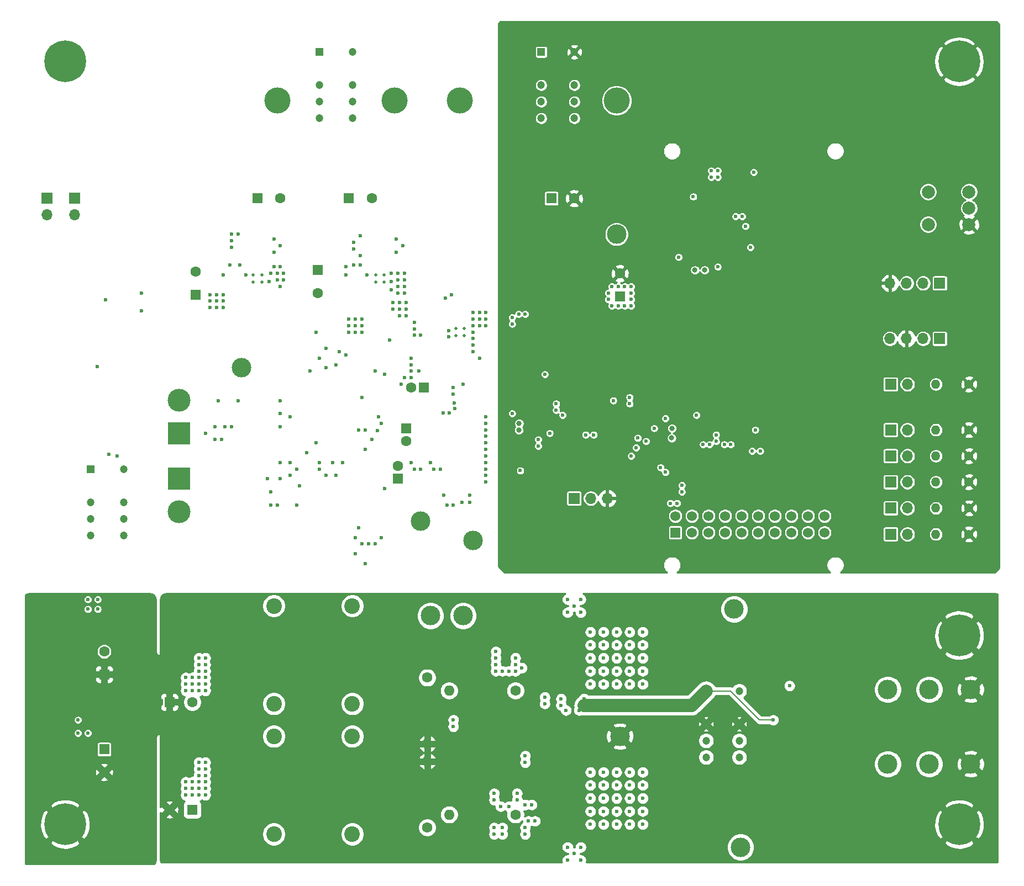
<source format=gbr>
G04 #@! TF.GenerationSoftware,KiCad,Pcbnew,(5.1.5)-3*
G04 #@! TF.CreationDate,2020-06-27T20:49:00+10:00*
G04 #@! TF.ProjectId,mainboard,6d61696e-626f-4617-9264-2e6b69636164,1.0.0*
G04 #@! TF.SameCoordinates,Original*
G04 #@! TF.FileFunction,Copper,L2,Inr*
G04 #@! TF.FilePolarity,Positive*
%FSLAX46Y46*%
G04 Gerber Fmt 4.6, Leading zero omitted, Abs format (unit mm)*
G04 Created by KiCad (PCBNEW (5.1.5)-3) date 2020-06-27 20:49:00*
%MOMM*%
%LPD*%
G04 APERTURE LIST*
%ADD10O,1.400000X1.400000*%
%ADD11C,1.400000*%
%ADD12R,1.200000X1.200000*%
%ADD13C,1.200000*%
%ADD14O,1.700000X1.700000*%
%ADD15R,1.700000X1.700000*%
%ADD16C,1.524000*%
%ADD17R,1.524000X1.524000*%
%ADD18C,2.000000*%
%ADD19C,3.000000*%
%ADD20C,0.800000*%
%ADD21C,6.400000*%
%ADD22C,4.000500*%
%ADD23C,0.500000*%
%ADD24O,1.600000X1.600000*%
%ADD25C,1.600000*%
%ADD26R,1.600000X1.600000*%
%ADD27C,3.500120*%
%ADD28R,3.500120X3.500120*%
%ADD29C,2.400000*%
%ADD30C,0.600000*%
%ADD31C,0.200000*%
%ADD32C,2.000000*%
%ADD33C,0.250000*%
%ADD34C,0.254000*%
G04 APERTURE END LIST*
D10*
X199920000Y-86000000D03*
D11*
X205000000Y-86000000D03*
D10*
X199920000Y-97000000D03*
D11*
X205000000Y-97000000D03*
D10*
X199920000Y-101000000D03*
D11*
X205000000Y-101000000D03*
D10*
X199920000Y-105000000D03*
D11*
X205000000Y-105000000D03*
D10*
X199920000Y-109000000D03*
D11*
X205000000Y-109000000D03*
D10*
X199920000Y-93000000D03*
D11*
X205000000Y-93000000D03*
D12*
X70460000Y-99050000D03*
D13*
X75540000Y-99050000D03*
X70460000Y-104130000D03*
X75540000Y-109210000D03*
X70460000Y-106670000D03*
X70460000Y-109210000D03*
X75540000Y-104130000D03*
X75540000Y-106670000D03*
D12*
X164710000Y-133050000D03*
D13*
X169790000Y-133050000D03*
X164710000Y-138130000D03*
X169790000Y-143210000D03*
X164710000Y-140670000D03*
X164710000Y-143210000D03*
X169790000Y-138130000D03*
X169790000Y-140670000D03*
D14*
X195540000Y-86000000D03*
D15*
X193000000Y-86000000D03*
D14*
X195540000Y-97000000D03*
D15*
X193000000Y-97000000D03*
D14*
X195540000Y-101000000D03*
D15*
X193000000Y-101000000D03*
D14*
X195540000Y-105000000D03*
D15*
X193000000Y-105000000D03*
D14*
X195540000Y-109000000D03*
D15*
X193000000Y-109000000D03*
D14*
X195540000Y-93000000D03*
D15*
X193000000Y-93000000D03*
D16*
X180320000Y-108750000D03*
X182860000Y-108750000D03*
X180320000Y-106210000D03*
X182860000Y-106210000D03*
X172700000Y-106210000D03*
X177780000Y-108750000D03*
X172700000Y-108750000D03*
X175240000Y-108750000D03*
X170160000Y-108750000D03*
X177780000Y-106210000D03*
X175240000Y-106210000D03*
X170160000Y-106210000D03*
X167620000Y-106210000D03*
X167620000Y-108750000D03*
X165080000Y-108750000D03*
X165080000Y-106210000D03*
X162540000Y-108750000D03*
X162540000Y-106210000D03*
X160000000Y-106210000D03*
D17*
X160000000Y-108750000D03*
D12*
X139460000Y-35050000D03*
D13*
X144540000Y-35050000D03*
X139460000Y-40130000D03*
X144540000Y-45210000D03*
X139460000Y-42670000D03*
X139460000Y-45210000D03*
X144540000Y-40130000D03*
X144540000Y-42670000D03*
D12*
X105460000Y-35050000D03*
D13*
X110540000Y-35050000D03*
X105460000Y-40130000D03*
X110540000Y-45210000D03*
X105460000Y-42670000D03*
X105460000Y-45210000D03*
X110540000Y-40130000D03*
X110540000Y-42670000D03*
D18*
X198750000Y-56500000D03*
X205000000Y-56500000D03*
X205000000Y-59000000D03*
X198750000Y-61500000D03*
X205000000Y-61500000D03*
D19*
X192550000Y-144255000D03*
X198900000Y-144255000D03*
X205250000Y-144230000D03*
X192550000Y-132825000D03*
X198900000Y-132825000D03*
X205250000Y-132800000D03*
D14*
X68000000Y-60040000D03*
D15*
X68000000Y-57500000D03*
D14*
X63750000Y-60040000D03*
D15*
X63750000Y-57500000D03*
D20*
X205197056Y-122802944D03*
X203500000Y-122100000D03*
X201802944Y-122802944D03*
X201100000Y-124500000D03*
X201802944Y-126197056D03*
X203500000Y-126900000D03*
X205197056Y-126197056D03*
X205900000Y-124500000D03*
D21*
X203500000Y-124500000D03*
D20*
X205197056Y-151802944D03*
X203500000Y-151100000D03*
X201802944Y-151802944D03*
X201100000Y-153500000D03*
X201802944Y-155197056D03*
X203500000Y-155900000D03*
X205197056Y-155197056D03*
X205900000Y-153500000D03*
D21*
X203500000Y-153500000D03*
D20*
X68197056Y-151802944D03*
X66500000Y-151100000D03*
X64802944Y-151802944D03*
X64100000Y-153500000D03*
X64802944Y-155197056D03*
X66500000Y-155900000D03*
X68197056Y-155197056D03*
X68900000Y-153500000D03*
D21*
X66500000Y-153500000D03*
D20*
X205197056Y-34802944D03*
X203500000Y-34100000D03*
X201802944Y-34802944D03*
X201100000Y-36500000D03*
X201802944Y-38197056D03*
X203500000Y-38900000D03*
X205197056Y-38197056D03*
X205900000Y-36500000D03*
D21*
X203500000Y-36500000D03*
D20*
X68197056Y-34802944D03*
X66500000Y-34100000D03*
X64802944Y-34802944D03*
X64100000Y-36500000D03*
X64802944Y-38197056D03*
X66500000Y-38900000D03*
X68197056Y-38197056D03*
X68900000Y-36500000D03*
D21*
X66500000Y-36500000D03*
D22*
X151000000Y-42500000D03*
X127000000Y-42500000D03*
X99000000Y-42500000D03*
X117000000Y-42500000D03*
D19*
X129000000Y-110000000D03*
D23*
X127650000Y-77450000D03*
X127650000Y-78550000D03*
X126350000Y-77450000D03*
X126350000Y-78550000D03*
D14*
X149580000Y-103500000D03*
X147040000Y-103500000D03*
D15*
X144500000Y-103500000D03*
D24*
X125340000Y-133000000D03*
D25*
X135500000Y-133000000D03*
D24*
X122000000Y-141160000D03*
D25*
X122000000Y-131000000D03*
D19*
X127500000Y-121500000D03*
X122500000Y-121500000D03*
X151000000Y-63000000D03*
X121000000Y-107000000D03*
X93500000Y-83500000D03*
X170000000Y-157000000D03*
X151500000Y-140000000D03*
X169000000Y-120500000D03*
D24*
X125340000Y-152000000D03*
D25*
X135500000Y-152000000D03*
D24*
X122000000Y-143840000D03*
D25*
X122000000Y-154000000D03*
X72500000Y-127000000D03*
D26*
X72500000Y-130500000D03*
D25*
X72500000Y-145500000D03*
D26*
X72500000Y-142000000D03*
D23*
X82450000Y-124600000D03*
X83550000Y-124600000D03*
X82450000Y-125900000D03*
X83550000Y-125900000D03*
X82700000Y-141100000D03*
X83800000Y-141100000D03*
X82700000Y-142400000D03*
X83800000Y-142400000D03*
X115400000Y-69200000D03*
X115400000Y-70300000D03*
X114100000Y-69200000D03*
X114100000Y-70300000D03*
X96650000Y-69200000D03*
X96650000Y-70300000D03*
X95350000Y-69200000D03*
X95350000Y-70300000D03*
D25*
X86000000Y-134750000D03*
D26*
X82500000Y-134750000D03*
D25*
X82500000Y-151250000D03*
D26*
X86000000Y-151250000D03*
D25*
X118750000Y-94750000D03*
D26*
X118750000Y-92750000D03*
D25*
X117500000Y-98500000D03*
D26*
X117500000Y-100500000D03*
D25*
X144500000Y-57500000D03*
D26*
X141000000Y-57500000D03*
D25*
X99500000Y-57500000D03*
D26*
X96000000Y-57500000D03*
X110000000Y-57500000D03*
D25*
X113500000Y-57500000D03*
D26*
X86500000Y-72250000D03*
D25*
X86500000Y-68750000D03*
D26*
X105250000Y-68500000D03*
D25*
X105250000Y-72000000D03*
X151500000Y-69000000D03*
D26*
X151500000Y-72500000D03*
D27*
X84000000Y-105580000D03*
D28*
X84000000Y-100500000D03*
X84000000Y-93500000D03*
D27*
X84000000Y-88420000D03*
D15*
X200500000Y-79000000D03*
D14*
X197960000Y-79000000D03*
X195420000Y-79000000D03*
X192880000Y-79000000D03*
X192880000Y-70500000D03*
X195420000Y-70500000D03*
X197960000Y-70500000D03*
D15*
X200500000Y-70500000D03*
D26*
X121500000Y-86500000D03*
D25*
X119500000Y-86500000D03*
D29*
X110500000Y-135000000D03*
X110500000Y-120000000D03*
X98500000Y-120000000D03*
X98500000Y-135000000D03*
X110500000Y-140000000D03*
X110500000Y-155000000D03*
X98500000Y-155000000D03*
X98500000Y-140000000D03*
D30*
X108000000Y-83000000D03*
X108500000Y-81000000D03*
X109500000Y-81500000D03*
X109000000Y-98000000D03*
X107500000Y-98000000D03*
X108000000Y-100000000D03*
X92000000Y-92500000D03*
X90500000Y-94500000D03*
X91000000Y-92500000D03*
X104000000Y-84000000D03*
X90750000Y-74250000D03*
X90750000Y-73250000D03*
X89750000Y-73250000D03*
X88750000Y-73250000D03*
X88750000Y-74250000D03*
X89750000Y-72250000D03*
X88750000Y-72250000D03*
X90750000Y-72250000D03*
X101000000Y-91000000D03*
X117750000Y-74500000D03*
X118750000Y-74500000D03*
X118750000Y-75500000D03*
X117750000Y-75500000D03*
X116750000Y-74500000D03*
X116750000Y-73500000D03*
X117750000Y-73500000D03*
X118750000Y-73500000D03*
X89750000Y-74250000D03*
X78250000Y-72000000D03*
X159250000Y-104250000D03*
X141750000Y-90000000D03*
X142750000Y-90750000D03*
X141750000Y-89000000D03*
X150500000Y-88500000D03*
X153000000Y-89000000D03*
X153000000Y-88000000D03*
X135000000Y-76750000D03*
X135000000Y-75750000D03*
X136000000Y-75250000D03*
X137000000Y-75250000D03*
X136250000Y-99250000D03*
X139000000Y-94500000D03*
X139000000Y-95500000D03*
X140750000Y-93500000D03*
X147500000Y-93750000D03*
X146250000Y-93750000D03*
X165250000Y-95250000D03*
X164250000Y-95250000D03*
X163250000Y-90750000D03*
X160250000Y-104250000D03*
X161000000Y-102500000D03*
X140000000Y-84500000D03*
X158500000Y-91250000D03*
X155500000Y-94750000D03*
X135000000Y-90500000D03*
X153250000Y-71000000D03*
X153250000Y-72000000D03*
X153250000Y-73000000D03*
X153250000Y-74000000D03*
X152250000Y-74000000D03*
X151250000Y-74000000D03*
X150250000Y-74000000D03*
X149750000Y-73000000D03*
X149750000Y-72000000D03*
X150250000Y-71000000D03*
X151250000Y-71000000D03*
X152250000Y-71000000D03*
X172000000Y-53500000D03*
X165500000Y-54250000D03*
X166500000Y-54250000D03*
X165500000Y-53250000D03*
X166500000Y-53250000D03*
X168500000Y-95250000D03*
X167500000Y-95250000D03*
X160500000Y-66500000D03*
X166500000Y-68000000D03*
X161000000Y-101500000D03*
X166250000Y-93750000D03*
X166250000Y-94750000D03*
X115000000Y-109500000D03*
X113000000Y-110500000D03*
X114000000Y-110500000D03*
X99500000Y-98000000D03*
X99500000Y-100500000D03*
X114500000Y-91000000D03*
X115000000Y-92000000D03*
X114393750Y-93106250D03*
X102399999Y-101600001D03*
X111000000Y-77000000D03*
X110000000Y-77000000D03*
X110000000Y-76000000D03*
X111000000Y-76000000D03*
X112000000Y-76000000D03*
X112000000Y-77000000D03*
X112000000Y-78000000D03*
X111000000Y-78000000D03*
X110000000Y-78000000D03*
X115500000Y-84500000D03*
X78223963Y-74776037D03*
X124000000Y-99000000D03*
X123000000Y-99000000D03*
X122500000Y-98000000D03*
X124400000Y-90400000D03*
X126150000Y-88850000D03*
X126250000Y-89750000D03*
X127350000Y-104150000D03*
X128500000Y-104150000D03*
X128500000Y-103000000D03*
X130000000Y-82000000D03*
X125400000Y-90400000D03*
X144500000Y-158000000D03*
X143500000Y-157000000D03*
X143500000Y-159000000D03*
X145500000Y-159000000D03*
X145500000Y-157000000D03*
X145500000Y-121000000D03*
X145500000Y-119000000D03*
X143500000Y-119000000D03*
X143500000Y-121000000D03*
X144500000Y-120000000D03*
D20*
X159444999Y-94250000D03*
X136019440Y-93034395D03*
X164500000Y-68500000D03*
X159500000Y-92750000D03*
X136073928Y-92035878D03*
X163000000Y-68500000D03*
D30*
X156750000Y-92750000D03*
X162750000Y-57250000D03*
X170750000Y-61750000D03*
X157750000Y-98750000D03*
X171500000Y-65000000D03*
X158500000Y-99500000D03*
X169250000Y-60250000D03*
X154250000Y-94250000D03*
X172250000Y-93000000D03*
X154000000Y-95750000D03*
X173000000Y-96250000D03*
X153250000Y-97000000D03*
X171750000Y-96250000D03*
X120000000Y-77500000D03*
X121000000Y-78500000D03*
X131000000Y-91000000D03*
X131000000Y-93000000D03*
X131000000Y-95000000D03*
X131000000Y-97000000D03*
X131000000Y-99000000D03*
X131000000Y-101000000D03*
X89500000Y-92500000D03*
X89500000Y-94500000D03*
X90000000Y-88500000D03*
X93000000Y-88500000D03*
X99500000Y-92500000D03*
X99500000Y-90500000D03*
X99500000Y-88500000D03*
X99000000Y-104500000D03*
X102000000Y-104500000D03*
X101000000Y-100000000D03*
X101000000Y-98000000D03*
X98000000Y-104500000D03*
X98000000Y-102500000D03*
X97500000Y-100500000D03*
X102000000Y-99000000D03*
X88000000Y-93500000D03*
X105500000Y-98000000D03*
X106500000Y-100000000D03*
X105500000Y-99000000D03*
X105000000Y-95000000D03*
X103500000Y-96500000D03*
X111500000Y-93000000D03*
X112500000Y-93000000D03*
X113500000Y-94500000D03*
X112500000Y-96000000D03*
X111000000Y-109500000D03*
X112000000Y-110500000D03*
X111000000Y-112000000D03*
X112500000Y-113500000D03*
X114000000Y-84000000D03*
X105000000Y-78000000D03*
X105500000Y-82000000D03*
X106500000Y-83500000D03*
X106500000Y-80500000D03*
X111500000Y-108000000D03*
X112000000Y-88000000D03*
X120000000Y-78500000D03*
X120000000Y-76500000D03*
X126000000Y-87500000D03*
X126000000Y-86500000D03*
X127500000Y-86000000D03*
X126000000Y-104500000D03*
X125000000Y-104500000D03*
X124500000Y-103000000D03*
X121000000Y-99000000D03*
X120000000Y-99000000D03*
X119500000Y-98000000D03*
X131000000Y-92000000D03*
X131000000Y-98000000D03*
X131000000Y-100000000D03*
X131000000Y-96000000D03*
X131000000Y-94000000D03*
X117250000Y-63750000D03*
X118250000Y-64750000D03*
X117250000Y-65750000D03*
X98500000Y-63750000D03*
X98500000Y-65750000D03*
X99500000Y-64750000D03*
X94250000Y-69250000D03*
X93250000Y-67750000D03*
X91750000Y-67750000D03*
X90750000Y-69250000D03*
X109500000Y-69250000D03*
X110750000Y-67750000D03*
X111750000Y-67750000D03*
X112750000Y-69250000D03*
X110750000Y-65250000D03*
X110750000Y-64250000D03*
X111750000Y-63250000D03*
X116500000Y-70250000D03*
X97750000Y-70250000D03*
X115500000Y-102000000D03*
X116250000Y-79250000D03*
X130000000Y-77000000D03*
X129000000Y-79000000D03*
X129000000Y-80000000D03*
X129000000Y-81000000D03*
X119500000Y-82000000D03*
X118000000Y-86000000D03*
X119500000Y-83000000D03*
X119500000Y-84000000D03*
X120750000Y-84000000D03*
X119500000Y-85000000D03*
X118500000Y-85000000D03*
X125750000Y-72250000D03*
X124750000Y-72750000D03*
X125250000Y-77750000D03*
X125250000Y-78750000D03*
X129000000Y-78000000D03*
X129000000Y-77000000D03*
X130000000Y-76000000D03*
X129000000Y-76000000D03*
X129000000Y-75000000D03*
X130000000Y-75000000D03*
X131000000Y-75000000D03*
X131000000Y-76000000D03*
X131000000Y-77000000D03*
X111750000Y-66250000D03*
X98000000Y-69000000D03*
X99000000Y-70000000D03*
X99000000Y-69000000D03*
X98500000Y-68000000D03*
X99500000Y-68000000D03*
X99500000Y-71000000D03*
X116500000Y-69000000D03*
X117500000Y-69000000D03*
X117500000Y-70000000D03*
X117500000Y-71000000D03*
X116500000Y-71500000D03*
X117500000Y-72000000D03*
X109500000Y-68000000D03*
X118500000Y-72000000D03*
X118500000Y-71000000D03*
X118500000Y-70000000D03*
X118500000Y-69000000D03*
X100000000Y-70000000D03*
X100000000Y-69000000D03*
X93000000Y-63000000D03*
X92000000Y-63000000D03*
X92000000Y-64000000D03*
X92000000Y-65000000D03*
X72735000Y-73015000D03*
X71450000Y-83300000D03*
X74500000Y-97000000D03*
X73250000Y-96750000D03*
X145750000Y-80000000D03*
X153750000Y-103250000D03*
X145000000Y-90500000D03*
X146000000Y-90500000D03*
X147000000Y-90500000D03*
X148000000Y-89250000D03*
X140750000Y-81250000D03*
X139750000Y-81250000D03*
X138750000Y-81250000D03*
X137750000Y-81250000D03*
X143500000Y-86250000D03*
X143500000Y-85250000D03*
X150750000Y-96250000D03*
X155500000Y-98000000D03*
X154750000Y-97500000D03*
X156250000Y-97500000D03*
X153750000Y-104250000D03*
X155000000Y-104250000D03*
X156750000Y-106000000D03*
X158000000Y-106000000D03*
X141750000Y-87000000D03*
X151750000Y-96250000D03*
X137500000Y-92000000D03*
X139000000Y-93000000D03*
X139000000Y-92000000D03*
X150500000Y-87000000D03*
X150500000Y-86000000D03*
X151500000Y-85500000D03*
X152500000Y-85500000D03*
X143750000Y-93750000D03*
X151000000Y-102500000D03*
X165250000Y-91000000D03*
X164250000Y-91000000D03*
X154000000Y-92000000D03*
X156750000Y-93750000D03*
X160250000Y-98500000D03*
X161250000Y-98500000D03*
X163250000Y-98500000D03*
X163750000Y-97500000D03*
X151250000Y-94500000D03*
X135000000Y-40000000D03*
X137000000Y-40000000D03*
X134999991Y-42499991D03*
X137000000Y-42500000D03*
X136000000Y-41000000D03*
X136000000Y-44000000D03*
X135000000Y-45000000D03*
X137000000Y-45000000D03*
X143500000Y-62000000D03*
X145000000Y-63000000D03*
X145000000Y-64000000D03*
X144500000Y-62000000D03*
X163250000Y-55500000D03*
X163250000Y-54500000D03*
X164250000Y-54250000D03*
X167500000Y-52250000D03*
X168500000Y-52250000D03*
X172750000Y-55500000D03*
X166800000Y-59400000D03*
X167800000Y-59400000D03*
X166800000Y-60400000D03*
X167800000Y-60400000D03*
X174250000Y-96250000D03*
X167500000Y-91000000D03*
X168500000Y-91000000D03*
X169500000Y-92250000D03*
X169500000Y-91250000D03*
X144500000Y-95500000D03*
X144500000Y-94500000D03*
X145750000Y-80750000D03*
X145750000Y-81500000D03*
X143750000Y-82250000D03*
X144750000Y-82250000D03*
X166250000Y-91000000D03*
X166250000Y-92000000D03*
X140000000Y-135000000D03*
X137000000Y-143000000D03*
X137000000Y-144000000D03*
X140000000Y-134000000D03*
X142500000Y-135250000D03*
X142500000Y-134250000D03*
X146000000Y-134250000D03*
X143250000Y-136000000D03*
X145250000Y-136000000D03*
X137000000Y-154000000D03*
X137000000Y-155000000D03*
X137500000Y-153000000D03*
X138500000Y-153000000D03*
X133500000Y-154000000D03*
X133500000Y-155000000D03*
X132250000Y-154000000D03*
X132250000Y-155000000D03*
X87000000Y-144000000D03*
X88000000Y-144000000D03*
X88000000Y-145000000D03*
X87000000Y-145000000D03*
X87000000Y-146000000D03*
X88000000Y-146000000D03*
X88000000Y-147000000D03*
X87000000Y-147000000D03*
X86000000Y-147000000D03*
X85000000Y-147000000D03*
X85000000Y-148000000D03*
X86000000Y-148000000D03*
X87000000Y-148000000D03*
X88000000Y-148000000D03*
X88000000Y-149000000D03*
X87000000Y-149000000D03*
X86000000Y-149000000D03*
X85000000Y-149000000D03*
X146000000Y-135250000D03*
X175000000Y-137500000D03*
X137000000Y-150500000D03*
X126000000Y-137500000D03*
X126000000Y-138500000D03*
X155000000Y-151500000D03*
X151000000Y-151500000D03*
X151000000Y-149500000D03*
X149000000Y-149500000D03*
X147000000Y-151500000D03*
X153000000Y-153500000D03*
X149000000Y-151500000D03*
X153000000Y-149500000D03*
X153000000Y-151500000D03*
X155000000Y-149500000D03*
X155000000Y-153500000D03*
X147000000Y-145500000D03*
X155000000Y-147500000D03*
X149000000Y-145500000D03*
X147000000Y-149500000D03*
X153000000Y-147500000D03*
X147000000Y-147500000D03*
X151000000Y-145500000D03*
X155000000Y-145500000D03*
X151000000Y-147500000D03*
X153000000Y-145500000D03*
X149000000Y-147500000D03*
X151000000Y-153500000D03*
X147000000Y-153500000D03*
X149000000Y-153500000D03*
X147000000Y-132000000D03*
X149000000Y-132000000D03*
X151000000Y-132000000D03*
X153000000Y-132000000D03*
X155000000Y-132000000D03*
X155000000Y-130000000D03*
X153000000Y-130000000D03*
X151000000Y-130000000D03*
X149000000Y-130000000D03*
X147000000Y-130000000D03*
X155000000Y-128000000D03*
X153000000Y-128000000D03*
X151000000Y-128000000D03*
X149000000Y-128000000D03*
X147000000Y-128000000D03*
X147000000Y-126000000D03*
X149000000Y-126000000D03*
X151000000Y-126000000D03*
X153000000Y-126000000D03*
X155000000Y-126000000D03*
X155000000Y-124000000D03*
X153000000Y-124000000D03*
X151000000Y-124000000D03*
X149000000Y-124000000D03*
X147000000Y-124000000D03*
X132500000Y-127000000D03*
X132500000Y-128000000D03*
X132500000Y-129000000D03*
X133500000Y-130000000D03*
X134500000Y-130000000D03*
X135500000Y-130000000D03*
X135500000Y-128000000D03*
X132500000Y-130000000D03*
X135500000Y-129000000D03*
X136500000Y-129500000D03*
X138000000Y-150500000D03*
X135750000Y-149750000D03*
X135750000Y-148750000D03*
X132250000Y-148750000D03*
X132250000Y-149750000D03*
X133250000Y-150750000D03*
X134500000Y-150750000D03*
X85000000Y-131000000D03*
X86000000Y-131000000D03*
X87000000Y-131000000D03*
X88000000Y-131000000D03*
X88000000Y-132000000D03*
X87000000Y-132000000D03*
X86000000Y-132000000D03*
X85000000Y-132000000D03*
X85000000Y-133000000D03*
X86000000Y-133000000D03*
X87000000Y-133000000D03*
X88000000Y-133000000D03*
X87000000Y-130000000D03*
X88000000Y-130000000D03*
X88000000Y-129000000D03*
X87000000Y-129000000D03*
X87000000Y-128000000D03*
X88000000Y-128000000D03*
X177500000Y-132250000D03*
X132500000Y-125750000D03*
X126000000Y-136000000D03*
X83000000Y-147000000D03*
X81500000Y-144500000D03*
X77500000Y-139250000D03*
X80000000Y-144500000D03*
X79500000Y-139250000D03*
X83000000Y-143500000D03*
X84000000Y-139000000D03*
X81500000Y-146000000D03*
X84000000Y-140000000D03*
X77000000Y-144500000D03*
X77250000Y-122750000D03*
X79250000Y-122750000D03*
X81250000Y-129250000D03*
X78750000Y-129250000D03*
X81250000Y-128250000D03*
X82750000Y-127250000D03*
X76750000Y-128250000D03*
X83750000Y-123500000D03*
X82750000Y-130750000D03*
X79750000Y-128250000D03*
X77750000Y-129250000D03*
X82500000Y-123500000D03*
X127500000Y-135000000D03*
X128500000Y-135000000D03*
X129000000Y-136000000D03*
X137000000Y-141500000D03*
X137000000Y-140500000D03*
X136000000Y-140000000D03*
X135000000Y-140000000D03*
X132500000Y-124750000D03*
X132500000Y-123750000D03*
X133500000Y-123750000D03*
X134500000Y-123750000D03*
X138250000Y-126500000D03*
X137250000Y-125500000D03*
X136250000Y-125500000D03*
X135500000Y-124750000D03*
X140000000Y-137500000D03*
X140000000Y-136500000D03*
X142500000Y-137500000D03*
X141250000Y-137500000D03*
X146000000Y-137250000D03*
X146000000Y-138250000D03*
X133500000Y-156750000D03*
X133500000Y-157750000D03*
X134750000Y-159000000D03*
X135750000Y-159000000D03*
X137000000Y-158000000D03*
X137000000Y-157000000D03*
X138250000Y-157250000D03*
X139500000Y-157250000D03*
X139500000Y-156000000D03*
X133500000Y-159000000D03*
X132250000Y-147500000D03*
X132250000Y-146500000D03*
X132250000Y-145500000D03*
X135750000Y-147500000D03*
X135750000Y-146500000D03*
X135750000Y-145500000D03*
X136750000Y-146500000D03*
X137750000Y-146500000D03*
X81500000Y-122500000D03*
X82500000Y-122500000D03*
X83500000Y-122500000D03*
X84500000Y-122500000D03*
X85500000Y-122500000D03*
X85000000Y-123500000D03*
X82000000Y-121500000D03*
X83000000Y-121500000D03*
X84000000Y-121500000D03*
X85000000Y-121500000D03*
X83000000Y-140000000D03*
X83000000Y-139000000D03*
X82000000Y-139000000D03*
X82000000Y-140000000D03*
X82000000Y-138000000D03*
X83000000Y-138000000D03*
X85000000Y-139000000D03*
X84000000Y-138000000D03*
X85000000Y-138000000D03*
X85000000Y-140000000D03*
X90500000Y-124500000D03*
X91000000Y-141250000D03*
X118500000Y-129250000D03*
X117000000Y-130750000D03*
X119750000Y-130750000D03*
X124750000Y-144250000D03*
X127500000Y-144250000D03*
X126250000Y-145500000D03*
X79000000Y-146000000D03*
X78000000Y-146000000D03*
X172000000Y-129500000D03*
X175000000Y-146500000D03*
X183200000Y-137550000D03*
X72000000Y-135000000D03*
X74000000Y-135000000D03*
X73000000Y-135000000D03*
X73000000Y-134000000D03*
X74000000Y-134000000D03*
X72000000Y-134000000D03*
X72000000Y-133000000D03*
X73000000Y-133000000D03*
X173250000Y-128000000D03*
X68500000Y-137500000D03*
X68500000Y-139500000D03*
X70000000Y-139500000D03*
X70000000Y-120500000D03*
X71500000Y-120500000D03*
X71500000Y-119000000D03*
X70000000Y-119000000D03*
X170250000Y-60250000D03*
D31*
X172907998Y-137500000D02*
X175000000Y-137500000D01*
X164710000Y-133050000D02*
X168457998Y-133050000D01*
X168457998Y-133050000D02*
X172907998Y-137500000D01*
D32*
X162510000Y-135250000D02*
X164710000Y-133050000D01*
X146000000Y-135250000D02*
X162510000Y-135250000D01*
D33*
G36*
X209600000Y-30776776D02*
G01*
X209600001Y-114223223D01*
X208948224Y-114875000D01*
X185291253Y-114875000D01*
X185376511Y-114818032D01*
X185568032Y-114626511D01*
X185718509Y-114401307D01*
X185822159Y-114151073D01*
X185875000Y-113885426D01*
X185875000Y-113614574D01*
X185822159Y-113348927D01*
X185718509Y-113098693D01*
X185568032Y-112873489D01*
X185376511Y-112681968D01*
X185151307Y-112531491D01*
X184901073Y-112427841D01*
X184635426Y-112375000D01*
X184364574Y-112375000D01*
X184098927Y-112427841D01*
X183848693Y-112531491D01*
X183623489Y-112681968D01*
X183431968Y-112873489D01*
X183281491Y-113098693D01*
X183177841Y-113348927D01*
X183125000Y-113614574D01*
X183125000Y-113885426D01*
X183177841Y-114151073D01*
X183281491Y-114401307D01*
X183431968Y-114626511D01*
X183623489Y-114818032D01*
X183708747Y-114875000D01*
X160291253Y-114875000D01*
X160376511Y-114818032D01*
X160568032Y-114626511D01*
X160718509Y-114401307D01*
X160822159Y-114151073D01*
X160875000Y-113885426D01*
X160875000Y-113614574D01*
X160822159Y-113348927D01*
X160718509Y-113098693D01*
X160568032Y-112873489D01*
X160376511Y-112681968D01*
X160151307Y-112531491D01*
X159901073Y-112427841D01*
X159635426Y-112375000D01*
X159364574Y-112375000D01*
X159098927Y-112427841D01*
X158848693Y-112531491D01*
X158623489Y-112681968D01*
X158431968Y-112873489D01*
X158281491Y-113098693D01*
X158177841Y-113348927D01*
X158125000Y-113614574D01*
X158125000Y-113885426D01*
X158177841Y-114151073D01*
X158281491Y-114401307D01*
X158431968Y-114626511D01*
X158623489Y-114818032D01*
X158708747Y-114875000D01*
X133801776Y-114875000D01*
X132875000Y-113948224D01*
X132875000Y-107988000D01*
X158861186Y-107988000D01*
X158861186Y-109512000D01*
X158868426Y-109585513D01*
X158889869Y-109656200D01*
X158924691Y-109721347D01*
X158971552Y-109778448D01*
X159028653Y-109825309D01*
X159093800Y-109860131D01*
X159164487Y-109881574D01*
X159238000Y-109888814D01*
X160762000Y-109888814D01*
X160835513Y-109881574D01*
X160906200Y-109860131D01*
X160971347Y-109825309D01*
X161028448Y-109778448D01*
X161075309Y-109721347D01*
X161110131Y-109656200D01*
X161131574Y-109585513D01*
X161138814Y-109512000D01*
X161138814Y-108638015D01*
X161403000Y-108638015D01*
X161403000Y-108861985D01*
X161446695Y-109081651D01*
X161532404Y-109288571D01*
X161656835Y-109474795D01*
X161815205Y-109633165D01*
X162001429Y-109757596D01*
X162208349Y-109843305D01*
X162428015Y-109887000D01*
X162651985Y-109887000D01*
X162871651Y-109843305D01*
X163078571Y-109757596D01*
X163264795Y-109633165D01*
X163423165Y-109474795D01*
X163547596Y-109288571D01*
X163633305Y-109081651D01*
X163677000Y-108861985D01*
X163677000Y-108638015D01*
X163943000Y-108638015D01*
X163943000Y-108861985D01*
X163986695Y-109081651D01*
X164072404Y-109288571D01*
X164196835Y-109474795D01*
X164355205Y-109633165D01*
X164541429Y-109757596D01*
X164748349Y-109843305D01*
X164968015Y-109887000D01*
X165191985Y-109887000D01*
X165411651Y-109843305D01*
X165618571Y-109757596D01*
X165804795Y-109633165D01*
X165963165Y-109474795D01*
X166087596Y-109288571D01*
X166173305Y-109081651D01*
X166217000Y-108861985D01*
X166217000Y-108638015D01*
X166483000Y-108638015D01*
X166483000Y-108861985D01*
X166526695Y-109081651D01*
X166612404Y-109288571D01*
X166736835Y-109474795D01*
X166895205Y-109633165D01*
X167081429Y-109757596D01*
X167288349Y-109843305D01*
X167508015Y-109887000D01*
X167731985Y-109887000D01*
X167951651Y-109843305D01*
X168158571Y-109757596D01*
X168344795Y-109633165D01*
X168503165Y-109474795D01*
X168627596Y-109288571D01*
X168713305Y-109081651D01*
X168757000Y-108861985D01*
X168757000Y-108638015D01*
X169023000Y-108638015D01*
X169023000Y-108861985D01*
X169066695Y-109081651D01*
X169152404Y-109288571D01*
X169276835Y-109474795D01*
X169435205Y-109633165D01*
X169621429Y-109757596D01*
X169828349Y-109843305D01*
X170048015Y-109887000D01*
X170271985Y-109887000D01*
X170491651Y-109843305D01*
X170698571Y-109757596D01*
X170884795Y-109633165D01*
X171043165Y-109474795D01*
X171167596Y-109288571D01*
X171253305Y-109081651D01*
X171297000Y-108861985D01*
X171297000Y-108638015D01*
X171563000Y-108638015D01*
X171563000Y-108861985D01*
X171606695Y-109081651D01*
X171692404Y-109288571D01*
X171816835Y-109474795D01*
X171975205Y-109633165D01*
X172161429Y-109757596D01*
X172368349Y-109843305D01*
X172588015Y-109887000D01*
X172811985Y-109887000D01*
X173031651Y-109843305D01*
X173238571Y-109757596D01*
X173424795Y-109633165D01*
X173583165Y-109474795D01*
X173707596Y-109288571D01*
X173793305Y-109081651D01*
X173837000Y-108861985D01*
X173837000Y-108638015D01*
X174103000Y-108638015D01*
X174103000Y-108861985D01*
X174146695Y-109081651D01*
X174232404Y-109288571D01*
X174356835Y-109474795D01*
X174515205Y-109633165D01*
X174701429Y-109757596D01*
X174908349Y-109843305D01*
X175128015Y-109887000D01*
X175351985Y-109887000D01*
X175571651Y-109843305D01*
X175778571Y-109757596D01*
X175964795Y-109633165D01*
X176123165Y-109474795D01*
X176247596Y-109288571D01*
X176333305Y-109081651D01*
X176377000Y-108861985D01*
X176377000Y-108638015D01*
X176643000Y-108638015D01*
X176643000Y-108861985D01*
X176686695Y-109081651D01*
X176772404Y-109288571D01*
X176896835Y-109474795D01*
X177055205Y-109633165D01*
X177241429Y-109757596D01*
X177448349Y-109843305D01*
X177668015Y-109887000D01*
X177891985Y-109887000D01*
X178111651Y-109843305D01*
X178318571Y-109757596D01*
X178504795Y-109633165D01*
X178663165Y-109474795D01*
X178787596Y-109288571D01*
X178873305Y-109081651D01*
X178917000Y-108861985D01*
X178917000Y-108638015D01*
X179183000Y-108638015D01*
X179183000Y-108861985D01*
X179226695Y-109081651D01*
X179312404Y-109288571D01*
X179436835Y-109474795D01*
X179595205Y-109633165D01*
X179781429Y-109757596D01*
X179988349Y-109843305D01*
X180208015Y-109887000D01*
X180431985Y-109887000D01*
X180651651Y-109843305D01*
X180858571Y-109757596D01*
X181044795Y-109633165D01*
X181203165Y-109474795D01*
X181327596Y-109288571D01*
X181413305Y-109081651D01*
X181457000Y-108861985D01*
X181457000Y-108638015D01*
X181723000Y-108638015D01*
X181723000Y-108861985D01*
X181766695Y-109081651D01*
X181852404Y-109288571D01*
X181976835Y-109474795D01*
X182135205Y-109633165D01*
X182321429Y-109757596D01*
X182528349Y-109843305D01*
X182748015Y-109887000D01*
X182971985Y-109887000D01*
X183191651Y-109843305D01*
X183398571Y-109757596D01*
X183584795Y-109633165D01*
X183743165Y-109474795D01*
X183867596Y-109288571D01*
X183953305Y-109081651D01*
X183997000Y-108861985D01*
X183997000Y-108638015D01*
X183953305Y-108418349D01*
X183867596Y-108211429D01*
X183826551Y-108150000D01*
X191773186Y-108150000D01*
X191773186Y-109850000D01*
X191780426Y-109923513D01*
X191801869Y-109994200D01*
X191836691Y-110059347D01*
X191883552Y-110116448D01*
X191940653Y-110163309D01*
X192005800Y-110198131D01*
X192076487Y-110219574D01*
X192150000Y-110226814D01*
X193850000Y-110226814D01*
X193923513Y-110219574D01*
X193994200Y-110198131D01*
X194059347Y-110163309D01*
X194116448Y-110116448D01*
X194163309Y-110059347D01*
X194198131Y-109994200D01*
X194219574Y-109923513D01*
X194226814Y-109850000D01*
X194226814Y-108879348D01*
X194315000Y-108879348D01*
X194315000Y-109120652D01*
X194362076Y-109357319D01*
X194454419Y-109580255D01*
X194588481Y-109780892D01*
X194759108Y-109951519D01*
X194959745Y-110085581D01*
X195182681Y-110177924D01*
X195419348Y-110225000D01*
X195660652Y-110225000D01*
X195897319Y-110177924D01*
X196120255Y-110085581D01*
X196320892Y-109951519D01*
X196491519Y-109780892D01*
X196625581Y-109580255D01*
X196717924Y-109357319D01*
X196765000Y-109120652D01*
X196765000Y-108894122D01*
X198845000Y-108894122D01*
X198845000Y-109105878D01*
X198886312Y-109313566D01*
X198967348Y-109509203D01*
X199084993Y-109685272D01*
X199234728Y-109835007D01*
X199410797Y-109952652D01*
X199606434Y-110033688D01*
X199814122Y-110075000D01*
X200025878Y-110075000D01*
X200233566Y-110033688D01*
X200429203Y-109952652D01*
X200475891Y-109921456D01*
X204260978Y-109921456D01*
X204320714Y-110154425D01*
X204558983Y-110264765D01*
X204814201Y-110326501D01*
X205076558Y-110337261D01*
X205335974Y-110296629D01*
X205582478Y-110206170D01*
X205679286Y-110154425D01*
X205739022Y-109921456D01*
X205000000Y-109182434D01*
X204260978Y-109921456D01*
X200475891Y-109921456D01*
X200605272Y-109835007D01*
X200755007Y-109685272D01*
X200872652Y-109509203D01*
X200953688Y-109313566D01*
X200995000Y-109105878D01*
X200995000Y-109076558D01*
X203662739Y-109076558D01*
X203703371Y-109335974D01*
X203793830Y-109582478D01*
X203845575Y-109679286D01*
X204078544Y-109739022D01*
X204817566Y-109000000D01*
X205182434Y-109000000D01*
X205921456Y-109739022D01*
X206154425Y-109679286D01*
X206264765Y-109441017D01*
X206326501Y-109185799D01*
X206337261Y-108923442D01*
X206296629Y-108664026D01*
X206206170Y-108417522D01*
X206154425Y-108320714D01*
X205921456Y-108260978D01*
X205182434Y-109000000D01*
X204817566Y-109000000D01*
X204078544Y-108260978D01*
X203845575Y-108320714D01*
X203735235Y-108558983D01*
X203673499Y-108814201D01*
X203662739Y-109076558D01*
X200995000Y-109076558D01*
X200995000Y-108894122D01*
X200953688Y-108686434D01*
X200872652Y-108490797D01*
X200755007Y-108314728D01*
X200605272Y-108164993D01*
X200475892Y-108078544D01*
X204260978Y-108078544D01*
X205000000Y-108817566D01*
X205739022Y-108078544D01*
X205679286Y-107845575D01*
X205441017Y-107735235D01*
X205185799Y-107673499D01*
X204923442Y-107662739D01*
X204664026Y-107703371D01*
X204417522Y-107793830D01*
X204320714Y-107845575D01*
X204260978Y-108078544D01*
X200475892Y-108078544D01*
X200429203Y-108047348D01*
X200233566Y-107966312D01*
X200025878Y-107925000D01*
X199814122Y-107925000D01*
X199606434Y-107966312D01*
X199410797Y-108047348D01*
X199234728Y-108164993D01*
X199084993Y-108314728D01*
X198967348Y-108490797D01*
X198886312Y-108686434D01*
X198845000Y-108894122D01*
X196765000Y-108894122D01*
X196765000Y-108879348D01*
X196717924Y-108642681D01*
X196625581Y-108419745D01*
X196491519Y-108219108D01*
X196320892Y-108048481D01*
X196120255Y-107914419D01*
X195897319Y-107822076D01*
X195660652Y-107775000D01*
X195419348Y-107775000D01*
X195182681Y-107822076D01*
X194959745Y-107914419D01*
X194759108Y-108048481D01*
X194588481Y-108219108D01*
X194454419Y-108419745D01*
X194362076Y-108642681D01*
X194315000Y-108879348D01*
X194226814Y-108879348D01*
X194226814Y-108150000D01*
X194219574Y-108076487D01*
X194198131Y-108005800D01*
X194163309Y-107940653D01*
X194116448Y-107883552D01*
X194059347Y-107836691D01*
X193994200Y-107801869D01*
X193923513Y-107780426D01*
X193850000Y-107773186D01*
X192150000Y-107773186D01*
X192076487Y-107780426D01*
X192005800Y-107801869D01*
X191940653Y-107836691D01*
X191883552Y-107883552D01*
X191836691Y-107940653D01*
X191801869Y-108005800D01*
X191780426Y-108076487D01*
X191773186Y-108150000D01*
X183826551Y-108150000D01*
X183743165Y-108025205D01*
X183584795Y-107866835D01*
X183398571Y-107742404D01*
X183191651Y-107656695D01*
X182971985Y-107613000D01*
X182748015Y-107613000D01*
X182528349Y-107656695D01*
X182321429Y-107742404D01*
X182135205Y-107866835D01*
X181976835Y-108025205D01*
X181852404Y-108211429D01*
X181766695Y-108418349D01*
X181723000Y-108638015D01*
X181457000Y-108638015D01*
X181413305Y-108418349D01*
X181327596Y-108211429D01*
X181203165Y-108025205D01*
X181044795Y-107866835D01*
X180858571Y-107742404D01*
X180651651Y-107656695D01*
X180431985Y-107613000D01*
X180208015Y-107613000D01*
X179988349Y-107656695D01*
X179781429Y-107742404D01*
X179595205Y-107866835D01*
X179436835Y-108025205D01*
X179312404Y-108211429D01*
X179226695Y-108418349D01*
X179183000Y-108638015D01*
X178917000Y-108638015D01*
X178873305Y-108418349D01*
X178787596Y-108211429D01*
X178663165Y-108025205D01*
X178504795Y-107866835D01*
X178318571Y-107742404D01*
X178111651Y-107656695D01*
X177891985Y-107613000D01*
X177668015Y-107613000D01*
X177448349Y-107656695D01*
X177241429Y-107742404D01*
X177055205Y-107866835D01*
X176896835Y-108025205D01*
X176772404Y-108211429D01*
X176686695Y-108418349D01*
X176643000Y-108638015D01*
X176377000Y-108638015D01*
X176333305Y-108418349D01*
X176247596Y-108211429D01*
X176123165Y-108025205D01*
X175964795Y-107866835D01*
X175778571Y-107742404D01*
X175571651Y-107656695D01*
X175351985Y-107613000D01*
X175128015Y-107613000D01*
X174908349Y-107656695D01*
X174701429Y-107742404D01*
X174515205Y-107866835D01*
X174356835Y-108025205D01*
X174232404Y-108211429D01*
X174146695Y-108418349D01*
X174103000Y-108638015D01*
X173837000Y-108638015D01*
X173793305Y-108418349D01*
X173707596Y-108211429D01*
X173583165Y-108025205D01*
X173424795Y-107866835D01*
X173238571Y-107742404D01*
X173031651Y-107656695D01*
X172811985Y-107613000D01*
X172588015Y-107613000D01*
X172368349Y-107656695D01*
X172161429Y-107742404D01*
X171975205Y-107866835D01*
X171816835Y-108025205D01*
X171692404Y-108211429D01*
X171606695Y-108418349D01*
X171563000Y-108638015D01*
X171297000Y-108638015D01*
X171253305Y-108418349D01*
X171167596Y-108211429D01*
X171043165Y-108025205D01*
X170884795Y-107866835D01*
X170698571Y-107742404D01*
X170491651Y-107656695D01*
X170271985Y-107613000D01*
X170048015Y-107613000D01*
X169828349Y-107656695D01*
X169621429Y-107742404D01*
X169435205Y-107866835D01*
X169276835Y-108025205D01*
X169152404Y-108211429D01*
X169066695Y-108418349D01*
X169023000Y-108638015D01*
X168757000Y-108638015D01*
X168713305Y-108418349D01*
X168627596Y-108211429D01*
X168503165Y-108025205D01*
X168344795Y-107866835D01*
X168158571Y-107742404D01*
X167951651Y-107656695D01*
X167731985Y-107613000D01*
X167508015Y-107613000D01*
X167288349Y-107656695D01*
X167081429Y-107742404D01*
X166895205Y-107866835D01*
X166736835Y-108025205D01*
X166612404Y-108211429D01*
X166526695Y-108418349D01*
X166483000Y-108638015D01*
X166217000Y-108638015D01*
X166173305Y-108418349D01*
X166087596Y-108211429D01*
X165963165Y-108025205D01*
X165804795Y-107866835D01*
X165618571Y-107742404D01*
X165411651Y-107656695D01*
X165191985Y-107613000D01*
X164968015Y-107613000D01*
X164748349Y-107656695D01*
X164541429Y-107742404D01*
X164355205Y-107866835D01*
X164196835Y-108025205D01*
X164072404Y-108211429D01*
X163986695Y-108418349D01*
X163943000Y-108638015D01*
X163677000Y-108638015D01*
X163633305Y-108418349D01*
X163547596Y-108211429D01*
X163423165Y-108025205D01*
X163264795Y-107866835D01*
X163078571Y-107742404D01*
X162871651Y-107656695D01*
X162651985Y-107613000D01*
X162428015Y-107613000D01*
X162208349Y-107656695D01*
X162001429Y-107742404D01*
X161815205Y-107866835D01*
X161656835Y-108025205D01*
X161532404Y-108211429D01*
X161446695Y-108418349D01*
X161403000Y-108638015D01*
X161138814Y-108638015D01*
X161138814Y-107988000D01*
X161131574Y-107914487D01*
X161110131Y-107843800D01*
X161075309Y-107778653D01*
X161028448Y-107721552D01*
X160971347Y-107674691D01*
X160906200Y-107639869D01*
X160835513Y-107618426D01*
X160762000Y-107611186D01*
X159238000Y-107611186D01*
X159164487Y-107618426D01*
X159093800Y-107639869D01*
X159028653Y-107674691D01*
X158971552Y-107721552D01*
X158924691Y-107778653D01*
X158889869Y-107843800D01*
X158868426Y-107914487D01*
X158861186Y-107988000D01*
X132875000Y-107988000D01*
X132875000Y-106098015D01*
X158863000Y-106098015D01*
X158863000Y-106321985D01*
X158906695Y-106541651D01*
X158992404Y-106748571D01*
X159116835Y-106934795D01*
X159275205Y-107093165D01*
X159461429Y-107217596D01*
X159668349Y-107303305D01*
X159888015Y-107347000D01*
X160111985Y-107347000D01*
X160331651Y-107303305D01*
X160538571Y-107217596D01*
X160724795Y-107093165D01*
X160883165Y-106934795D01*
X161007596Y-106748571D01*
X161093305Y-106541651D01*
X161137000Y-106321985D01*
X161137000Y-106098015D01*
X161403000Y-106098015D01*
X161403000Y-106321985D01*
X161446695Y-106541651D01*
X161532404Y-106748571D01*
X161656835Y-106934795D01*
X161815205Y-107093165D01*
X162001429Y-107217596D01*
X162208349Y-107303305D01*
X162428015Y-107347000D01*
X162651985Y-107347000D01*
X162871651Y-107303305D01*
X163078571Y-107217596D01*
X163264795Y-107093165D01*
X163423165Y-106934795D01*
X163547596Y-106748571D01*
X163633305Y-106541651D01*
X163677000Y-106321985D01*
X163677000Y-106098015D01*
X163943000Y-106098015D01*
X163943000Y-106321985D01*
X163986695Y-106541651D01*
X164072404Y-106748571D01*
X164196835Y-106934795D01*
X164355205Y-107093165D01*
X164541429Y-107217596D01*
X164748349Y-107303305D01*
X164968015Y-107347000D01*
X165191985Y-107347000D01*
X165411651Y-107303305D01*
X165618571Y-107217596D01*
X165804795Y-107093165D01*
X165963165Y-106934795D01*
X166087596Y-106748571D01*
X166173305Y-106541651D01*
X166217000Y-106321985D01*
X166217000Y-106098015D01*
X166483000Y-106098015D01*
X166483000Y-106321985D01*
X166526695Y-106541651D01*
X166612404Y-106748571D01*
X166736835Y-106934795D01*
X166895205Y-107093165D01*
X167081429Y-107217596D01*
X167288349Y-107303305D01*
X167508015Y-107347000D01*
X167731985Y-107347000D01*
X167951651Y-107303305D01*
X168158571Y-107217596D01*
X168344795Y-107093165D01*
X168503165Y-106934795D01*
X168627596Y-106748571D01*
X168713305Y-106541651D01*
X168757000Y-106321985D01*
X168757000Y-106098015D01*
X169023000Y-106098015D01*
X169023000Y-106321985D01*
X169066695Y-106541651D01*
X169152404Y-106748571D01*
X169276835Y-106934795D01*
X169435205Y-107093165D01*
X169621429Y-107217596D01*
X169828349Y-107303305D01*
X170048015Y-107347000D01*
X170271985Y-107347000D01*
X170491651Y-107303305D01*
X170698571Y-107217596D01*
X170884795Y-107093165D01*
X171043165Y-106934795D01*
X171167596Y-106748571D01*
X171253305Y-106541651D01*
X171297000Y-106321985D01*
X171297000Y-106098015D01*
X171563000Y-106098015D01*
X171563000Y-106321985D01*
X171606695Y-106541651D01*
X171692404Y-106748571D01*
X171816835Y-106934795D01*
X171975205Y-107093165D01*
X172161429Y-107217596D01*
X172368349Y-107303305D01*
X172588015Y-107347000D01*
X172811985Y-107347000D01*
X173031651Y-107303305D01*
X173238571Y-107217596D01*
X173424795Y-107093165D01*
X173583165Y-106934795D01*
X173707596Y-106748571D01*
X173793305Y-106541651D01*
X173837000Y-106321985D01*
X173837000Y-106098015D01*
X174103000Y-106098015D01*
X174103000Y-106321985D01*
X174146695Y-106541651D01*
X174232404Y-106748571D01*
X174356835Y-106934795D01*
X174515205Y-107093165D01*
X174701429Y-107217596D01*
X174908349Y-107303305D01*
X175128015Y-107347000D01*
X175351985Y-107347000D01*
X175571651Y-107303305D01*
X175778571Y-107217596D01*
X175964795Y-107093165D01*
X176123165Y-106934795D01*
X176247596Y-106748571D01*
X176333305Y-106541651D01*
X176377000Y-106321985D01*
X176377000Y-106098015D01*
X176643000Y-106098015D01*
X176643000Y-106321985D01*
X176686695Y-106541651D01*
X176772404Y-106748571D01*
X176896835Y-106934795D01*
X177055205Y-107093165D01*
X177241429Y-107217596D01*
X177448349Y-107303305D01*
X177668015Y-107347000D01*
X177891985Y-107347000D01*
X178111651Y-107303305D01*
X178318571Y-107217596D01*
X178504795Y-107093165D01*
X178663165Y-106934795D01*
X178787596Y-106748571D01*
X178873305Y-106541651D01*
X178917000Y-106321985D01*
X178917000Y-106098015D01*
X179183000Y-106098015D01*
X179183000Y-106321985D01*
X179226695Y-106541651D01*
X179312404Y-106748571D01*
X179436835Y-106934795D01*
X179595205Y-107093165D01*
X179781429Y-107217596D01*
X179988349Y-107303305D01*
X180208015Y-107347000D01*
X180431985Y-107347000D01*
X180651651Y-107303305D01*
X180858571Y-107217596D01*
X181044795Y-107093165D01*
X181203165Y-106934795D01*
X181327596Y-106748571D01*
X181413305Y-106541651D01*
X181457000Y-106321985D01*
X181457000Y-106098015D01*
X181723000Y-106098015D01*
X181723000Y-106321985D01*
X181766695Y-106541651D01*
X181852404Y-106748571D01*
X181976835Y-106934795D01*
X182135205Y-107093165D01*
X182321429Y-107217596D01*
X182528349Y-107303305D01*
X182748015Y-107347000D01*
X182971985Y-107347000D01*
X183191651Y-107303305D01*
X183398571Y-107217596D01*
X183584795Y-107093165D01*
X183743165Y-106934795D01*
X183867596Y-106748571D01*
X183953305Y-106541651D01*
X183997000Y-106321985D01*
X183997000Y-106098015D01*
X183953305Y-105878349D01*
X183867596Y-105671429D01*
X183743165Y-105485205D01*
X183584795Y-105326835D01*
X183398571Y-105202404D01*
X183191651Y-105116695D01*
X182971985Y-105073000D01*
X182748015Y-105073000D01*
X182528349Y-105116695D01*
X182321429Y-105202404D01*
X182135205Y-105326835D01*
X181976835Y-105485205D01*
X181852404Y-105671429D01*
X181766695Y-105878349D01*
X181723000Y-106098015D01*
X181457000Y-106098015D01*
X181413305Y-105878349D01*
X181327596Y-105671429D01*
X181203165Y-105485205D01*
X181044795Y-105326835D01*
X180858571Y-105202404D01*
X180651651Y-105116695D01*
X180431985Y-105073000D01*
X180208015Y-105073000D01*
X179988349Y-105116695D01*
X179781429Y-105202404D01*
X179595205Y-105326835D01*
X179436835Y-105485205D01*
X179312404Y-105671429D01*
X179226695Y-105878349D01*
X179183000Y-106098015D01*
X178917000Y-106098015D01*
X178873305Y-105878349D01*
X178787596Y-105671429D01*
X178663165Y-105485205D01*
X178504795Y-105326835D01*
X178318571Y-105202404D01*
X178111651Y-105116695D01*
X177891985Y-105073000D01*
X177668015Y-105073000D01*
X177448349Y-105116695D01*
X177241429Y-105202404D01*
X177055205Y-105326835D01*
X176896835Y-105485205D01*
X176772404Y-105671429D01*
X176686695Y-105878349D01*
X176643000Y-106098015D01*
X176377000Y-106098015D01*
X176333305Y-105878349D01*
X176247596Y-105671429D01*
X176123165Y-105485205D01*
X175964795Y-105326835D01*
X175778571Y-105202404D01*
X175571651Y-105116695D01*
X175351985Y-105073000D01*
X175128015Y-105073000D01*
X174908349Y-105116695D01*
X174701429Y-105202404D01*
X174515205Y-105326835D01*
X174356835Y-105485205D01*
X174232404Y-105671429D01*
X174146695Y-105878349D01*
X174103000Y-106098015D01*
X173837000Y-106098015D01*
X173793305Y-105878349D01*
X173707596Y-105671429D01*
X173583165Y-105485205D01*
X173424795Y-105326835D01*
X173238571Y-105202404D01*
X173031651Y-105116695D01*
X172811985Y-105073000D01*
X172588015Y-105073000D01*
X172368349Y-105116695D01*
X172161429Y-105202404D01*
X171975205Y-105326835D01*
X171816835Y-105485205D01*
X171692404Y-105671429D01*
X171606695Y-105878349D01*
X171563000Y-106098015D01*
X171297000Y-106098015D01*
X171253305Y-105878349D01*
X171167596Y-105671429D01*
X171043165Y-105485205D01*
X170884795Y-105326835D01*
X170698571Y-105202404D01*
X170491651Y-105116695D01*
X170271985Y-105073000D01*
X170048015Y-105073000D01*
X169828349Y-105116695D01*
X169621429Y-105202404D01*
X169435205Y-105326835D01*
X169276835Y-105485205D01*
X169152404Y-105671429D01*
X169066695Y-105878349D01*
X169023000Y-106098015D01*
X168757000Y-106098015D01*
X168713305Y-105878349D01*
X168627596Y-105671429D01*
X168503165Y-105485205D01*
X168344795Y-105326835D01*
X168158571Y-105202404D01*
X167951651Y-105116695D01*
X167731985Y-105073000D01*
X167508015Y-105073000D01*
X167288349Y-105116695D01*
X167081429Y-105202404D01*
X166895205Y-105326835D01*
X166736835Y-105485205D01*
X166612404Y-105671429D01*
X166526695Y-105878349D01*
X166483000Y-106098015D01*
X166217000Y-106098015D01*
X166173305Y-105878349D01*
X166087596Y-105671429D01*
X165963165Y-105485205D01*
X165804795Y-105326835D01*
X165618571Y-105202404D01*
X165411651Y-105116695D01*
X165191985Y-105073000D01*
X164968015Y-105073000D01*
X164748349Y-105116695D01*
X164541429Y-105202404D01*
X164355205Y-105326835D01*
X164196835Y-105485205D01*
X164072404Y-105671429D01*
X163986695Y-105878349D01*
X163943000Y-106098015D01*
X163677000Y-106098015D01*
X163633305Y-105878349D01*
X163547596Y-105671429D01*
X163423165Y-105485205D01*
X163264795Y-105326835D01*
X163078571Y-105202404D01*
X162871651Y-105116695D01*
X162651985Y-105073000D01*
X162428015Y-105073000D01*
X162208349Y-105116695D01*
X162001429Y-105202404D01*
X161815205Y-105326835D01*
X161656835Y-105485205D01*
X161532404Y-105671429D01*
X161446695Y-105878349D01*
X161403000Y-106098015D01*
X161137000Y-106098015D01*
X161093305Y-105878349D01*
X161007596Y-105671429D01*
X160883165Y-105485205D01*
X160724795Y-105326835D01*
X160538571Y-105202404D01*
X160331651Y-105116695D01*
X160111985Y-105073000D01*
X159888015Y-105073000D01*
X159668349Y-105116695D01*
X159461429Y-105202404D01*
X159275205Y-105326835D01*
X159116835Y-105485205D01*
X158992404Y-105671429D01*
X158906695Y-105878349D01*
X158863000Y-106098015D01*
X132875000Y-106098015D01*
X132875000Y-102650000D01*
X143273186Y-102650000D01*
X143273186Y-104350000D01*
X143280426Y-104423513D01*
X143301869Y-104494200D01*
X143336691Y-104559347D01*
X143383552Y-104616448D01*
X143440653Y-104663309D01*
X143505800Y-104698131D01*
X143576487Y-104719574D01*
X143650000Y-104726814D01*
X145350000Y-104726814D01*
X145423513Y-104719574D01*
X145494200Y-104698131D01*
X145559347Y-104663309D01*
X145616448Y-104616448D01*
X145663309Y-104559347D01*
X145698131Y-104494200D01*
X145719574Y-104423513D01*
X145726814Y-104350000D01*
X145726814Y-103379348D01*
X145815000Y-103379348D01*
X145815000Y-103620652D01*
X145862076Y-103857319D01*
X145954419Y-104080255D01*
X146088481Y-104280892D01*
X146259108Y-104451519D01*
X146459745Y-104585581D01*
X146682681Y-104677924D01*
X146919348Y-104725000D01*
X147160652Y-104725000D01*
X147397319Y-104677924D01*
X147620255Y-104585581D01*
X147820892Y-104451519D01*
X147991519Y-104280892D01*
X148125581Y-104080255D01*
X148176336Y-103957721D01*
X148238580Y-104132375D01*
X148387725Y-104381922D01*
X148582689Y-104597577D01*
X148815979Y-104771053D01*
X149078630Y-104895683D01*
X149221475Y-104939010D01*
X149451000Y-104818454D01*
X149451000Y-103629000D01*
X149709000Y-103629000D01*
X149709000Y-104818454D01*
X149938525Y-104939010D01*
X150081370Y-104895683D01*
X150344021Y-104771053D01*
X150577311Y-104597577D01*
X150772275Y-104381922D01*
X150890853Y-104183518D01*
X158575000Y-104183518D01*
X158575000Y-104316482D01*
X158600940Y-104446890D01*
X158651823Y-104569732D01*
X158725693Y-104680287D01*
X158819713Y-104774307D01*
X158930268Y-104848177D01*
X159053110Y-104899060D01*
X159183518Y-104925000D01*
X159316482Y-104925000D01*
X159446890Y-104899060D01*
X159569732Y-104848177D01*
X159680287Y-104774307D01*
X159750000Y-104704594D01*
X159819713Y-104774307D01*
X159930268Y-104848177D01*
X160053110Y-104899060D01*
X160183518Y-104925000D01*
X160316482Y-104925000D01*
X160446890Y-104899060D01*
X160569732Y-104848177D01*
X160680287Y-104774307D01*
X160774307Y-104680287D01*
X160848177Y-104569732D01*
X160899060Y-104446890D01*
X160925000Y-104316482D01*
X160925000Y-104183518D01*
X160918333Y-104150000D01*
X191773186Y-104150000D01*
X191773186Y-105850000D01*
X191780426Y-105923513D01*
X191801869Y-105994200D01*
X191836691Y-106059347D01*
X191883552Y-106116448D01*
X191940653Y-106163309D01*
X192005800Y-106198131D01*
X192076487Y-106219574D01*
X192150000Y-106226814D01*
X193850000Y-106226814D01*
X193923513Y-106219574D01*
X193994200Y-106198131D01*
X194059347Y-106163309D01*
X194116448Y-106116448D01*
X194163309Y-106059347D01*
X194198131Y-105994200D01*
X194219574Y-105923513D01*
X194226814Y-105850000D01*
X194226814Y-104879348D01*
X194315000Y-104879348D01*
X194315000Y-105120652D01*
X194362076Y-105357319D01*
X194454419Y-105580255D01*
X194588481Y-105780892D01*
X194759108Y-105951519D01*
X194959745Y-106085581D01*
X195182681Y-106177924D01*
X195419348Y-106225000D01*
X195660652Y-106225000D01*
X195897319Y-106177924D01*
X196120255Y-106085581D01*
X196320892Y-105951519D01*
X196491519Y-105780892D01*
X196625581Y-105580255D01*
X196717924Y-105357319D01*
X196765000Y-105120652D01*
X196765000Y-104894122D01*
X198845000Y-104894122D01*
X198845000Y-105105878D01*
X198886312Y-105313566D01*
X198967348Y-105509203D01*
X199084993Y-105685272D01*
X199234728Y-105835007D01*
X199410797Y-105952652D01*
X199606434Y-106033688D01*
X199814122Y-106075000D01*
X200025878Y-106075000D01*
X200233566Y-106033688D01*
X200429203Y-105952652D01*
X200475891Y-105921456D01*
X204260978Y-105921456D01*
X204320714Y-106154425D01*
X204558983Y-106264765D01*
X204814201Y-106326501D01*
X205076558Y-106337261D01*
X205335974Y-106296629D01*
X205582478Y-106206170D01*
X205679286Y-106154425D01*
X205739022Y-105921456D01*
X205000000Y-105182434D01*
X204260978Y-105921456D01*
X200475891Y-105921456D01*
X200605272Y-105835007D01*
X200755007Y-105685272D01*
X200872652Y-105509203D01*
X200953688Y-105313566D01*
X200995000Y-105105878D01*
X200995000Y-105076558D01*
X203662739Y-105076558D01*
X203703371Y-105335974D01*
X203793830Y-105582478D01*
X203845575Y-105679286D01*
X204078544Y-105739022D01*
X204817566Y-105000000D01*
X205182434Y-105000000D01*
X205921456Y-105739022D01*
X206154425Y-105679286D01*
X206264765Y-105441017D01*
X206326501Y-105185799D01*
X206337261Y-104923442D01*
X206296629Y-104664026D01*
X206206170Y-104417522D01*
X206154425Y-104320714D01*
X205921456Y-104260978D01*
X205182434Y-105000000D01*
X204817566Y-105000000D01*
X204078544Y-104260978D01*
X203845575Y-104320714D01*
X203735235Y-104558983D01*
X203673499Y-104814201D01*
X203662739Y-105076558D01*
X200995000Y-105076558D01*
X200995000Y-104894122D01*
X200953688Y-104686434D01*
X200872652Y-104490797D01*
X200755007Y-104314728D01*
X200605272Y-104164993D01*
X200475892Y-104078544D01*
X204260978Y-104078544D01*
X205000000Y-104817566D01*
X205739022Y-104078544D01*
X205679286Y-103845575D01*
X205441017Y-103735235D01*
X205185799Y-103673499D01*
X204923442Y-103662739D01*
X204664026Y-103703371D01*
X204417522Y-103793830D01*
X204320714Y-103845575D01*
X204260978Y-104078544D01*
X200475892Y-104078544D01*
X200429203Y-104047348D01*
X200233566Y-103966312D01*
X200025878Y-103925000D01*
X199814122Y-103925000D01*
X199606434Y-103966312D01*
X199410797Y-104047348D01*
X199234728Y-104164993D01*
X199084993Y-104314728D01*
X198967348Y-104490797D01*
X198886312Y-104686434D01*
X198845000Y-104894122D01*
X196765000Y-104894122D01*
X196765000Y-104879348D01*
X196717924Y-104642681D01*
X196625581Y-104419745D01*
X196491519Y-104219108D01*
X196320892Y-104048481D01*
X196120255Y-103914419D01*
X195897319Y-103822076D01*
X195660652Y-103775000D01*
X195419348Y-103775000D01*
X195182681Y-103822076D01*
X194959745Y-103914419D01*
X194759108Y-104048481D01*
X194588481Y-104219108D01*
X194454419Y-104419745D01*
X194362076Y-104642681D01*
X194315000Y-104879348D01*
X194226814Y-104879348D01*
X194226814Y-104150000D01*
X194219574Y-104076487D01*
X194198131Y-104005800D01*
X194163309Y-103940653D01*
X194116448Y-103883552D01*
X194059347Y-103836691D01*
X193994200Y-103801869D01*
X193923513Y-103780426D01*
X193850000Y-103773186D01*
X192150000Y-103773186D01*
X192076487Y-103780426D01*
X192005800Y-103801869D01*
X191940653Y-103836691D01*
X191883552Y-103883552D01*
X191836691Y-103940653D01*
X191801869Y-104005800D01*
X191780426Y-104076487D01*
X191773186Y-104150000D01*
X160918333Y-104150000D01*
X160899060Y-104053110D01*
X160848177Y-103930268D01*
X160774307Y-103819713D01*
X160680287Y-103725693D01*
X160569732Y-103651823D01*
X160446890Y-103600940D01*
X160316482Y-103575000D01*
X160183518Y-103575000D01*
X160053110Y-103600940D01*
X159930268Y-103651823D01*
X159819713Y-103725693D01*
X159750000Y-103795406D01*
X159680287Y-103725693D01*
X159569732Y-103651823D01*
X159446890Y-103600940D01*
X159316482Y-103575000D01*
X159183518Y-103575000D01*
X159053110Y-103600940D01*
X158930268Y-103651823D01*
X158819713Y-103725693D01*
X158725693Y-103819713D01*
X158651823Y-103930268D01*
X158600940Y-104053110D01*
X158575000Y-104183518D01*
X150890853Y-104183518D01*
X150921420Y-104132375D01*
X151019015Y-103858526D01*
X150899134Y-103629000D01*
X149709000Y-103629000D01*
X149451000Y-103629000D01*
X149431000Y-103629000D01*
X149431000Y-103371000D01*
X149451000Y-103371000D01*
X149451000Y-102181546D01*
X149709000Y-102181546D01*
X149709000Y-103371000D01*
X150899134Y-103371000D01*
X151019015Y-103141474D01*
X150921420Y-102867625D01*
X150772275Y-102618078D01*
X150577311Y-102402423D01*
X150344021Y-102228947D01*
X150081370Y-102104317D01*
X149938525Y-102060990D01*
X149709000Y-102181546D01*
X149451000Y-102181546D01*
X149221475Y-102060990D01*
X149078630Y-102104317D01*
X148815979Y-102228947D01*
X148582689Y-102402423D01*
X148387725Y-102618078D01*
X148238580Y-102867625D01*
X148176336Y-103042279D01*
X148125581Y-102919745D01*
X147991519Y-102719108D01*
X147820892Y-102548481D01*
X147620255Y-102414419D01*
X147397319Y-102322076D01*
X147160652Y-102275000D01*
X146919348Y-102275000D01*
X146682681Y-102322076D01*
X146459745Y-102414419D01*
X146259108Y-102548481D01*
X146088481Y-102719108D01*
X145954419Y-102919745D01*
X145862076Y-103142681D01*
X145815000Y-103379348D01*
X145726814Y-103379348D01*
X145726814Y-102650000D01*
X145719574Y-102576487D01*
X145698131Y-102505800D01*
X145663309Y-102440653D01*
X145616448Y-102383552D01*
X145559347Y-102336691D01*
X145494200Y-102301869D01*
X145423513Y-102280426D01*
X145350000Y-102273186D01*
X143650000Y-102273186D01*
X143576487Y-102280426D01*
X143505800Y-102301869D01*
X143440653Y-102336691D01*
X143383552Y-102383552D01*
X143336691Y-102440653D01*
X143301869Y-102505800D01*
X143280426Y-102576487D01*
X143273186Y-102650000D01*
X132875000Y-102650000D01*
X132875000Y-101433518D01*
X160325000Y-101433518D01*
X160325000Y-101566482D01*
X160350940Y-101696890D01*
X160401823Y-101819732D01*
X160475693Y-101930287D01*
X160545406Y-102000000D01*
X160475693Y-102069713D01*
X160401823Y-102180268D01*
X160350940Y-102303110D01*
X160325000Y-102433518D01*
X160325000Y-102566482D01*
X160350940Y-102696890D01*
X160401823Y-102819732D01*
X160475693Y-102930287D01*
X160569713Y-103024307D01*
X160680268Y-103098177D01*
X160803110Y-103149060D01*
X160933518Y-103175000D01*
X161066482Y-103175000D01*
X161196890Y-103149060D01*
X161319732Y-103098177D01*
X161430287Y-103024307D01*
X161524307Y-102930287D01*
X161598177Y-102819732D01*
X161649060Y-102696890D01*
X161675000Y-102566482D01*
X161675000Y-102433518D01*
X161649060Y-102303110D01*
X161598177Y-102180268D01*
X161524307Y-102069713D01*
X161454594Y-102000000D01*
X161524307Y-101930287D01*
X161598177Y-101819732D01*
X161649060Y-101696890D01*
X161675000Y-101566482D01*
X161675000Y-101433518D01*
X161649060Y-101303110D01*
X161598177Y-101180268D01*
X161524307Y-101069713D01*
X161430287Y-100975693D01*
X161319732Y-100901823D01*
X161196890Y-100850940D01*
X161066482Y-100825000D01*
X160933518Y-100825000D01*
X160803110Y-100850940D01*
X160680268Y-100901823D01*
X160569713Y-100975693D01*
X160475693Y-101069713D01*
X160401823Y-101180268D01*
X160350940Y-101303110D01*
X160325000Y-101433518D01*
X132875000Y-101433518D01*
X132875000Y-99183518D01*
X135575000Y-99183518D01*
X135575000Y-99316482D01*
X135600940Y-99446890D01*
X135651823Y-99569732D01*
X135725693Y-99680287D01*
X135819713Y-99774307D01*
X135930268Y-99848177D01*
X136053110Y-99899060D01*
X136183518Y-99925000D01*
X136316482Y-99925000D01*
X136446890Y-99899060D01*
X136569732Y-99848177D01*
X136680287Y-99774307D01*
X136774307Y-99680287D01*
X136848177Y-99569732D01*
X136899060Y-99446890D01*
X136925000Y-99316482D01*
X136925000Y-99183518D01*
X136899060Y-99053110D01*
X136848177Y-98930268D01*
X136774307Y-98819713D01*
X136680287Y-98725693D01*
X136617168Y-98683518D01*
X157075000Y-98683518D01*
X157075000Y-98816482D01*
X157100940Y-98946890D01*
X157151823Y-99069732D01*
X157225693Y-99180287D01*
X157319713Y-99274307D01*
X157430268Y-99348177D01*
X157553110Y-99399060D01*
X157683518Y-99425000D01*
X157816482Y-99425000D01*
X157827115Y-99422885D01*
X157825000Y-99433518D01*
X157825000Y-99566482D01*
X157850940Y-99696890D01*
X157901823Y-99819732D01*
X157975693Y-99930287D01*
X158069713Y-100024307D01*
X158180268Y-100098177D01*
X158303110Y-100149060D01*
X158433518Y-100175000D01*
X158566482Y-100175000D01*
X158692164Y-100150000D01*
X191773186Y-100150000D01*
X191773186Y-101850000D01*
X191780426Y-101923513D01*
X191801869Y-101994200D01*
X191836691Y-102059347D01*
X191883552Y-102116448D01*
X191940653Y-102163309D01*
X192005800Y-102198131D01*
X192076487Y-102219574D01*
X192150000Y-102226814D01*
X193850000Y-102226814D01*
X193923513Y-102219574D01*
X193994200Y-102198131D01*
X194059347Y-102163309D01*
X194116448Y-102116448D01*
X194163309Y-102059347D01*
X194198131Y-101994200D01*
X194219574Y-101923513D01*
X194226814Y-101850000D01*
X194226814Y-100879348D01*
X194315000Y-100879348D01*
X194315000Y-101120652D01*
X194362076Y-101357319D01*
X194454419Y-101580255D01*
X194588481Y-101780892D01*
X194759108Y-101951519D01*
X194959745Y-102085581D01*
X195182681Y-102177924D01*
X195419348Y-102225000D01*
X195660652Y-102225000D01*
X195897319Y-102177924D01*
X196120255Y-102085581D01*
X196320892Y-101951519D01*
X196491519Y-101780892D01*
X196625581Y-101580255D01*
X196717924Y-101357319D01*
X196765000Y-101120652D01*
X196765000Y-100894122D01*
X198845000Y-100894122D01*
X198845000Y-101105878D01*
X198886312Y-101313566D01*
X198967348Y-101509203D01*
X199084993Y-101685272D01*
X199234728Y-101835007D01*
X199410797Y-101952652D01*
X199606434Y-102033688D01*
X199814122Y-102075000D01*
X200025878Y-102075000D01*
X200233566Y-102033688D01*
X200429203Y-101952652D01*
X200475891Y-101921456D01*
X204260978Y-101921456D01*
X204320714Y-102154425D01*
X204558983Y-102264765D01*
X204814201Y-102326501D01*
X205076558Y-102337261D01*
X205335974Y-102296629D01*
X205582478Y-102206170D01*
X205679286Y-102154425D01*
X205739022Y-101921456D01*
X205000000Y-101182434D01*
X204260978Y-101921456D01*
X200475891Y-101921456D01*
X200605272Y-101835007D01*
X200755007Y-101685272D01*
X200872652Y-101509203D01*
X200953688Y-101313566D01*
X200995000Y-101105878D01*
X200995000Y-101076558D01*
X203662739Y-101076558D01*
X203703371Y-101335974D01*
X203793830Y-101582478D01*
X203845575Y-101679286D01*
X204078544Y-101739022D01*
X204817566Y-101000000D01*
X205182434Y-101000000D01*
X205921456Y-101739022D01*
X206154425Y-101679286D01*
X206264765Y-101441017D01*
X206326501Y-101185799D01*
X206337261Y-100923442D01*
X206296629Y-100664026D01*
X206206170Y-100417522D01*
X206154425Y-100320714D01*
X205921456Y-100260978D01*
X205182434Y-101000000D01*
X204817566Y-101000000D01*
X204078544Y-100260978D01*
X203845575Y-100320714D01*
X203735235Y-100558983D01*
X203673499Y-100814201D01*
X203662739Y-101076558D01*
X200995000Y-101076558D01*
X200995000Y-100894122D01*
X200953688Y-100686434D01*
X200872652Y-100490797D01*
X200755007Y-100314728D01*
X200605272Y-100164993D01*
X200475892Y-100078544D01*
X204260978Y-100078544D01*
X205000000Y-100817566D01*
X205739022Y-100078544D01*
X205679286Y-99845575D01*
X205441017Y-99735235D01*
X205185799Y-99673499D01*
X204923442Y-99662739D01*
X204664026Y-99703371D01*
X204417522Y-99793830D01*
X204320714Y-99845575D01*
X204260978Y-100078544D01*
X200475892Y-100078544D01*
X200429203Y-100047348D01*
X200233566Y-99966312D01*
X200025878Y-99925000D01*
X199814122Y-99925000D01*
X199606434Y-99966312D01*
X199410797Y-100047348D01*
X199234728Y-100164993D01*
X199084993Y-100314728D01*
X198967348Y-100490797D01*
X198886312Y-100686434D01*
X198845000Y-100894122D01*
X196765000Y-100894122D01*
X196765000Y-100879348D01*
X196717924Y-100642681D01*
X196625581Y-100419745D01*
X196491519Y-100219108D01*
X196320892Y-100048481D01*
X196120255Y-99914419D01*
X195897319Y-99822076D01*
X195660652Y-99775000D01*
X195419348Y-99775000D01*
X195182681Y-99822076D01*
X194959745Y-99914419D01*
X194759108Y-100048481D01*
X194588481Y-100219108D01*
X194454419Y-100419745D01*
X194362076Y-100642681D01*
X194315000Y-100879348D01*
X194226814Y-100879348D01*
X194226814Y-100150000D01*
X194219574Y-100076487D01*
X194198131Y-100005800D01*
X194163309Y-99940653D01*
X194116448Y-99883552D01*
X194059347Y-99836691D01*
X193994200Y-99801869D01*
X193923513Y-99780426D01*
X193850000Y-99773186D01*
X192150000Y-99773186D01*
X192076487Y-99780426D01*
X192005800Y-99801869D01*
X191940653Y-99836691D01*
X191883552Y-99883552D01*
X191836691Y-99940653D01*
X191801869Y-100005800D01*
X191780426Y-100076487D01*
X191773186Y-100150000D01*
X158692164Y-100150000D01*
X158696890Y-100149060D01*
X158819732Y-100098177D01*
X158930287Y-100024307D01*
X159024307Y-99930287D01*
X159098177Y-99819732D01*
X159149060Y-99696890D01*
X159175000Y-99566482D01*
X159175000Y-99433518D01*
X159149060Y-99303110D01*
X159098177Y-99180268D01*
X159024307Y-99069713D01*
X158930287Y-98975693D01*
X158819732Y-98901823D01*
X158696890Y-98850940D01*
X158566482Y-98825000D01*
X158433518Y-98825000D01*
X158422885Y-98827115D01*
X158425000Y-98816482D01*
X158425000Y-98683518D01*
X158399060Y-98553110D01*
X158348177Y-98430268D01*
X158274307Y-98319713D01*
X158180287Y-98225693D01*
X158069732Y-98151823D01*
X157946890Y-98100940D01*
X157816482Y-98075000D01*
X157683518Y-98075000D01*
X157553110Y-98100940D01*
X157430268Y-98151823D01*
X157319713Y-98225693D01*
X157225693Y-98319713D01*
X157151823Y-98430268D01*
X157100940Y-98553110D01*
X157075000Y-98683518D01*
X136617168Y-98683518D01*
X136569732Y-98651823D01*
X136446890Y-98600940D01*
X136316482Y-98575000D01*
X136183518Y-98575000D01*
X136053110Y-98600940D01*
X135930268Y-98651823D01*
X135819713Y-98725693D01*
X135725693Y-98819713D01*
X135651823Y-98930268D01*
X135600940Y-99053110D01*
X135575000Y-99183518D01*
X132875000Y-99183518D01*
X132875000Y-96933518D01*
X152575000Y-96933518D01*
X152575000Y-97066482D01*
X152600940Y-97196890D01*
X152651823Y-97319732D01*
X152725693Y-97430287D01*
X152819713Y-97524307D01*
X152930268Y-97598177D01*
X153053110Y-97649060D01*
X153183518Y-97675000D01*
X153316482Y-97675000D01*
X153446890Y-97649060D01*
X153569732Y-97598177D01*
X153680287Y-97524307D01*
X153774307Y-97430287D01*
X153848177Y-97319732D01*
X153899060Y-97196890D01*
X153925000Y-97066482D01*
X153925000Y-96933518D01*
X153899060Y-96803110D01*
X153848177Y-96680268D01*
X153774307Y-96569713D01*
X153680287Y-96475693D01*
X153569732Y-96401823D01*
X153446890Y-96350940D01*
X153316482Y-96325000D01*
X153183518Y-96325000D01*
X153053110Y-96350940D01*
X152930268Y-96401823D01*
X152819713Y-96475693D01*
X152725693Y-96569713D01*
X152651823Y-96680268D01*
X152600940Y-96803110D01*
X152575000Y-96933518D01*
X132875000Y-96933518D01*
X132875000Y-94433518D01*
X138325000Y-94433518D01*
X138325000Y-94566482D01*
X138350940Y-94696890D01*
X138401823Y-94819732D01*
X138475693Y-94930287D01*
X138545406Y-95000000D01*
X138475693Y-95069713D01*
X138401823Y-95180268D01*
X138350940Y-95303110D01*
X138325000Y-95433518D01*
X138325000Y-95566482D01*
X138350940Y-95696890D01*
X138401823Y-95819732D01*
X138475693Y-95930287D01*
X138569713Y-96024307D01*
X138680268Y-96098177D01*
X138803110Y-96149060D01*
X138933518Y-96175000D01*
X139066482Y-96175000D01*
X139196890Y-96149060D01*
X139319732Y-96098177D01*
X139430287Y-96024307D01*
X139524307Y-95930287D01*
X139598177Y-95819732D01*
X139649060Y-95696890D01*
X139651719Y-95683518D01*
X153325000Y-95683518D01*
X153325000Y-95816482D01*
X153350940Y-95946890D01*
X153401823Y-96069732D01*
X153475693Y-96180287D01*
X153569713Y-96274307D01*
X153680268Y-96348177D01*
X153803110Y-96399060D01*
X153933518Y-96425000D01*
X154066482Y-96425000D01*
X154196890Y-96399060D01*
X154319732Y-96348177D01*
X154430287Y-96274307D01*
X154521076Y-96183518D01*
X171075000Y-96183518D01*
X171075000Y-96316482D01*
X171100940Y-96446890D01*
X171151823Y-96569732D01*
X171225693Y-96680287D01*
X171319713Y-96774307D01*
X171430268Y-96848177D01*
X171553110Y-96899060D01*
X171683518Y-96925000D01*
X171816482Y-96925000D01*
X171946890Y-96899060D01*
X172069732Y-96848177D01*
X172180287Y-96774307D01*
X172274307Y-96680287D01*
X172348177Y-96569732D01*
X172375000Y-96504976D01*
X172401823Y-96569732D01*
X172475693Y-96680287D01*
X172569713Y-96774307D01*
X172680268Y-96848177D01*
X172803110Y-96899060D01*
X172933518Y-96925000D01*
X173066482Y-96925000D01*
X173196890Y-96899060D01*
X173319732Y-96848177D01*
X173430287Y-96774307D01*
X173524307Y-96680287D01*
X173598177Y-96569732D01*
X173649060Y-96446890D01*
X173675000Y-96316482D01*
X173675000Y-96183518D01*
X173668333Y-96150000D01*
X191773186Y-96150000D01*
X191773186Y-97850000D01*
X191780426Y-97923513D01*
X191801869Y-97994200D01*
X191836691Y-98059347D01*
X191883552Y-98116448D01*
X191940653Y-98163309D01*
X192005800Y-98198131D01*
X192076487Y-98219574D01*
X192150000Y-98226814D01*
X193850000Y-98226814D01*
X193923513Y-98219574D01*
X193994200Y-98198131D01*
X194059347Y-98163309D01*
X194116448Y-98116448D01*
X194163309Y-98059347D01*
X194198131Y-97994200D01*
X194219574Y-97923513D01*
X194226814Y-97850000D01*
X194226814Y-96879348D01*
X194315000Y-96879348D01*
X194315000Y-97120652D01*
X194362076Y-97357319D01*
X194454419Y-97580255D01*
X194588481Y-97780892D01*
X194759108Y-97951519D01*
X194959745Y-98085581D01*
X195182681Y-98177924D01*
X195419348Y-98225000D01*
X195660652Y-98225000D01*
X195897319Y-98177924D01*
X196120255Y-98085581D01*
X196320892Y-97951519D01*
X196491519Y-97780892D01*
X196625581Y-97580255D01*
X196717924Y-97357319D01*
X196765000Y-97120652D01*
X196765000Y-96894122D01*
X198845000Y-96894122D01*
X198845000Y-97105878D01*
X198886312Y-97313566D01*
X198967348Y-97509203D01*
X199084993Y-97685272D01*
X199234728Y-97835007D01*
X199410797Y-97952652D01*
X199606434Y-98033688D01*
X199814122Y-98075000D01*
X200025878Y-98075000D01*
X200233566Y-98033688D01*
X200429203Y-97952652D01*
X200475891Y-97921456D01*
X204260978Y-97921456D01*
X204320714Y-98154425D01*
X204558983Y-98264765D01*
X204814201Y-98326501D01*
X205076558Y-98337261D01*
X205335974Y-98296629D01*
X205582478Y-98206170D01*
X205679286Y-98154425D01*
X205739022Y-97921456D01*
X205000000Y-97182434D01*
X204260978Y-97921456D01*
X200475891Y-97921456D01*
X200605272Y-97835007D01*
X200755007Y-97685272D01*
X200872652Y-97509203D01*
X200953688Y-97313566D01*
X200995000Y-97105878D01*
X200995000Y-97076558D01*
X203662739Y-97076558D01*
X203703371Y-97335974D01*
X203793830Y-97582478D01*
X203845575Y-97679286D01*
X204078544Y-97739022D01*
X204817566Y-97000000D01*
X205182434Y-97000000D01*
X205921456Y-97739022D01*
X206154425Y-97679286D01*
X206264765Y-97441017D01*
X206326501Y-97185799D01*
X206337261Y-96923442D01*
X206296629Y-96664026D01*
X206206170Y-96417522D01*
X206154425Y-96320714D01*
X205921456Y-96260978D01*
X205182434Y-97000000D01*
X204817566Y-97000000D01*
X204078544Y-96260978D01*
X203845575Y-96320714D01*
X203735235Y-96558983D01*
X203673499Y-96814201D01*
X203662739Y-97076558D01*
X200995000Y-97076558D01*
X200995000Y-96894122D01*
X200953688Y-96686434D01*
X200872652Y-96490797D01*
X200755007Y-96314728D01*
X200605272Y-96164993D01*
X200475892Y-96078544D01*
X204260978Y-96078544D01*
X205000000Y-96817566D01*
X205739022Y-96078544D01*
X205679286Y-95845575D01*
X205441017Y-95735235D01*
X205185799Y-95673499D01*
X204923442Y-95662739D01*
X204664026Y-95703371D01*
X204417522Y-95793830D01*
X204320714Y-95845575D01*
X204260978Y-96078544D01*
X200475892Y-96078544D01*
X200429203Y-96047348D01*
X200233566Y-95966312D01*
X200025878Y-95925000D01*
X199814122Y-95925000D01*
X199606434Y-95966312D01*
X199410797Y-96047348D01*
X199234728Y-96164993D01*
X199084993Y-96314728D01*
X198967348Y-96490797D01*
X198886312Y-96686434D01*
X198845000Y-96894122D01*
X196765000Y-96894122D01*
X196765000Y-96879348D01*
X196717924Y-96642681D01*
X196625581Y-96419745D01*
X196491519Y-96219108D01*
X196320892Y-96048481D01*
X196120255Y-95914419D01*
X195897319Y-95822076D01*
X195660652Y-95775000D01*
X195419348Y-95775000D01*
X195182681Y-95822076D01*
X194959745Y-95914419D01*
X194759108Y-96048481D01*
X194588481Y-96219108D01*
X194454419Y-96419745D01*
X194362076Y-96642681D01*
X194315000Y-96879348D01*
X194226814Y-96879348D01*
X194226814Y-96150000D01*
X194219574Y-96076487D01*
X194198131Y-96005800D01*
X194163309Y-95940653D01*
X194116448Y-95883552D01*
X194059347Y-95836691D01*
X193994200Y-95801869D01*
X193923513Y-95780426D01*
X193850000Y-95773186D01*
X192150000Y-95773186D01*
X192076487Y-95780426D01*
X192005800Y-95801869D01*
X191940653Y-95836691D01*
X191883552Y-95883552D01*
X191836691Y-95940653D01*
X191801869Y-96005800D01*
X191780426Y-96076487D01*
X191773186Y-96150000D01*
X173668333Y-96150000D01*
X173649060Y-96053110D01*
X173598177Y-95930268D01*
X173524307Y-95819713D01*
X173430287Y-95725693D01*
X173319732Y-95651823D01*
X173196890Y-95600940D01*
X173066482Y-95575000D01*
X172933518Y-95575000D01*
X172803110Y-95600940D01*
X172680268Y-95651823D01*
X172569713Y-95725693D01*
X172475693Y-95819713D01*
X172401823Y-95930268D01*
X172375000Y-95995024D01*
X172348177Y-95930268D01*
X172274307Y-95819713D01*
X172180287Y-95725693D01*
X172069732Y-95651823D01*
X171946890Y-95600940D01*
X171816482Y-95575000D01*
X171683518Y-95575000D01*
X171553110Y-95600940D01*
X171430268Y-95651823D01*
X171319713Y-95725693D01*
X171225693Y-95819713D01*
X171151823Y-95930268D01*
X171100940Y-96053110D01*
X171075000Y-96183518D01*
X154521076Y-96183518D01*
X154524307Y-96180287D01*
X154598177Y-96069732D01*
X154649060Y-95946890D01*
X154675000Y-95816482D01*
X154675000Y-95683518D01*
X154649060Y-95553110D01*
X154598177Y-95430268D01*
X154524307Y-95319713D01*
X154430287Y-95225693D01*
X154319732Y-95151823D01*
X154196890Y-95100940D01*
X154066482Y-95075000D01*
X153933518Y-95075000D01*
X153803110Y-95100940D01*
X153680268Y-95151823D01*
X153569713Y-95225693D01*
X153475693Y-95319713D01*
X153401823Y-95430268D01*
X153350940Y-95553110D01*
X153325000Y-95683518D01*
X139651719Y-95683518D01*
X139675000Y-95566482D01*
X139675000Y-95433518D01*
X139649060Y-95303110D01*
X139598177Y-95180268D01*
X139524307Y-95069713D01*
X139454594Y-95000000D01*
X139524307Y-94930287D01*
X139598177Y-94819732D01*
X139649060Y-94696890D01*
X139675000Y-94566482D01*
X139675000Y-94433518D01*
X139649060Y-94303110D01*
X139598177Y-94180268D01*
X139524307Y-94069713D01*
X139430287Y-93975693D01*
X139319732Y-93901823D01*
X139196890Y-93850940D01*
X139066482Y-93825000D01*
X138933518Y-93825000D01*
X138803110Y-93850940D01*
X138680268Y-93901823D01*
X138569713Y-93975693D01*
X138475693Y-94069713D01*
X138401823Y-94180268D01*
X138350940Y-94303110D01*
X138325000Y-94433518D01*
X132875000Y-94433518D01*
X132875000Y-92958064D01*
X135244440Y-92958064D01*
X135244440Y-93110726D01*
X135274223Y-93260454D01*
X135332644Y-93401495D01*
X135417458Y-93528429D01*
X135525406Y-93636377D01*
X135652340Y-93721191D01*
X135793381Y-93779612D01*
X135943109Y-93809395D01*
X136095771Y-93809395D01*
X136245499Y-93779612D01*
X136386540Y-93721191D01*
X136513474Y-93636377D01*
X136621422Y-93528429D01*
X136684839Y-93433518D01*
X140075000Y-93433518D01*
X140075000Y-93566482D01*
X140100940Y-93696890D01*
X140151823Y-93819732D01*
X140225693Y-93930287D01*
X140319713Y-94024307D01*
X140430268Y-94098177D01*
X140553110Y-94149060D01*
X140683518Y-94175000D01*
X140816482Y-94175000D01*
X140946890Y-94149060D01*
X141069732Y-94098177D01*
X141180287Y-94024307D01*
X141274307Y-93930287D01*
X141348177Y-93819732D01*
X141399060Y-93696890D01*
X141401719Y-93683518D01*
X145575000Y-93683518D01*
X145575000Y-93816482D01*
X145600940Y-93946890D01*
X145651823Y-94069732D01*
X145725693Y-94180287D01*
X145819713Y-94274307D01*
X145930268Y-94348177D01*
X146053110Y-94399060D01*
X146183518Y-94425000D01*
X146316482Y-94425000D01*
X146446890Y-94399060D01*
X146569732Y-94348177D01*
X146680287Y-94274307D01*
X146774307Y-94180287D01*
X146848177Y-94069732D01*
X146875000Y-94004976D01*
X146901823Y-94069732D01*
X146975693Y-94180287D01*
X147069713Y-94274307D01*
X147180268Y-94348177D01*
X147303110Y-94399060D01*
X147433518Y-94425000D01*
X147566482Y-94425000D01*
X147696890Y-94399060D01*
X147819732Y-94348177D01*
X147930287Y-94274307D01*
X148021076Y-94183518D01*
X153575000Y-94183518D01*
X153575000Y-94316482D01*
X153600940Y-94446890D01*
X153651823Y-94569732D01*
X153725693Y-94680287D01*
X153819713Y-94774307D01*
X153930268Y-94848177D01*
X154053110Y-94899060D01*
X154183518Y-94925000D01*
X154316482Y-94925000D01*
X154446890Y-94899060D01*
X154569732Y-94848177D01*
X154680287Y-94774307D01*
X154774307Y-94680287D01*
X154847403Y-94570890D01*
X154825000Y-94683518D01*
X154825000Y-94816482D01*
X154850940Y-94946890D01*
X154901823Y-95069732D01*
X154975693Y-95180287D01*
X155069713Y-95274307D01*
X155180268Y-95348177D01*
X155303110Y-95399060D01*
X155433518Y-95425000D01*
X155566482Y-95425000D01*
X155696890Y-95399060D01*
X155819732Y-95348177D01*
X155930287Y-95274307D01*
X156021076Y-95183518D01*
X163575000Y-95183518D01*
X163575000Y-95316482D01*
X163600940Y-95446890D01*
X163651823Y-95569732D01*
X163725693Y-95680287D01*
X163819713Y-95774307D01*
X163930268Y-95848177D01*
X164053110Y-95899060D01*
X164183518Y-95925000D01*
X164316482Y-95925000D01*
X164446890Y-95899060D01*
X164569732Y-95848177D01*
X164680287Y-95774307D01*
X164750000Y-95704594D01*
X164819713Y-95774307D01*
X164930268Y-95848177D01*
X165053110Y-95899060D01*
X165183518Y-95925000D01*
X165316482Y-95925000D01*
X165446890Y-95899060D01*
X165569732Y-95848177D01*
X165680287Y-95774307D01*
X165774307Y-95680287D01*
X165848177Y-95569732D01*
X165899060Y-95446890D01*
X165920053Y-95341352D01*
X165930268Y-95348177D01*
X166053110Y-95399060D01*
X166183518Y-95425000D01*
X166316482Y-95425000D01*
X166446890Y-95399060D01*
X166569732Y-95348177D01*
X166680287Y-95274307D01*
X166774307Y-95180287D01*
X166847403Y-95070890D01*
X166825000Y-95183518D01*
X166825000Y-95316482D01*
X166850940Y-95446890D01*
X166901823Y-95569732D01*
X166975693Y-95680287D01*
X167069713Y-95774307D01*
X167180268Y-95848177D01*
X167303110Y-95899060D01*
X167433518Y-95925000D01*
X167566482Y-95925000D01*
X167696890Y-95899060D01*
X167819732Y-95848177D01*
X167930287Y-95774307D01*
X168000000Y-95704594D01*
X168069713Y-95774307D01*
X168180268Y-95848177D01*
X168303110Y-95899060D01*
X168433518Y-95925000D01*
X168566482Y-95925000D01*
X168696890Y-95899060D01*
X168819732Y-95848177D01*
X168930287Y-95774307D01*
X169024307Y-95680287D01*
X169098177Y-95569732D01*
X169149060Y-95446890D01*
X169175000Y-95316482D01*
X169175000Y-95183518D01*
X169149060Y-95053110D01*
X169098177Y-94930268D01*
X169024307Y-94819713D01*
X168930287Y-94725693D01*
X168819732Y-94651823D01*
X168696890Y-94600940D01*
X168566482Y-94575000D01*
X168433518Y-94575000D01*
X168303110Y-94600940D01*
X168180268Y-94651823D01*
X168069713Y-94725693D01*
X168000000Y-94795406D01*
X167930287Y-94725693D01*
X167819732Y-94651823D01*
X167696890Y-94600940D01*
X167566482Y-94575000D01*
X167433518Y-94575000D01*
X167303110Y-94600940D01*
X167180268Y-94651823D01*
X167069713Y-94725693D01*
X166975693Y-94819713D01*
X166902597Y-94929110D01*
X166925000Y-94816482D01*
X166925000Y-94683518D01*
X166899060Y-94553110D01*
X166848177Y-94430268D01*
X166774307Y-94319713D01*
X166704594Y-94250000D01*
X166774307Y-94180287D01*
X166848177Y-94069732D01*
X166899060Y-93946890D01*
X166925000Y-93816482D01*
X166925000Y-93683518D01*
X166899060Y-93553110D01*
X166848177Y-93430268D01*
X166774307Y-93319713D01*
X166680287Y-93225693D01*
X166569732Y-93151823D01*
X166446890Y-93100940D01*
X166316482Y-93075000D01*
X166183518Y-93075000D01*
X166053110Y-93100940D01*
X165930268Y-93151823D01*
X165819713Y-93225693D01*
X165725693Y-93319713D01*
X165651823Y-93430268D01*
X165600940Y-93553110D01*
X165575000Y-93683518D01*
X165575000Y-93816482D01*
X165600940Y-93946890D01*
X165651823Y-94069732D01*
X165725693Y-94180287D01*
X165795406Y-94250000D01*
X165725693Y-94319713D01*
X165651823Y-94430268D01*
X165600940Y-94553110D01*
X165579947Y-94658648D01*
X165569732Y-94651823D01*
X165446890Y-94600940D01*
X165316482Y-94575000D01*
X165183518Y-94575000D01*
X165053110Y-94600940D01*
X164930268Y-94651823D01*
X164819713Y-94725693D01*
X164750000Y-94795406D01*
X164680287Y-94725693D01*
X164569732Y-94651823D01*
X164446890Y-94600940D01*
X164316482Y-94575000D01*
X164183518Y-94575000D01*
X164053110Y-94600940D01*
X163930268Y-94651823D01*
X163819713Y-94725693D01*
X163725693Y-94819713D01*
X163651823Y-94930268D01*
X163600940Y-95053110D01*
X163575000Y-95183518D01*
X156021076Y-95183518D01*
X156024307Y-95180287D01*
X156098177Y-95069732D01*
X156149060Y-94946890D01*
X156175000Y-94816482D01*
X156175000Y-94683518D01*
X156149060Y-94553110D01*
X156098177Y-94430268D01*
X156024307Y-94319713D01*
X155930287Y-94225693D01*
X155852428Y-94173669D01*
X158669999Y-94173669D01*
X158669999Y-94326331D01*
X158699782Y-94476059D01*
X158758203Y-94617100D01*
X158843017Y-94744034D01*
X158950965Y-94851982D01*
X159077899Y-94936796D01*
X159218940Y-94995217D01*
X159368668Y-95025000D01*
X159521330Y-95025000D01*
X159671058Y-94995217D01*
X159812099Y-94936796D01*
X159939033Y-94851982D01*
X160046981Y-94744034D01*
X160131795Y-94617100D01*
X160190216Y-94476059D01*
X160219999Y-94326331D01*
X160219999Y-94173669D01*
X160190216Y-94023941D01*
X160131795Y-93882900D01*
X160046981Y-93755966D01*
X159939033Y-93648018D01*
X159812099Y-93563204D01*
X159673300Y-93505712D01*
X159726059Y-93495217D01*
X159867100Y-93436796D01*
X159994034Y-93351982D01*
X160101982Y-93244034D01*
X160186796Y-93117100D01*
X160245217Y-92976059D01*
X160253679Y-92933518D01*
X171575000Y-92933518D01*
X171575000Y-93066482D01*
X171600940Y-93196890D01*
X171651823Y-93319732D01*
X171725693Y-93430287D01*
X171819713Y-93524307D01*
X171930268Y-93598177D01*
X172053110Y-93649060D01*
X172183518Y-93675000D01*
X172316482Y-93675000D01*
X172446890Y-93649060D01*
X172569732Y-93598177D01*
X172680287Y-93524307D01*
X172774307Y-93430287D01*
X172848177Y-93319732D01*
X172899060Y-93196890D01*
X172925000Y-93066482D01*
X172925000Y-92933518D01*
X172899060Y-92803110D01*
X172848177Y-92680268D01*
X172774307Y-92569713D01*
X172680287Y-92475693D01*
X172569732Y-92401823D01*
X172446890Y-92350940D01*
X172316482Y-92325000D01*
X172183518Y-92325000D01*
X172053110Y-92350940D01*
X171930268Y-92401823D01*
X171819713Y-92475693D01*
X171725693Y-92569713D01*
X171651823Y-92680268D01*
X171600940Y-92803110D01*
X171575000Y-92933518D01*
X160253679Y-92933518D01*
X160275000Y-92826331D01*
X160275000Y-92673669D01*
X160245217Y-92523941D01*
X160186796Y-92382900D01*
X160101982Y-92255966D01*
X159996016Y-92150000D01*
X191773186Y-92150000D01*
X191773186Y-93850000D01*
X191780426Y-93923513D01*
X191801869Y-93994200D01*
X191836691Y-94059347D01*
X191883552Y-94116448D01*
X191940653Y-94163309D01*
X192005800Y-94198131D01*
X192076487Y-94219574D01*
X192150000Y-94226814D01*
X193850000Y-94226814D01*
X193923513Y-94219574D01*
X193994200Y-94198131D01*
X194059347Y-94163309D01*
X194116448Y-94116448D01*
X194163309Y-94059347D01*
X194198131Y-93994200D01*
X194219574Y-93923513D01*
X194226814Y-93850000D01*
X194226814Y-92879348D01*
X194315000Y-92879348D01*
X194315000Y-93120652D01*
X194362076Y-93357319D01*
X194454419Y-93580255D01*
X194588481Y-93780892D01*
X194759108Y-93951519D01*
X194959745Y-94085581D01*
X195182681Y-94177924D01*
X195419348Y-94225000D01*
X195660652Y-94225000D01*
X195897319Y-94177924D01*
X196120255Y-94085581D01*
X196320892Y-93951519D01*
X196491519Y-93780892D01*
X196625581Y-93580255D01*
X196717924Y-93357319D01*
X196765000Y-93120652D01*
X196765000Y-92894122D01*
X198845000Y-92894122D01*
X198845000Y-93105878D01*
X198886312Y-93313566D01*
X198967348Y-93509203D01*
X199084993Y-93685272D01*
X199234728Y-93835007D01*
X199410797Y-93952652D01*
X199606434Y-94033688D01*
X199814122Y-94075000D01*
X200025878Y-94075000D01*
X200233566Y-94033688D01*
X200429203Y-93952652D01*
X200475891Y-93921456D01*
X204260978Y-93921456D01*
X204320714Y-94154425D01*
X204558983Y-94264765D01*
X204814201Y-94326501D01*
X205076558Y-94337261D01*
X205335974Y-94296629D01*
X205582478Y-94206170D01*
X205679286Y-94154425D01*
X205739022Y-93921456D01*
X205000000Y-93182434D01*
X204260978Y-93921456D01*
X200475891Y-93921456D01*
X200605272Y-93835007D01*
X200755007Y-93685272D01*
X200872652Y-93509203D01*
X200953688Y-93313566D01*
X200995000Y-93105878D01*
X200995000Y-93076558D01*
X203662739Y-93076558D01*
X203703371Y-93335974D01*
X203793830Y-93582478D01*
X203845575Y-93679286D01*
X204078544Y-93739022D01*
X204817566Y-93000000D01*
X205182434Y-93000000D01*
X205921456Y-93739022D01*
X206154425Y-93679286D01*
X206264765Y-93441017D01*
X206326501Y-93185799D01*
X206337261Y-92923442D01*
X206296629Y-92664026D01*
X206206170Y-92417522D01*
X206154425Y-92320714D01*
X205921456Y-92260978D01*
X205182434Y-93000000D01*
X204817566Y-93000000D01*
X204078544Y-92260978D01*
X203845575Y-92320714D01*
X203735235Y-92558983D01*
X203673499Y-92814201D01*
X203662739Y-93076558D01*
X200995000Y-93076558D01*
X200995000Y-92894122D01*
X200953688Y-92686434D01*
X200872652Y-92490797D01*
X200755007Y-92314728D01*
X200605272Y-92164993D01*
X200475892Y-92078544D01*
X204260978Y-92078544D01*
X205000000Y-92817566D01*
X205739022Y-92078544D01*
X205679286Y-91845575D01*
X205441017Y-91735235D01*
X205185799Y-91673499D01*
X204923442Y-91662739D01*
X204664026Y-91703371D01*
X204417522Y-91793830D01*
X204320714Y-91845575D01*
X204260978Y-92078544D01*
X200475892Y-92078544D01*
X200429203Y-92047348D01*
X200233566Y-91966312D01*
X200025878Y-91925000D01*
X199814122Y-91925000D01*
X199606434Y-91966312D01*
X199410797Y-92047348D01*
X199234728Y-92164993D01*
X199084993Y-92314728D01*
X198967348Y-92490797D01*
X198886312Y-92686434D01*
X198845000Y-92894122D01*
X196765000Y-92894122D01*
X196765000Y-92879348D01*
X196717924Y-92642681D01*
X196625581Y-92419745D01*
X196491519Y-92219108D01*
X196320892Y-92048481D01*
X196120255Y-91914419D01*
X195897319Y-91822076D01*
X195660652Y-91775000D01*
X195419348Y-91775000D01*
X195182681Y-91822076D01*
X194959745Y-91914419D01*
X194759108Y-92048481D01*
X194588481Y-92219108D01*
X194454419Y-92419745D01*
X194362076Y-92642681D01*
X194315000Y-92879348D01*
X194226814Y-92879348D01*
X194226814Y-92150000D01*
X194219574Y-92076487D01*
X194198131Y-92005800D01*
X194163309Y-91940653D01*
X194116448Y-91883552D01*
X194059347Y-91836691D01*
X193994200Y-91801869D01*
X193923513Y-91780426D01*
X193850000Y-91773186D01*
X192150000Y-91773186D01*
X192076487Y-91780426D01*
X192005800Y-91801869D01*
X191940653Y-91836691D01*
X191883552Y-91883552D01*
X191836691Y-91940653D01*
X191801869Y-92005800D01*
X191780426Y-92076487D01*
X191773186Y-92150000D01*
X159996016Y-92150000D01*
X159994034Y-92148018D01*
X159867100Y-92063204D01*
X159726059Y-92004783D01*
X159576331Y-91975000D01*
X159423669Y-91975000D01*
X159273941Y-92004783D01*
X159132900Y-92063204D01*
X159005966Y-92148018D01*
X158898018Y-92255966D01*
X158813204Y-92382900D01*
X158754783Y-92523941D01*
X158725000Y-92673669D01*
X158725000Y-92826331D01*
X158754783Y-92976059D01*
X158813204Y-93117100D01*
X158898018Y-93244034D01*
X159005966Y-93351982D01*
X159132900Y-93436796D01*
X159271699Y-93494288D01*
X159218940Y-93504783D01*
X159077899Y-93563204D01*
X158950965Y-93648018D01*
X158843017Y-93755966D01*
X158758203Y-93882900D01*
X158699782Y-94023941D01*
X158669999Y-94173669D01*
X155852428Y-94173669D01*
X155819732Y-94151823D01*
X155696890Y-94100940D01*
X155566482Y-94075000D01*
X155433518Y-94075000D01*
X155303110Y-94100940D01*
X155180268Y-94151823D01*
X155069713Y-94225693D01*
X154975693Y-94319713D01*
X154902597Y-94429110D01*
X154925000Y-94316482D01*
X154925000Y-94183518D01*
X154899060Y-94053110D01*
X154848177Y-93930268D01*
X154774307Y-93819713D01*
X154680287Y-93725693D01*
X154569732Y-93651823D01*
X154446890Y-93600940D01*
X154316482Y-93575000D01*
X154183518Y-93575000D01*
X154053110Y-93600940D01*
X153930268Y-93651823D01*
X153819713Y-93725693D01*
X153725693Y-93819713D01*
X153651823Y-93930268D01*
X153600940Y-94053110D01*
X153575000Y-94183518D01*
X148021076Y-94183518D01*
X148024307Y-94180287D01*
X148098177Y-94069732D01*
X148149060Y-93946890D01*
X148175000Y-93816482D01*
X148175000Y-93683518D01*
X148149060Y-93553110D01*
X148098177Y-93430268D01*
X148024307Y-93319713D01*
X147930287Y-93225693D01*
X147819732Y-93151823D01*
X147696890Y-93100940D01*
X147566482Y-93075000D01*
X147433518Y-93075000D01*
X147303110Y-93100940D01*
X147180268Y-93151823D01*
X147069713Y-93225693D01*
X146975693Y-93319713D01*
X146901823Y-93430268D01*
X146875000Y-93495024D01*
X146848177Y-93430268D01*
X146774307Y-93319713D01*
X146680287Y-93225693D01*
X146569732Y-93151823D01*
X146446890Y-93100940D01*
X146316482Y-93075000D01*
X146183518Y-93075000D01*
X146053110Y-93100940D01*
X145930268Y-93151823D01*
X145819713Y-93225693D01*
X145725693Y-93319713D01*
X145651823Y-93430268D01*
X145600940Y-93553110D01*
X145575000Y-93683518D01*
X141401719Y-93683518D01*
X141425000Y-93566482D01*
X141425000Y-93433518D01*
X141399060Y-93303110D01*
X141348177Y-93180268D01*
X141274307Y-93069713D01*
X141180287Y-92975693D01*
X141069732Y-92901823D01*
X140946890Y-92850940D01*
X140816482Y-92825000D01*
X140683518Y-92825000D01*
X140553110Y-92850940D01*
X140430268Y-92901823D01*
X140319713Y-92975693D01*
X140225693Y-93069713D01*
X140151823Y-93180268D01*
X140100940Y-93303110D01*
X140075000Y-93433518D01*
X136684839Y-93433518D01*
X136706236Y-93401495D01*
X136764657Y-93260454D01*
X136794440Y-93110726D01*
X136794440Y-92958064D01*
X136764657Y-92808336D01*
X136712956Y-92683518D01*
X156075000Y-92683518D01*
X156075000Y-92816482D01*
X156100940Y-92946890D01*
X156151823Y-93069732D01*
X156225693Y-93180287D01*
X156319713Y-93274307D01*
X156430268Y-93348177D01*
X156553110Y-93399060D01*
X156683518Y-93425000D01*
X156816482Y-93425000D01*
X156946890Y-93399060D01*
X157069732Y-93348177D01*
X157180287Y-93274307D01*
X157274307Y-93180287D01*
X157348177Y-93069732D01*
X157399060Y-92946890D01*
X157425000Y-92816482D01*
X157425000Y-92683518D01*
X157399060Y-92553110D01*
X157348177Y-92430268D01*
X157274307Y-92319713D01*
X157180287Y-92225693D01*
X157069732Y-92151823D01*
X156946890Y-92100940D01*
X156816482Y-92075000D01*
X156683518Y-92075000D01*
X156553110Y-92100940D01*
X156430268Y-92151823D01*
X156319713Y-92225693D01*
X156225693Y-92319713D01*
X156151823Y-92430268D01*
X156100940Y-92553110D01*
X156075000Y-92683518D01*
X136712956Y-92683518D01*
X136706236Y-92667295D01*
X136639061Y-92566761D01*
X136675910Y-92529912D01*
X136760724Y-92402978D01*
X136819145Y-92261937D01*
X136848928Y-92112209D01*
X136848928Y-91959547D01*
X136819145Y-91809819D01*
X136760724Y-91668778D01*
X136675910Y-91541844D01*
X136567962Y-91433896D01*
X136441028Y-91349082D01*
X136299987Y-91290661D01*
X136150259Y-91260878D01*
X135997597Y-91260878D01*
X135847869Y-91290661D01*
X135706828Y-91349082D01*
X135579894Y-91433896D01*
X135471946Y-91541844D01*
X135387132Y-91668778D01*
X135328711Y-91809819D01*
X135298928Y-91959547D01*
X135298928Y-92112209D01*
X135328711Y-92261937D01*
X135387132Y-92402978D01*
X135454307Y-92503512D01*
X135417458Y-92540361D01*
X135332644Y-92667295D01*
X135274223Y-92808336D01*
X135244440Y-92958064D01*
X132875000Y-92958064D01*
X132875000Y-90433518D01*
X134325000Y-90433518D01*
X134325000Y-90566482D01*
X134350940Y-90696890D01*
X134401823Y-90819732D01*
X134475693Y-90930287D01*
X134569713Y-91024307D01*
X134680268Y-91098177D01*
X134803110Y-91149060D01*
X134933518Y-91175000D01*
X135066482Y-91175000D01*
X135196890Y-91149060D01*
X135319732Y-91098177D01*
X135430287Y-91024307D01*
X135524307Y-90930287D01*
X135598177Y-90819732D01*
X135649060Y-90696890D01*
X135675000Y-90566482D01*
X135675000Y-90433518D01*
X135649060Y-90303110D01*
X135598177Y-90180268D01*
X135524307Y-90069713D01*
X135430287Y-89975693D01*
X135319732Y-89901823D01*
X135196890Y-89850940D01*
X135066482Y-89825000D01*
X134933518Y-89825000D01*
X134803110Y-89850940D01*
X134680268Y-89901823D01*
X134569713Y-89975693D01*
X134475693Y-90069713D01*
X134401823Y-90180268D01*
X134350940Y-90303110D01*
X134325000Y-90433518D01*
X132875000Y-90433518D01*
X132875000Y-88933518D01*
X141075000Y-88933518D01*
X141075000Y-89066482D01*
X141100940Y-89196890D01*
X141151823Y-89319732D01*
X141225693Y-89430287D01*
X141295406Y-89500000D01*
X141225693Y-89569713D01*
X141151823Y-89680268D01*
X141100940Y-89803110D01*
X141075000Y-89933518D01*
X141075000Y-90066482D01*
X141100940Y-90196890D01*
X141151823Y-90319732D01*
X141225693Y-90430287D01*
X141319713Y-90524307D01*
X141430268Y-90598177D01*
X141553110Y-90649060D01*
X141683518Y-90675000D01*
X141816482Y-90675000D01*
X141946890Y-90649060D01*
X142069732Y-90598177D01*
X142095385Y-90581036D01*
X142075000Y-90683518D01*
X142075000Y-90816482D01*
X142100940Y-90946890D01*
X142151823Y-91069732D01*
X142225693Y-91180287D01*
X142319713Y-91274307D01*
X142430268Y-91348177D01*
X142553110Y-91399060D01*
X142683518Y-91425000D01*
X142816482Y-91425000D01*
X142946890Y-91399060D01*
X143069732Y-91348177D01*
X143180287Y-91274307D01*
X143271076Y-91183518D01*
X157825000Y-91183518D01*
X157825000Y-91316482D01*
X157850940Y-91446890D01*
X157901823Y-91569732D01*
X157975693Y-91680287D01*
X158069713Y-91774307D01*
X158180268Y-91848177D01*
X158303110Y-91899060D01*
X158433518Y-91925000D01*
X158566482Y-91925000D01*
X158696890Y-91899060D01*
X158819732Y-91848177D01*
X158930287Y-91774307D01*
X159024307Y-91680287D01*
X159098177Y-91569732D01*
X159149060Y-91446890D01*
X159175000Y-91316482D01*
X159175000Y-91183518D01*
X159149060Y-91053110D01*
X159098177Y-90930268D01*
X159024307Y-90819713D01*
X158930287Y-90725693D01*
X158867168Y-90683518D01*
X162575000Y-90683518D01*
X162575000Y-90816482D01*
X162600940Y-90946890D01*
X162651823Y-91069732D01*
X162725693Y-91180287D01*
X162819713Y-91274307D01*
X162930268Y-91348177D01*
X163053110Y-91399060D01*
X163183518Y-91425000D01*
X163316482Y-91425000D01*
X163446890Y-91399060D01*
X163569732Y-91348177D01*
X163680287Y-91274307D01*
X163774307Y-91180287D01*
X163848177Y-91069732D01*
X163899060Y-90946890D01*
X163925000Y-90816482D01*
X163925000Y-90683518D01*
X163899060Y-90553110D01*
X163848177Y-90430268D01*
X163774307Y-90319713D01*
X163680287Y-90225693D01*
X163569732Y-90151823D01*
X163446890Y-90100940D01*
X163316482Y-90075000D01*
X163183518Y-90075000D01*
X163053110Y-90100940D01*
X162930268Y-90151823D01*
X162819713Y-90225693D01*
X162725693Y-90319713D01*
X162651823Y-90430268D01*
X162600940Y-90553110D01*
X162575000Y-90683518D01*
X158867168Y-90683518D01*
X158819732Y-90651823D01*
X158696890Y-90600940D01*
X158566482Y-90575000D01*
X158433518Y-90575000D01*
X158303110Y-90600940D01*
X158180268Y-90651823D01*
X158069713Y-90725693D01*
X157975693Y-90819713D01*
X157901823Y-90930268D01*
X157850940Y-91053110D01*
X157825000Y-91183518D01*
X143271076Y-91183518D01*
X143274307Y-91180287D01*
X143348177Y-91069732D01*
X143399060Y-90946890D01*
X143425000Y-90816482D01*
X143425000Y-90683518D01*
X143399060Y-90553110D01*
X143348177Y-90430268D01*
X143274307Y-90319713D01*
X143180287Y-90225693D01*
X143069732Y-90151823D01*
X142946890Y-90100940D01*
X142816482Y-90075000D01*
X142683518Y-90075000D01*
X142553110Y-90100940D01*
X142430268Y-90151823D01*
X142404615Y-90168964D01*
X142425000Y-90066482D01*
X142425000Y-89933518D01*
X142399060Y-89803110D01*
X142348177Y-89680268D01*
X142274307Y-89569713D01*
X142204594Y-89500000D01*
X142274307Y-89430287D01*
X142348177Y-89319732D01*
X142399060Y-89196890D01*
X142425000Y-89066482D01*
X142425000Y-88933518D01*
X142399060Y-88803110D01*
X142348177Y-88680268D01*
X142274307Y-88569713D01*
X142180287Y-88475693D01*
X142117168Y-88433518D01*
X149825000Y-88433518D01*
X149825000Y-88566482D01*
X149850940Y-88696890D01*
X149901823Y-88819732D01*
X149975693Y-88930287D01*
X150069713Y-89024307D01*
X150180268Y-89098177D01*
X150303110Y-89149060D01*
X150433518Y-89175000D01*
X150566482Y-89175000D01*
X150696890Y-89149060D01*
X150819732Y-89098177D01*
X150930287Y-89024307D01*
X151024307Y-88930287D01*
X151098177Y-88819732D01*
X151149060Y-88696890D01*
X151175000Y-88566482D01*
X151175000Y-88433518D01*
X151149060Y-88303110D01*
X151098177Y-88180268D01*
X151024307Y-88069713D01*
X150930287Y-87975693D01*
X150867168Y-87933518D01*
X152325000Y-87933518D01*
X152325000Y-88066482D01*
X152350940Y-88196890D01*
X152401823Y-88319732D01*
X152475693Y-88430287D01*
X152545406Y-88500000D01*
X152475693Y-88569713D01*
X152401823Y-88680268D01*
X152350940Y-88803110D01*
X152325000Y-88933518D01*
X152325000Y-89066482D01*
X152350940Y-89196890D01*
X152401823Y-89319732D01*
X152475693Y-89430287D01*
X152569713Y-89524307D01*
X152680268Y-89598177D01*
X152803110Y-89649060D01*
X152933518Y-89675000D01*
X153066482Y-89675000D01*
X153196890Y-89649060D01*
X153319732Y-89598177D01*
X153430287Y-89524307D01*
X153524307Y-89430287D01*
X153598177Y-89319732D01*
X153649060Y-89196890D01*
X153675000Y-89066482D01*
X153675000Y-88933518D01*
X153649060Y-88803110D01*
X153598177Y-88680268D01*
X153524307Y-88569713D01*
X153454594Y-88500000D01*
X153524307Y-88430287D01*
X153598177Y-88319732D01*
X153649060Y-88196890D01*
X153675000Y-88066482D01*
X153675000Y-87933518D01*
X153649060Y-87803110D01*
X153598177Y-87680268D01*
X153524307Y-87569713D01*
X153430287Y-87475693D01*
X153319732Y-87401823D01*
X153196890Y-87350940D01*
X153066482Y-87325000D01*
X152933518Y-87325000D01*
X152803110Y-87350940D01*
X152680268Y-87401823D01*
X152569713Y-87475693D01*
X152475693Y-87569713D01*
X152401823Y-87680268D01*
X152350940Y-87803110D01*
X152325000Y-87933518D01*
X150867168Y-87933518D01*
X150819732Y-87901823D01*
X150696890Y-87850940D01*
X150566482Y-87825000D01*
X150433518Y-87825000D01*
X150303110Y-87850940D01*
X150180268Y-87901823D01*
X150069713Y-87975693D01*
X149975693Y-88069713D01*
X149901823Y-88180268D01*
X149850940Y-88303110D01*
X149825000Y-88433518D01*
X142117168Y-88433518D01*
X142069732Y-88401823D01*
X141946890Y-88350940D01*
X141816482Y-88325000D01*
X141683518Y-88325000D01*
X141553110Y-88350940D01*
X141430268Y-88401823D01*
X141319713Y-88475693D01*
X141225693Y-88569713D01*
X141151823Y-88680268D01*
X141100940Y-88803110D01*
X141075000Y-88933518D01*
X132875000Y-88933518D01*
X132875000Y-84433518D01*
X139325000Y-84433518D01*
X139325000Y-84566482D01*
X139350940Y-84696890D01*
X139401823Y-84819732D01*
X139475693Y-84930287D01*
X139569713Y-85024307D01*
X139680268Y-85098177D01*
X139803110Y-85149060D01*
X139933518Y-85175000D01*
X140066482Y-85175000D01*
X140192164Y-85150000D01*
X191773186Y-85150000D01*
X191773186Y-86850000D01*
X191780426Y-86923513D01*
X191801869Y-86994200D01*
X191836691Y-87059347D01*
X191883552Y-87116448D01*
X191940653Y-87163309D01*
X192005800Y-87198131D01*
X192076487Y-87219574D01*
X192150000Y-87226814D01*
X193850000Y-87226814D01*
X193923513Y-87219574D01*
X193994200Y-87198131D01*
X194059347Y-87163309D01*
X194116448Y-87116448D01*
X194163309Y-87059347D01*
X194198131Y-86994200D01*
X194219574Y-86923513D01*
X194226814Y-86850000D01*
X194226814Y-85879348D01*
X194315000Y-85879348D01*
X194315000Y-86120652D01*
X194362076Y-86357319D01*
X194454419Y-86580255D01*
X194588481Y-86780892D01*
X194759108Y-86951519D01*
X194959745Y-87085581D01*
X195182681Y-87177924D01*
X195419348Y-87225000D01*
X195660652Y-87225000D01*
X195897319Y-87177924D01*
X196120255Y-87085581D01*
X196320892Y-86951519D01*
X196491519Y-86780892D01*
X196625581Y-86580255D01*
X196717924Y-86357319D01*
X196765000Y-86120652D01*
X196765000Y-85894122D01*
X198845000Y-85894122D01*
X198845000Y-86105878D01*
X198886312Y-86313566D01*
X198967348Y-86509203D01*
X199084993Y-86685272D01*
X199234728Y-86835007D01*
X199410797Y-86952652D01*
X199606434Y-87033688D01*
X199814122Y-87075000D01*
X200025878Y-87075000D01*
X200233566Y-87033688D01*
X200429203Y-86952652D01*
X200475891Y-86921456D01*
X204260978Y-86921456D01*
X204320714Y-87154425D01*
X204558983Y-87264765D01*
X204814201Y-87326501D01*
X205076558Y-87337261D01*
X205335974Y-87296629D01*
X205582478Y-87206170D01*
X205679286Y-87154425D01*
X205739022Y-86921456D01*
X205000000Y-86182434D01*
X204260978Y-86921456D01*
X200475891Y-86921456D01*
X200605272Y-86835007D01*
X200755007Y-86685272D01*
X200872652Y-86509203D01*
X200953688Y-86313566D01*
X200995000Y-86105878D01*
X200995000Y-86076558D01*
X203662739Y-86076558D01*
X203703371Y-86335974D01*
X203793830Y-86582478D01*
X203845575Y-86679286D01*
X204078544Y-86739022D01*
X204817566Y-86000000D01*
X205182434Y-86000000D01*
X205921456Y-86739022D01*
X206154425Y-86679286D01*
X206264765Y-86441017D01*
X206326501Y-86185799D01*
X206337261Y-85923442D01*
X206296629Y-85664026D01*
X206206170Y-85417522D01*
X206154425Y-85320714D01*
X205921456Y-85260978D01*
X205182434Y-86000000D01*
X204817566Y-86000000D01*
X204078544Y-85260978D01*
X203845575Y-85320714D01*
X203735235Y-85558983D01*
X203673499Y-85814201D01*
X203662739Y-86076558D01*
X200995000Y-86076558D01*
X200995000Y-85894122D01*
X200953688Y-85686434D01*
X200872652Y-85490797D01*
X200755007Y-85314728D01*
X200605272Y-85164993D01*
X200475892Y-85078544D01*
X204260978Y-85078544D01*
X205000000Y-85817566D01*
X205739022Y-85078544D01*
X205679286Y-84845575D01*
X205441017Y-84735235D01*
X205185799Y-84673499D01*
X204923442Y-84662739D01*
X204664026Y-84703371D01*
X204417522Y-84793830D01*
X204320714Y-84845575D01*
X204260978Y-85078544D01*
X200475892Y-85078544D01*
X200429203Y-85047348D01*
X200233566Y-84966312D01*
X200025878Y-84925000D01*
X199814122Y-84925000D01*
X199606434Y-84966312D01*
X199410797Y-85047348D01*
X199234728Y-85164993D01*
X199084993Y-85314728D01*
X198967348Y-85490797D01*
X198886312Y-85686434D01*
X198845000Y-85894122D01*
X196765000Y-85894122D01*
X196765000Y-85879348D01*
X196717924Y-85642681D01*
X196625581Y-85419745D01*
X196491519Y-85219108D01*
X196320892Y-85048481D01*
X196120255Y-84914419D01*
X195897319Y-84822076D01*
X195660652Y-84775000D01*
X195419348Y-84775000D01*
X195182681Y-84822076D01*
X194959745Y-84914419D01*
X194759108Y-85048481D01*
X194588481Y-85219108D01*
X194454419Y-85419745D01*
X194362076Y-85642681D01*
X194315000Y-85879348D01*
X194226814Y-85879348D01*
X194226814Y-85150000D01*
X194219574Y-85076487D01*
X194198131Y-85005800D01*
X194163309Y-84940653D01*
X194116448Y-84883552D01*
X194059347Y-84836691D01*
X193994200Y-84801869D01*
X193923513Y-84780426D01*
X193850000Y-84773186D01*
X192150000Y-84773186D01*
X192076487Y-84780426D01*
X192005800Y-84801869D01*
X191940653Y-84836691D01*
X191883552Y-84883552D01*
X191836691Y-84940653D01*
X191801869Y-85005800D01*
X191780426Y-85076487D01*
X191773186Y-85150000D01*
X140192164Y-85150000D01*
X140196890Y-85149060D01*
X140319732Y-85098177D01*
X140430287Y-85024307D01*
X140524307Y-84930287D01*
X140598177Y-84819732D01*
X140649060Y-84696890D01*
X140675000Y-84566482D01*
X140675000Y-84433518D01*
X140649060Y-84303110D01*
X140598177Y-84180268D01*
X140524307Y-84069713D01*
X140430287Y-83975693D01*
X140319732Y-83901823D01*
X140196890Y-83850940D01*
X140066482Y-83825000D01*
X139933518Y-83825000D01*
X139803110Y-83850940D01*
X139680268Y-83901823D01*
X139569713Y-83975693D01*
X139475693Y-84069713D01*
X139401823Y-84180268D01*
X139350940Y-84303110D01*
X139325000Y-84433518D01*
X132875000Y-84433518D01*
X132875000Y-78879348D01*
X191655000Y-78879348D01*
X191655000Y-79120652D01*
X191702076Y-79357319D01*
X191794419Y-79580255D01*
X191928481Y-79780892D01*
X192099108Y-79951519D01*
X192299745Y-80085581D01*
X192522681Y-80177924D01*
X192759348Y-80225000D01*
X193000652Y-80225000D01*
X193237319Y-80177924D01*
X193460255Y-80085581D01*
X193660892Y-79951519D01*
X193831519Y-79780892D01*
X193965581Y-79580255D01*
X194016336Y-79457721D01*
X194078580Y-79632375D01*
X194227725Y-79881922D01*
X194422689Y-80097577D01*
X194655979Y-80271053D01*
X194918630Y-80395683D01*
X195061475Y-80439010D01*
X195291000Y-80318454D01*
X195291000Y-79129000D01*
X195271000Y-79129000D01*
X195271000Y-78871000D01*
X195291000Y-78871000D01*
X195291000Y-77681546D01*
X195549000Y-77681546D01*
X195549000Y-78871000D01*
X195569000Y-78871000D01*
X195569000Y-79129000D01*
X195549000Y-79129000D01*
X195549000Y-80318454D01*
X195778525Y-80439010D01*
X195921370Y-80395683D01*
X196184021Y-80271053D01*
X196417311Y-80097577D01*
X196612275Y-79881922D01*
X196761420Y-79632375D01*
X196823664Y-79457721D01*
X196874419Y-79580255D01*
X197008481Y-79780892D01*
X197179108Y-79951519D01*
X197379745Y-80085581D01*
X197602681Y-80177924D01*
X197839348Y-80225000D01*
X198080652Y-80225000D01*
X198317319Y-80177924D01*
X198540255Y-80085581D01*
X198740892Y-79951519D01*
X198911519Y-79780892D01*
X199045581Y-79580255D01*
X199137924Y-79357319D01*
X199185000Y-79120652D01*
X199185000Y-78879348D01*
X199137924Y-78642681D01*
X199045581Y-78419745D01*
X198911519Y-78219108D01*
X198842411Y-78150000D01*
X199273186Y-78150000D01*
X199273186Y-79850000D01*
X199280426Y-79923513D01*
X199301869Y-79994200D01*
X199336691Y-80059347D01*
X199383552Y-80116448D01*
X199440653Y-80163309D01*
X199505800Y-80198131D01*
X199576487Y-80219574D01*
X199650000Y-80226814D01*
X201350000Y-80226814D01*
X201423513Y-80219574D01*
X201494200Y-80198131D01*
X201559347Y-80163309D01*
X201616448Y-80116448D01*
X201663309Y-80059347D01*
X201698131Y-79994200D01*
X201719574Y-79923513D01*
X201726814Y-79850000D01*
X201726814Y-78150000D01*
X201719574Y-78076487D01*
X201698131Y-78005800D01*
X201663309Y-77940653D01*
X201616448Y-77883552D01*
X201559347Y-77836691D01*
X201494200Y-77801869D01*
X201423513Y-77780426D01*
X201350000Y-77773186D01*
X199650000Y-77773186D01*
X199576487Y-77780426D01*
X199505800Y-77801869D01*
X199440653Y-77836691D01*
X199383552Y-77883552D01*
X199336691Y-77940653D01*
X199301869Y-78005800D01*
X199280426Y-78076487D01*
X199273186Y-78150000D01*
X198842411Y-78150000D01*
X198740892Y-78048481D01*
X198540255Y-77914419D01*
X198317319Y-77822076D01*
X198080652Y-77775000D01*
X197839348Y-77775000D01*
X197602681Y-77822076D01*
X197379745Y-77914419D01*
X197179108Y-78048481D01*
X197008481Y-78219108D01*
X196874419Y-78419745D01*
X196823664Y-78542279D01*
X196761420Y-78367625D01*
X196612275Y-78118078D01*
X196417311Y-77902423D01*
X196184021Y-77728947D01*
X195921370Y-77604317D01*
X195778525Y-77560990D01*
X195549000Y-77681546D01*
X195291000Y-77681546D01*
X195061475Y-77560990D01*
X194918630Y-77604317D01*
X194655979Y-77728947D01*
X194422689Y-77902423D01*
X194227725Y-78118078D01*
X194078580Y-78367625D01*
X194016336Y-78542279D01*
X193965581Y-78419745D01*
X193831519Y-78219108D01*
X193660892Y-78048481D01*
X193460255Y-77914419D01*
X193237319Y-77822076D01*
X193000652Y-77775000D01*
X192759348Y-77775000D01*
X192522681Y-77822076D01*
X192299745Y-77914419D01*
X192099108Y-78048481D01*
X191928481Y-78219108D01*
X191794419Y-78419745D01*
X191702076Y-78642681D01*
X191655000Y-78879348D01*
X132875000Y-78879348D01*
X132875000Y-75683518D01*
X134325000Y-75683518D01*
X134325000Y-75816482D01*
X134350940Y-75946890D01*
X134401823Y-76069732D01*
X134475693Y-76180287D01*
X134545406Y-76250000D01*
X134475693Y-76319713D01*
X134401823Y-76430268D01*
X134350940Y-76553110D01*
X134325000Y-76683518D01*
X134325000Y-76816482D01*
X134350940Y-76946890D01*
X134401823Y-77069732D01*
X134475693Y-77180287D01*
X134569713Y-77274307D01*
X134680268Y-77348177D01*
X134803110Y-77399060D01*
X134933518Y-77425000D01*
X135066482Y-77425000D01*
X135196890Y-77399060D01*
X135319732Y-77348177D01*
X135430287Y-77274307D01*
X135524307Y-77180287D01*
X135598177Y-77069732D01*
X135649060Y-76946890D01*
X135675000Y-76816482D01*
X135675000Y-76683518D01*
X135649060Y-76553110D01*
X135598177Y-76430268D01*
X135524307Y-76319713D01*
X135454594Y-76250000D01*
X135524307Y-76180287D01*
X135598177Y-76069732D01*
X135649060Y-75946890D01*
X135670053Y-75841352D01*
X135680268Y-75848177D01*
X135803110Y-75899060D01*
X135933518Y-75925000D01*
X136066482Y-75925000D01*
X136196890Y-75899060D01*
X136319732Y-75848177D01*
X136430287Y-75774307D01*
X136500000Y-75704594D01*
X136569713Y-75774307D01*
X136680268Y-75848177D01*
X136803110Y-75899060D01*
X136933518Y-75925000D01*
X137066482Y-75925000D01*
X137196890Y-75899060D01*
X137319732Y-75848177D01*
X137430287Y-75774307D01*
X137524307Y-75680287D01*
X137598177Y-75569732D01*
X137649060Y-75446890D01*
X137675000Y-75316482D01*
X137675000Y-75183518D01*
X137649060Y-75053110D01*
X137598177Y-74930268D01*
X137524307Y-74819713D01*
X137430287Y-74725693D01*
X137319732Y-74651823D01*
X137196890Y-74600940D01*
X137066482Y-74575000D01*
X136933518Y-74575000D01*
X136803110Y-74600940D01*
X136680268Y-74651823D01*
X136569713Y-74725693D01*
X136500000Y-74795406D01*
X136430287Y-74725693D01*
X136319732Y-74651823D01*
X136196890Y-74600940D01*
X136066482Y-74575000D01*
X135933518Y-74575000D01*
X135803110Y-74600940D01*
X135680268Y-74651823D01*
X135569713Y-74725693D01*
X135475693Y-74819713D01*
X135401823Y-74930268D01*
X135350940Y-75053110D01*
X135329947Y-75158648D01*
X135319732Y-75151823D01*
X135196890Y-75100940D01*
X135066482Y-75075000D01*
X134933518Y-75075000D01*
X134803110Y-75100940D01*
X134680268Y-75151823D01*
X134569713Y-75225693D01*
X134475693Y-75319713D01*
X134401823Y-75430268D01*
X134350940Y-75553110D01*
X134325000Y-75683518D01*
X132875000Y-75683518D01*
X132875000Y-71933518D01*
X149075000Y-71933518D01*
X149075000Y-72066482D01*
X149100940Y-72196890D01*
X149151823Y-72319732D01*
X149225693Y-72430287D01*
X149295406Y-72500000D01*
X149225693Y-72569713D01*
X149151823Y-72680268D01*
X149100940Y-72803110D01*
X149075000Y-72933518D01*
X149075000Y-73066482D01*
X149100940Y-73196890D01*
X149151823Y-73319732D01*
X149225693Y-73430287D01*
X149319713Y-73524307D01*
X149430268Y-73598177D01*
X149553110Y-73649060D01*
X149658648Y-73670053D01*
X149651823Y-73680268D01*
X149600940Y-73803110D01*
X149575000Y-73933518D01*
X149575000Y-74066482D01*
X149600940Y-74196890D01*
X149651823Y-74319732D01*
X149725693Y-74430287D01*
X149819713Y-74524307D01*
X149930268Y-74598177D01*
X150053110Y-74649060D01*
X150183518Y-74675000D01*
X150316482Y-74675000D01*
X150446890Y-74649060D01*
X150569732Y-74598177D01*
X150680287Y-74524307D01*
X150750000Y-74454594D01*
X150819713Y-74524307D01*
X150930268Y-74598177D01*
X151053110Y-74649060D01*
X151183518Y-74675000D01*
X151316482Y-74675000D01*
X151446890Y-74649060D01*
X151569732Y-74598177D01*
X151680287Y-74524307D01*
X151750000Y-74454594D01*
X151819713Y-74524307D01*
X151930268Y-74598177D01*
X152053110Y-74649060D01*
X152183518Y-74675000D01*
X152316482Y-74675000D01*
X152446890Y-74649060D01*
X152569732Y-74598177D01*
X152680287Y-74524307D01*
X152750000Y-74454594D01*
X152819713Y-74524307D01*
X152930268Y-74598177D01*
X153053110Y-74649060D01*
X153183518Y-74675000D01*
X153316482Y-74675000D01*
X153446890Y-74649060D01*
X153569732Y-74598177D01*
X153680287Y-74524307D01*
X153774307Y-74430287D01*
X153848177Y-74319732D01*
X153899060Y-74196890D01*
X153925000Y-74066482D01*
X153925000Y-73933518D01*
X153899060Y-73803110D01*
X153848177Y-73680268D01*
X153774307Y-73569713D01*
X153704594Y-73500000D01*
X153774307Y-73430287D01*
X153848177Y-73319732D01*
X153899060Y-73196890D01*
X153925000Y-73066482D01*
X153925000Y-72933518D01*
X153899060Y-72803110D01*
X153848177Y-72680268D01*
X153774307Y-72569713D01*
X153704594Y-72500000D01*
X153774307Y-72430287D01*
X153848177Y-72319732D01*
X153899060Y-72196890D01*
X153925000Y-72066482D01*
X153925000Y-71933518D01*
X153899060Y-71803110D01*
X153848177Y-71680268D01*
X153774307Y-71569713D01*
X153704594Y-71500000D01*
X153774307Y-71430287D01*
X153848177Y-71319732D01*
X153899060Y-71196890D01*
X153925000Y-71066482D01*
X153925000Y-70933518D01*
X153910084Y-70858526D01*
X191440985Y-70858526D01*
X191538580Y-71132375D01*
X191687725Y-71381922D01*
X191882689Y-71597577D01*
X192115979Y-71771053D01*
X192378630Y-71895683D01*
X192521475Y-71939010D01*
X192751000Y-71818454D01*
X192751000Y-70629000D01*
X191560866Y-70629000D01*
X191440985Y-70858526D01*
X153910084Y-70858526D01*
X153899060Y-70803110D01*
X153848177Y-70680268D01*
X153774307Y-70569713D01*
X153680287Y-70475693D01*
X153569732Y-70401823D01*
X153446890Y-70350940D01*
X153316482Y-70325000D01*
X153183518Y-70325000D01*
X153053110Y-70350940D01*
X152930268Y-70401823D01*
X152819713Y-70475693D01*
X152750000Y-70545406D01*
X152680287Y-70475693D01*
X152569732Y-70401823D01*
X152446890Y-70350940D01*
X152316482Y-70325000D01*
X152183518Y-70325000D01*
X152053110Y-70350940D01*
X151930268Y-70401823D01*
X151819713Y-70475693D01*
X151750000Y-70545406D01*
X151680287Y-70475693D01*
X151614613Y-70431811D01*
X151851761Y-70396307D01*
X152117408Y-70300852D01*
X152238606Y-70236071D01*
X152266561Y-70141474D01*
X191440985Y-70141474D01*
X191560866Y-70371000D01*
X192751000Y-70371000D01*
X192751000Y-69181546D01*
X193009000Y-69181546D01*
X193009000Y-70371000D01*
X193029000Y-70371000D01*
X193029000Y-70629000D01*
X193009000Y-70629000D01*
X193009000Y-71818454D01*
X193238525Y-71939010D01*
X193381370Y-71895683D01*
X193644021Y-71771053D01*
X193877311Y-71597577D01*
X194072275Y-71381922D01*
X194221420Y-71132375D01*
X194283664Y-70957721D01*
X194334419Y-71080255D01*
X194468481Y-71280892D01*
X194639108Y-71451519D01*
X194839745Y-71585581D01*
X195062681Y-71677924D01*
X195299348Y-71725000D01*
X195540652Y-71725000D01*
X195777319Y-71677924D01*
X196000255Y-71585581D01*
X196200892Y-71451519D01*
X196371519Y-71280892D01*
X196505581Y-71080255D01*
X196597924Y-70857319D01*
X196645000Y-70620652D01*
X196645000Y-70379348D01*
X196735000Y-70379348D01*
X196735000Y-70620652D01*
X196782076Y-70857319D01*
X196874419Y-71080255D01*
X197008481Y-71280892D01*
X197179108Y-71451519D01*
X197379745Y-71585581D01*
X197602681Y-71677924D01*
X197839348Y-71725000D01*
X198080652Y-71725000D01*
X198317319Y-71677924D01*
X198540255Y-71585581D01*
X198740892Y-71451519D01*
X198911519Y-71280892D01*
X199045581Y-71080255D01*
X199137924Y-70857319D01*
X199185000Y-70620652D01*
X199185000Y-70379348D01*
X199137924Y-70142681D01*
X199045581Y-69919745D01*
X198911519Y-69719108D01*
X198842411Y-69650000D01*
X199273186Y-69650000D01*
X199273186Y-71350000D01*
X199280426Y-71423513D01*
X199301869Y-71494200D01*
X199336691Y-71559347D01*
X199383552Y-71616448D01*
X199440653Y-71663309D01*
X199505800Y-71698131D01*
X199576487Y-71719574D01*
X199650000Y-71726814D01*
X201350000Y-71726814D01*
X201423513Y-71719574D01*
X201494200Y-71698131D01*
X201559347Y-71663309D01*
X201616448Y-71616448D01*
X201663309Y-71559347D01*
X201698131Y-71494200D01*
X201719574Y-71423513D01*
X201726814Y-71350000D01*
X201726814Y-69650000D01*
X201719574Y-69576487D01*
X201698131Y-69505800D01*
X201663309Y-69440653D01*
X201616448Y-69383552D01*
X201559347Y-69336691D01*
X201494200Y-69301869D01*
X201423513Y-69280426D01*
X201350000Y-69273186D01*
X199650000Y-69273186D01*
X199576487Y-69280426D01*
X199505800Y-69301869D01*
X199440653Y-69336691D01*
X199383552Y-69383552D01*
X199336691Y-69440653D01*
X199301869Y-69505800D01*
X199280426Y-69576487D01*
X199273186Y-69650000D01*
X198842411Y-69650000D01*
X198740892Y-69548481D01*
X198540255Y-69414419D01*
X198317319Y-69322076D01*
X198080652Y-69275000D01*
X197839348Y-69275000D01*
X197602681Y-69322076D01*
X197379745Y-69414419D01*
X197179108Y-69548481D01*
X197008481Y-69719108D01*
X196874419Y-69919745D01*
X196782076Y-70142681D01*
X196735000Y-70379348D01*
X196645000Y-70379348D01*
X196597924Y-70142681D01*
X196505581Y-69919745D01*
X196371519Y-69719108D01*
X196200892Y-69548481D01*
X196000255Y-69414419D01*
X195777319Y-69322076D01*
X195540652Y-69275000D01*
X195299348Y-69275000D01*
X195062681Y-69322076D01*
X194839745Y-69414419D01*
X194639108Y-69548481D01*
X194468481Y-69719108D01*
X194334419Y-69919745D01*
X194283664Y-70042279D01*
X194221420Y-69867625D01*
X194072275Y-69618078D01*
X193877311Y-69402423D01*
X193644021Y-69228947D01*
X193381370Y-69104317D01*
X193238525Y-69060990D01*
X193009000Y-69181546D01*
X192751000Y-69181546D01*
X192521475Y-69060990D01*
X192378630Y-69104317D01*
X192115979Y-69228947D01*
X191882689Y-69402423D01*
X191687725Y-69618078D01*
X191538580Y-69867625D01*
X191440985Y-70141474D01*
X152266561Y-70141474D01*
X152310469Y-69992902D01*
X151500000Y-69182434D01*
X150689531Y-69992902D01*
X150761394Y-70236071D01*
X151016732Y-70356415D01*
X151031196Y-70360017D01*
X150930268Y-70401823D01*
X150819713Y-70475693D01*
X150750000Y-70545406D01*
X150680287Y-70475693D01*
X150569732Y-70401823D01*
X150446890Y-70350940D01*
X150316482Y-70325000D01*
X150183518Y-70325000D01*
X150053110Y-70350940D01*
X149930268Y-70401823D01*
X149819713Y-70475693D01*
X149725693Y-70569713D01*
X149651823Y-70680268D01*
X149600940Y-70803110D01*
X149575000Y-70933518D01*
X149575000Y-71066482D01*
X149600940Y-71196890D01*
X149651823Y-71319732D01*
X149658648Y-71329947D01*
X149553110Y-71350940D01*
X149430268Y-71401823D01*
X149319713Y-71475693D01*
X149225693Y-71569713D01*
X149151823Y-71680268D01*
X149100940Y-71803110D01*
X149075000Y-71933518D01*
X132875000Y-71933518D01*
X132875000Y-69072596D01*
X150061898Y-69072596D01*
X150103693Y-69351761D01*
X150199148Y-69617408D01*
X150263929Y-69738606D01*
X150507098Y-69810469D01*
X151317566Y-69000000D01*
X151682434Y-69000000D01*
X152492902Y-69810469D01*
X152736071Y-69738606D01*
X152856415Y-69483268D01*
X152924632Y-69209359D01*
X152938102Y-68927404D01*
X152896307Y-68648239D01*
X152815613Y-68423669D01*
X162225000Y-68423669D01*
X162225000Y-68576331D01*
X162254783Y-68726059D01*
X162313204Y-68867100D01*
X162398018Y-68994034D01*
X162505966Y-69101982D01*
X162632900Y-69186796D01*
X162773941Y-69245217D01*
X162923669Y-69275000D01*
X163076331Y-69275000D01*
X163226059Y-69245217D01*
X163367100Y-69186796D01*
X163494034Y-69101982D01*
X163601982Y-68994034D01*
X163686796Y-68867100D01*
X163745217Y-68726059D01*
X163750000Y-68702013D01*
X163754783Y-68726059D01*
X163813204Y-68867100D01*
X163898018Y-68994034D01*
X164005966Y-69101982D01*
X164132900Y-69186796D01*
X164273941Y-69245217D01*
X164423669Y-69275000D01*
X164576331Y-69275000D01*
X164726059Y-69245217D01*
X164867100Y-69186796D01*
X164994034Y-69101982D01*
X165101982Y-68994034D01*
X165186796Y-68867100D01*
X165245217Y-68726059D01*
X165275000Y-68576331D01*
X165275000Y-68423669D01*
X165245217Y-68273941D01*
X165186796Y-68132900D01*
X165101982Y-68005966D01*
X165029534Y-67933518D01*
X165825000Y-67933518D01*
X165825000Y-68066482D01*
X165850940Y-68196890D01*
X165901823Y-68319732D01*
X165975693Y-68430287D01*
X166069713Y-68524307D01*
X166180268Y-68598177D01*
X166303110Y-68649060D01*
X166433518Y-68675000D01*
X166566482Y-68675000D01*
X166696890Y-68649060D01*
X166819732Y-68598177D01*
X166930287Y-68524307D01*
X167024307Y-68430287D01*
X167098177Y-68319732D01*
X167149060Y-68196890D01*
X167175000Y-68066482D01*
X167175000Y-67933518D01*
X167149060Y-67803110D01*
X167098177Y-67680268D01*
X167024307Y-67569713D01*
X166930287Y-67475693D01*
X166819732Y-67401823D01*
X166696890Y-67350940D01*
X166566482Y-67325000D01*
X166433518Y-67325000D01*
X166303110Y-67350940D01*
X166180268Y-67401823D01*
X166069713Y-67475693D01*
X165975693Y-67569713D01*
X165901823Y-67680268D01*
X165850940Y-67803110D01*
X165825000Y-67933518D01*
X165029534Y-67933518D01*
X164994034Y-67898018D01*
X164867100Y-67813204D01*
X164726059Y-67754783D01*
X164576331Y-67725000D01*
X164423669Y-67725000D01*
X164273941Y-67754783D01*
X164132900Y-67813204D01*
X164005966Y-67898018D01*
X163898018Y-68005966D01*
X163813204Y-68132900D01*
X163754783Y-68273941D01*
X163750000Y-68297987D01*
X163745217Y-68273941D01*
X163686796Y-68132900D01*
X163601982Y-68005966D01*
X163494034Y-67898018D01*
X163367100Y-67813204D01*
X163226059Y-67754783D01*
X163076331Y-67725000D01*
X162923669Y-67725000D01*
X162773941Y-67754783D01*
X162632900Y-67813204D01*
X162505966Y-67898018D01*
X162398018Y-68005966D01*
X162313204Y-68132900D01*
X162254783Y-68273941D01*
X162225000Y-68423669D01*
X152815613Y-68423669D01*
X152800852Y-68382592D01*
X152736071Y-68261394D01*
X152492902Y-68189531D01*
X151682434Y-69000000D01*
X151317566Y-69000000D01*
X150507098Y-68189531D01*
X150263929Y-68261394D01*
X150143585Y-68516732D01*
X150075368Y-68790641D01*
X150061898Y-69072596D01*
X132875000Y-69072596D01*
X132875000Y-68007098D01*
X150689531Y-68007098D01*
X151500000Y-68817566D01*
X152310469Y-68007098D01*
X152238606Y-67763929D01*
X151983268Y-67643585D01*
X151709359Y-67575368D01*
X151427404Y-67561898D01*
X151148239Y-67603693D01*
X150882592Y-67699148D01*
X150761394Y-67763929D01*
X150689531Y-68007098D01*
X132875000Y-68007098D01*
X132875000Y-66433518D01*
X159825000Y-66433518D01*
X159825000Y-66566482D01*
X159850940Y-66696890D01*
X159901823Y-66819732D01*
X159975693Y-66930287D01*
X160069713Y-67024307D01*
X160180268Y-67098177D01*
X160303110Y-67149060D01*
X160433518Y-67175000D01*
X160566482Y-67175000D01*
X160696890Y-67149060D01*
X160819732Y-67098177D01*
X160930287Y-67024307D01*
X161024307Y-66930287D01*
X161098177Y-66819732D01*
X161149060Y-66696890D01*
X161175000Y-66566482D01*
X161175000Y-66433518D01*
X161149060Y-66303110D01*
X161098177Y-66180268D01*
X161024307Y-66069713D01*
X160930287Y-65975693D01*
X160819732Y-65901823D01*
X160696890Y-65850940D01*
X160566482Y-65825000D01*
X160433518Y-65825000D01*
X160303110Y-65850940D01*
X160180268Y-65901823D01*
X160069713Y-65975693D01*
X159975693Y-66069713D01*
X159901823Y-66180268D01*
X159850940Y-66303110D01*
X159825000Y-66433518D01*
X132875000Y-66433518D01*
X132875000Y-64933518D01*
X170825000Y-64933518D01*
X170825000Y-65066482D01*
X170850940Y-65196890D01*
X170901823Y-65319732D01*
X170975693Y-65430287D01*
X171069713Y-65524307D01*
X171180268Y-65598177D01*
X171303110Y-65649060D01*
X171433518Y-65675000D01*
X171566482Y-65675000D01*
X171696890Y-65649060D01*
X171819732Y-65598177D01*
X171930287Y-65524307D01*
X172024307Y-65430287D01*
X172098177Y-65319732D01*
X172149060Y-65196890D01*
X172175000Y-65066482D01*
X172175000Y-64933518D01*
X172149060Y-64803110D01*
X172098177Y-64680268D01*
X172024307Y-64569713D01*
X171930287Y-64475693D01*
X171819732Y-64401823D01*
X171696890Y-64350940D01*
X171566482Y-64325000D01*
X171433518Y-64325000D01*
X171303110Y-64350940D01*
X171180268Y-64401823D01*
X171069713Y-64475693D01*
X170975693Y-64569713D01*
X170901823Y-64680268D01*
X170850940Y-64803110D01*
X170825000Y-64933518D01*
X132875000Y-64933518D01*
X132875000Y-62815329D01*
X149125000Y-62815329D01*
X149125000Y-63184671D01*
X149197056Y-63546917D01*
X149338397Y-63888145D01*
X149543593Y-64195243D01*
X149804757Y-64456407D01*
X150111855Y-64661603D01*
X150453083Y-64802944D01*
X150815329Y-64875000D01*
X151184671Y-64875000D01*
X151546917Y-64802944D01*
X151888145Y-64661603D01*
X152195243Y-64456407D01*
X152456407Y-64195243D01*
X152661603Y-63888145D01*
X152802944Y-63546917D01*
X152875000Y-63184671D01*
X152875000Y-62815329D01*
X152802944Y-62453083D01*
X152661603Y-62111855D01*
X152456407Y-61804757D01*
X152335168Y-61683518D01*
X170075000Y-61683518D01*
X170075000Y-61816482D01*
X170100940Y-61946890D01*
X170151823Y-62069732D01*
X170225693Y-62180287D01*
X170319713Y-62274307D01*
X170430268Y-62348177D01*
X170553110Y-62399060D01*
X170683518Y-62425000D01*
X170816482Y-62425000D01*
X170946890Y-62399060D01*
X171069732Y-62348177D01*
X171180287Y-62274307D01*
X171274307Y-62180287D01*
X171348177Y-62069732D01*
X171399060Y-61946890D01*
X171425000Y-61816482D01*
X171425000Y-61683518D01*
X171399060Y-61553110D01*
X171348177Y-61430268D01*
X171304282Y-61364574D01*
X197375000Y-61364574D01*
X197375000Y-61635426D01*
X197427841Y-61901073D01*
X197531491Y-62151307D01*
X197681968Y-62376511D01*
X197873489Y-62568032D01*
X198098693Y-62718509D01*
X198348927Y-62822159D01*
X198614574Y-62875000D01*
X198885426Y-62875000D01*
X199151073Y-62822159D01*
X199401307Y-62718509D01*
X199525339Y-62635633D01*
X204046800Y-62635633D01*
X204142852Y-62899232D01*
X204432298Y-63039568D01*
X204743561Y-63120739D01*
X205064680Y-63139626D01*
X205383312Y-63095502D01*
X205687214Y-62990064D01*
X205857148Y-62899232D01*
X205953200Y-62635633D01*
X205000000Y-61682434D01*
X204046800Y-62635633D01*
X199525339Y-62635633D01*
X199626511Y-62568032D01*
X199818032Y-62376511D01*
X199968509Y-62151307D01*
X200072159Y-61901073D01*
X200125000Y-61635426D01*
X200125000Y-61564680D01*
X203360374Y-61564680D01*
X203404498Y-61883312D01*
X203509936Y-62187214D01*
X203600768Y-62357148D01*
X203864367Y-62453200D01*
X204817566Y-61500000D01*
X205182434Y-61500000D01*
X206135633Y-62453200D01*
X206399232Y-62357148D01*
X206539568Y-62067702D01*
X206620739Y-61756439D01*
X206639626Y-61435320D01*
X206595502Y-61116688D01*
X206490064Y-60812786D01*
X206399232Y-60642852D01*
X206135633Y-60546800D01*
X205182434Y-61500000D01*
X204817566Y-61500000D01*
X203864367Y-60546800D01*
X203600768Y-60642852D01*
X203460432Y-60932298D01*
X203379261Y-61243561D01*
X203360374Y-61564680D01*
X200125000Y-61564680D01*
X200125000Y-61364574D01*
X200072159Y-61098927D01*
X199968509Y-60848693D01*
X199818032Y-60623489D01*
X199626511Y-60431968D01*
X199401307Y-60281491D01*
X199151073Y-60177841D01*
X198885426Y-60125000D01*
X198614574Y-60125000D01*
X198348927Y-60177841D01*
X198098693Y-60281491D01*
X197873489Y-60431968D01*
X197681968Y-60623489D01*
X197531491Y-60848693D01*
X197427841Y-61098927D01*
X197375000Y-61364574D01*
X171304282Y-61364574D01*
X171274307Y-61319713D01*
X171180287Y-61225693D01*
X171069732Y-61151823D01*
X170946890Y-61100940D01*
X170816482Y-61075000D01*
X170683518Y-61075000D01*
X170553110Y-61100940D01*
X170430268Y-61151823D01*
X170319713Y-61225693D01*
X170225693Y-61319713D01*
X170151823Y-61430268D01*
X170100940Y-61553110D01*
X170075000Y-61683518D01*
X152335168Y-61683518D01*
X152195243Y-61543593D01*
X151888145Y-61338397D01*
X151546917Y-61197056D01*
X151184671Y-61125000D01*
X150815329Y-61125000D01*
X150453083Y-61197056D01*
X150111855Y-61338397D01*
X149804757Y-61543593D01*
X149543593Y-61804757D01*
X149338397Y-62111855D01*
X149197056Y-62453083D01*
X149125000Y-62815329D01*
X132875000Y-62815329D01*
X132875000Y-60183518D01*
X168575000Y-60183518D01*
X168575000Y-60316482D01*
X168600940Y-60446890D01*
X168651823Y-60569732D01*
X168725693Y-60680287D01*
X168819713Y-60774307D01*
X168930268Y-60848177D01*
X169053110Y-60899060D01*
X169183518Y-60925000D01*
X169316482Y-60925000D01*
X169446890Y-60899060D01*
X169569732Y-60848177D01*
X169680287Y-60774307D01*
X169750000Y-60704594D01*
X169819713Y-60774307D01*
X169930268Y-60848177D01*
X170053110Y-60899060D01*
X170183518Y-60925000D01*
X170316482Y-60925000D01*
X170446890Y-60899060D01*
X170569732Y-60848177D01*
X170680287Y-60774307D01*
X170774307Y-60680287D01*
X170848177Y-60569732D01*
X170899060Y-60446890D01*
X170925000Y-60316482D01*
X170925000Y-60183518D01*
X170899060Y-60053110D01*
X170848177Y-59930268D01*
X170774307Y-59819713D01*
X170680287Y-59725693D01*
X170569732Y-59651823D01*
X170446890Y-59600940D01*
X170316482Y-59575000D01*
X170183518Y-59575000D01*
X170053110Y-59600940D01*
X169930268Y-59651823D01*
X169819713Y-59725693D01*
X169750000Y-59795406D01*
X169680287Y-59725693D01*
X169569732Y-59651823D01*
X169446890Y-59600940D01*
X169316482Y-59575000D01*
X169183518Y-59575000D01*
X169053110Y-59600940D01*
X168930268Y-59651823D01*
X168819713Y-59725693D01*
X168725693Y-59819713D01*
X168651823Y-59930268D01*
X168600940Y-60053110D01*
X168575000Y-60183518D01*
X132875000Y-60183518D01*
X132875000Y-56700000D01*
X139823186Y-56700000D01*
X139823186Y-58300000D01*
X139830426Y-58373513D01*
X139851869Y-58444200D01*
X139886691Y-58509347D01*
X139933552Y-58566448D01*
X139990653Y-58613309D01*
X140055800Y-58648131D01*
X140126487Y-58669574D01*
X140200000Y-58676814D01*
X141800000Y-58676814D01*
X141873513Y-58669574D01*
X141944200Y-58648131D01*
X142009347Y-58613309D01*
X142066448Y-58566448D01*
X142113309Y-58509347D01*
X142122099Y-58492902D01*
X143689531Y-58492902D01*
X143761394Y-58736071D01*
X144016732Y-58856415D01*
X144290641Y-58924632D01*
X144572596Y-58938102D01*
X144851761Y-58896307D01*
X145117408Y-58800852D01*
X145238606Y-58736071D01*
X145310469Y-58492902D01*
X144500000Y-57682434D01*
X143689531Y-58492902D01*
X142122099Y-58492902D01*
X142148131Y-58444200D01*
X142169574Y-58373513D01*
X142176814Y-58300000D01*
X142176814Y-57572596D01*
X143061898Y-57572596D01*
X143103693Y-57851761D01*
X143199148Y-58117408D01*
X143263929Y-58238606D01*
X143507098Y-58310469D01*
X144317566Y-57500000D01*
X144682434Y-57500000D01*
X145492902Y-58310469D01*
X145736071Y-58238606D01*
X145856415Y-57983268D01*
X145924632Y-57709359D01*
X145938102Y-57427404D01*
X145901589Y-57183518D01*
X162075000Y-57183518D01*
X162075000Y-57316482D01*
X162100940Y-57446890D01*
X162151823Y-57569732D01*
X162225693Y-57680287D01*
X162319713Y-57774307D01*
X162430268Y-57848177D01*
X162553110Y-57899060D01*
X162683518Y-57925000D01*
X162816482Y-57925000D01*
X162946890Y-57899060D01*
X163069732Y-57848177D01*
X163180287Y-57774307D01*
X163274307Y-57680287D01*
X163348177Y-57569732D01*
X163399060Y-57446890D01*
X163425000Y-57316482D01*
X163425000Y-57183518D01*
X163399060Y-57053110D01*
X163348177Y-56930268D01*
X163274307Y-56819713D01*
X163180287Y-56725693D01*
X163069732Y-56651823D01*
X162946890Y-56600940D01*
X162816482Y-56575000D01*
X162683518Y-56575000D01*
X162553110Y-56600940D01*
X162430268Y-56651823D01*
X162319713Y-56725693D01*
X162225693Y-56819713D01*
X162151823Y-56930268D01*
X162100940Y-57053110D01*
X162075000Y-57183518D01*
X145901589Y-57183518D01*
X145896307Y-57148239D01*
X145800852Y-56882592D01*
X145736071Y-56761394D01*
X145492902Y-56689531D01*
X144682434Y-57500000D01*
X144317566Y-57500000D01*
X143507098Y-56689531D01*
X143263929Y-56761394D01*
X143143585Y-57016732D01*
X143075368Y-57290641D01*
X143061898Y-57572596D01*
X142176814Y-57572596D01*
X142176814Y-56700000D01*
X142169574Y-56626487D01*
X142148131Y-56555800D01*
X142122100Y-56507098D01*
X143689531Y-56507098D01*
X144500000Y-57317566D01*
X145310469Y-56507098D01*
X145268350Y-56364574D01*
X197375000Y-56364574D01*
X197375000Y-56635426D01*
X197427841Y-56901073D01*
X197531491Y-57151307D01*
X197681968Y-57376511D01*
X197873489Y-57568032D01*
X198098693Y-57718509D01*
X198348927Y-57822159D01*
X198614574Y-57875000D01*
X198885426Y-57875000D01*
X199151073Y-57822159D01*
X199401307Y-57718509D01*
X199626511Y-57568032D01*
X199818032Y-57376511D01*
X199968509Y-57151307D01*
X200072159Y-56901073D01*
X200125000Y-56635426D01*
X200125000Y-56364574D01*
X203625000Y-56364574D01*
X203625000Y-56635426D01*
X203677841Y-56901073D01*
X203781491Y-57151307D01*
X203931968Y-57376511D01*
X204123489Y-57568032D01*
X204348693Y-57718509D01*
X204424719Y-57750000D01*
X204348693Y-57781491D01*
X204123489Y-57931968D01*
X203931968Y-58123489D01*
X203781491Y-58348693D01*
X203677841Y-58598927D01*
X203625000Y-58864574D01*
X203625000Y-59135426D01*
X203677841Y-59401073D01*
X203781491Y-59651307D01*
X203931968Y-59876511D01*
X204123489Y-60068032D01*
X204159313Y-60091969D01*
X204142852Y-60100768D01*
X204046800Y-60364367D01*
X205000000Y-61317566D01*
X205953200Y-60364367D01*
X205857148Y-60100768D01*
X205839977Y-60092443D01*
X205876511Y-60068032D01*
X206068032Y-59876511D01*
X206218509Y-59651307D01*
X206322159Y-59401073D01*
X206375000Y-59135426D01*
X206375000Y-58864574D01*
X206322159Y-58598927D01*
X206218509Y-58348693D01*
X206068032Y-58123489D01*
X205876511Y-57931968D01*
X205651307Y-57781491D01*
X205575281Y-57750000D01*
X205651307Y-57718509D01*
X205876511Y-57568032D01*
X206068032Y-57376511D01*
X206218509Y-57151307D01*
X206322159Y-56901073D01*
X206375000Y-56635426D01*
X206375000Y-56364574D01*
X206322159Y-56098927D01*
X206218509Y-55848693D01*
X206068032Y-55623489D01*
X205876511Y-55431968D01*
X205651307Y-55281491D01*
X205401073Y-55177841D01*
X205135426Y-55125000D01*
X204864574Y-55125000D01*
X204598927Y-55177841D01*
X204348693Y-55281491D01*
X204123489Y-55431968D01*
X203931968Y-55623489D01*
X203781491Y-55848693D01*
X203677841Y-56098927D01*
X203625000Y-56364574D01*
X200125000Y-56364574D01*
X200072159Y-56098927D01*
X199968509Y-55848693D01*
X199818032Y-55623489D01*
X199626511Y-55431968D01*
X199401307Y-55281491D01*
X199151073Y-55177841D01*
X198885426Y-55125000D01*
X198614574Y-55125000D01*
X198348927Y-55177841D01*
X198098693Y-55281491D01*
X197873489Y-55431968D01*
X197681968Y-55623489D01*
X197531491Y-55848693D01*
X197427841Y-56098927D01*
X197375000Y-56364574D01*
X145268350Y-56364574D01*
X145238606Y-56263929D01*
X144983268Y-56143585D01*
X144709359Y-56075368D01*
X144427404Y-56061898D01*
X144148239Y-56103693D01*
X143882592Y-56199148D01*
X143761394Y-56263929D01*
X143689531Y-56507098D01*
X142122100Y-56507098D01*
X142113309Y-56490653D01*
X142066448Y-56433552D01*
X142009347Y-56386691D01*
X141944200Y-56351869D01*
X141873513Y-56330426D01*
X141800000Y-56323186D01*
X140200000Y-56323186D01*
X140126487Y-56330426D01*
X140055800Y-56351869D01*
X139990653Y-56386691D01*
X139933552Y-56433552D01*
X139886691Y-56490653D01*
X139851869Y-56555800D01*
X139830426Y-56626487D01*
X139823186Y-56700000D01*
X132875000Y-56700000D01*
X132875000Y-53183518D01*
X164825000Y-53183518D01*
X164825000Y-53316482D01*
X164850940Y-53446890D01*
X164901823Y-53569732D01*
X164975693Y-53680287D01*
X165045406Y-53750000D01*
X164975693Y-53819713D01*
X164901823Y-53930268D01*
X164850940Y-54053110D01*
X164825000Y-54183518D01*
X164825000Y-54316482D01*
X164850940Y-54446890D01*
X164901823Y-54569732D01*
X164975693Y-54680287D01*
X165069713Y-54774307D01*
X165180268Y-54848177D01*
X165303110Y-54899060D01*
X165433518Y-54925000D01*
X165566482Y-54925000D01*
X165696890Y-54899060D01*
X165819732Y-54848177D01*
X165930287Y-54774307D01*
X166000000Y-54704594D01*
X166069713Y-54774307D01*
X166180268Y-54848177D01*
X166303110Y-54899060D01*
X166433518Y-54925000D01*
X166566482Y-54925000D01*
X166696890Y-54899060D01*
X166819732Y-54848177D01*
X166930287Y-54774307D01*
X167024307Y-54680287D01*
X167098177Y-54569732D01*
X167149060Y-54446890D01*
X167175000Y-54316482D01*
X167175000Y-54183518D01*
X167149060Y-54053110D01*
X167098177Y-53930268D01*
X167024307Y-53819713D01*
X166954594Y-53750000D01*
X167024307Y-53680287D01*
X167098177Y-53569732D01*
X167149060Y-53446890D01*
X167151719Y-53433518D01*
X171325000Y-53433518D01*
X171325000Y-53566482D01*
X171350940Y-53696890D01*
X171401823Y-53819732D01*
X171475693Y-53930287D01*
X171569713Y-54024307D01*
X171680268Y-54098177D01*
X171803110Y-54149060D01*
X171933518Y-54175000D01*
X172066482Y-54175000D01*
X172196890Y-54149060D01*
X172319732Y-54098177D01*
X172430287Y-54024307D01*
X172524307Y-53930287D01*
X172598177Y-53819732D01*
X172649060Y-53696890D01*
X172675000Y-53566482D01*
X172675000Y-53433518D01*
X172649060Y-53303110D01*
X172598177Y-53180268D01*
X172524307Y-53069713D01*
X172430287Y-52975693D01*
X172319732Y-52901823D01*
X172196890Y-52850940D01*
X172066482Y-52825000D01*
X171933518Y-52825000D01*
X171803110Y-52850940D01*
X171680268Y-52901823D01*
X171569713Y-52975693D01*
X171475693Y-53069713D01*
X171401823Y-53180268D01*
X171350940Y-53303110D01*
X171325000Y-53433518D01*
X167151719Y-53433518D01*
X167175000Y-53316482D01*
X167175000Y-53183518D01*
X167149060Y-53053110D01*
X167098177Y-52930268D01*
X167024307Y-52819713D01*
X166930287Y-52725693D01*
X166819732Y-52651823D01*
X166696890Y-52600940D01*
X166566482Y-52575000D01*
X166433518Y-52575000D01*
X166303110Y-52600940D01*
X166180268Y-52651823D01*
X166069713Y-52725693D01*
X166000000Y-52795406D01*
X165930287Y-52725693D01*
X165819732Y-52651823D01*
X165696890Y-52600940D01*
X165566482Y-52575000D01*
X165433518Y-52575000D01*
X165303110Y-52600940D01*
X165180268Y-52651823D01*
X165069713Y-52725693D01*
X164975693Y-52819713D01*
X164901823Y-52930268D01*
X164850940Y-53053110D01*
X164825000Y-53183518D01*
X132875000Y-53183518D01*
X132875000Y-50114574D01*
X158125000Y-50114574D01*
X158125000Y-50385426D01*
X158177841Y-50651073D01*
X158281491Y-50901307D01*
X158431968Y-51126511D01*
X158623489Y-51318032D01*
X158848693Y-51468509D01*
X159098927Y-51572159D01*
X159364574Y-51625000D01*
X159635426Y-51625000D01*
X159901073Y-51572159D01*
X160151307Y-51468509D01*
X160376511Y-51318032D01*
X160568032Y-51126511D01*
X160718509Y-50901307D01*
X160822159Y-50651073D01*
X160875000Y-50385426D01*
X160875000Y-50114574D01*
X183125000Y-50114574D01*
X183125000Y-50385426D01*
X183177841Y-50651073D01*
X183281491Y-50901307D01*
X183431968Y-51126511D01*
X183623489Y-51318032D01*
X183848693Y-51468509D01*
X184098927Y-51572159D01*
X184364574Y-51625000D01*
X184635426Y-51625000D01*
X184901073Y-51572159D01*
X185151307Y-51468509D01*
X185376511Y-51318032D01*
X185568032Y-51126511D01*
X185718509Y-50901307D01*
X185822159Y-50651073D01*
X185875000Y-50385426D01*
X185875000Y-50114574D01*
X185822159Y-49848927D01*
X185718509Y-49598693D01*
X185568032Y-49373489D01*
X185376511Y-49181968D01*
X185151307Y-49031491D01*
X184901073Y-48927841D01*
X184635426Y-48875000D01*
X184364574Y-48875000D01*
X184098927Y-48927841D01*
X183848693Y-49031491D01*
X183623489Y-49181968D01*
X183431968Y-49373489D01*
X183281491Y-49598693D01*
X183177841Y-49848927D01*
X183125000Y-50114574D01*
X160875000Y-50114574D01*
X160822159Y-49848927D01*
X160718509Y-49598693D01*
X160568032Y-49373489D01*
X160376511Y-49181968D01*
X160151307Y-49031491D01*
X159901073Y-48927841D01*
X159635426Y-48875000D01*
X159364574Y-48875000D01*
X159098927Y-48927841D01*
X158848693Y-49031491D01*
X158623489Y-49181968D01*
X158431968Y-49373489D01*
X158281491Y-49598693D01*
X158177841Y-49848927D01*
X158125000Y-50114574D01*
X132875000Y-50114574D01*
X132875000Y-45113971D01*
X138485000Y-45113971D01*
X138485000Y-45306029D01*
X138522468Y-45494397D01*
X138595966Y-45671836D01*
X138702668Y-45831527D01*
X138838473Y-45967332D01*
X138998164Y-46074034D01*
X139175603Y-46147532D01*
X139363971Y-46185000D01*
X139556029Y-46185000D01*
X139744397Y-46147532D01*
X139921836Y-46074034D01*
X140081527Y-45967332D01*
X140217332Y-45831527D01*
X140324034Y-45671836D01*
X140397532Y-45494397D01*
X140435000Y-45306029D01*
X140435000Y-45113971D01*
X143565000Y-45113971D01*
X143565000Y-45306029D01*
X143602468Y-45494397D01*
X143675966Y-45671836D01*
X143782668Y-45831527D01*
X143918473Y-45967332D01*
X144078164Y-46074034D01*
X144255603Y-46147532D01*
X144443971Y-46185000D01*
X144636029Y-46185000D01*
X144824397Y-46147532D01*
X145001836Y-46074034D01*
X145161527Y-45967332D01*
X145297332Y-45831527D01*
X145404034Y-45671836D01*
X145477532Y-45494397D01*
X145515000Y-45306029D01*
X145515000Y-45113971D01*
X145477532Y-44925603D01*
X145404034Y-44748164D01*
X145297332Y-44588473D01*
X145161527Y-44452668D01*
X145001836Y-44345966D01*
X144824397Y-44272468D01*
X144636029Y-44235000D01*
X144443971Y-44235000D01*
X144255603Y-44272468D01*
X144078164Y-44345966D01*
X143918473Y-44452668D01*
X143782668Y-44588473D01*
X143675966Y-44748164D01*
X143602468Y-44925603D01*
X143565000Y-45113971D01*
X140435000Y-45113971D01*
X140397532Y-44925603D01*
X140324034Y-44748164D01*
X140217332Y-44588473D01*
X140081527Y-44452668D01*
X139921836Y-44345966D01*
X139744397Y-44272468D01*
X139556029Y-44235000D01*
X139363971Y-44235000D01*
X139175603Y-44272468D01*
X138998164Y-44345966D01*
X138838473Y-44452668D01*
X138702668Y-44588473D01*
X138595966Y-44748164D01*
X138522468Y-44925603D01*
X138485000Y-45113971D01*
X132875000Y-45113971D01*
X132875000Y-42573971D01*
X138485000Y-42573971D01*
X138485000Y-42766029D01*
X138522468Y-42954397D01*
X138595966Y-43131836D01*
X138702668Y-43291527D01*
X138838473Y-43427332D01*
X138998164Y-43534034D01*
X139175603Y-43607532D01*
X139363971Y-43645000D01*
X139556029Y-43645000D01*
X139744397Y-43607532D01*
X139921836Y-43534034D01*
X140081527Y-43427332D01*
X140217332Y-43291527D01*
X140324034Y-43131836D01*
X140397532Y-42954397D01*
X140435000Y-42766029D01*
X140435000Y-42573971D01*
X143565000Y-42573971D01*
X143565000Y-42766029D01*
X143602468Y-42954397D01*
X143675966Y-43131836D01*
X143782668Y-43291527D01*
X143918473Y-43427332D01*
X144078164Y-43534034D01*
X144255603Y-43607532D01*
X144443971Y-43645000D01*
X144636029Y-43645000D01*
X144824397Y-43607532D01*
X145001836Y-43534034D01*
X145161527Y-43427332D01*
X145297332Y-43291527D01*
X145404034Y-43131836D01*
X145477532Y-42954397D01*
X145515000Y-42766029D01*
X145515000Y-42573971D01*
X145477532Y-42385603D01*
X145428015Y-42266058D01*
X148624750Y-42266058D01*
X148624750Y-42733942D01*
X148716029Y-43192835D01*
X148895081Y-43625103D01*
X149155023Y-44014134D01*
X149485866Y-44344977D01*
X149874897Y-44604919D01*
X150307165Y-44783971D01*
X150766058Y-44875250D01*
X151233942Y-44875250D01*
X151692835Y-44783971D01*
X152125103Y-44604919D01*
X152514134Y-44344977D01*
X152844977Y-44014134D01*
X153104919Y-43625103D01*
X153283971Y-43192835D01*
X153375250Y-42733942D01*
X153375250Y-42266058D01*
X153283971Y-41807165D01*
X153104919Y-41374897D01*
X152844977Y-40985866D01*
X152514134Y-40655023D01*
X152125103Y-40395081D01*
X151692835Y-40216029D01*
X151233942Y-40124750D01*
X150766058Y-40124750D01*
X150307165Y-40216029D01*
X149874897Y-40395081D01*
X149485866Y-40655023D01*
X149155023Y-40985866D01*
X148895081Y-41374897D01*
X148716029Y-41807165D01*
X148624750Y-42266058D01*
X145428015Y-42266058D01*
X145404034Y-42208164D01*
X145297332Y-42048473D01*
X145161527Y-41912668D01*
X145001836Y-41805966D01*
X144824397Y-41732468D01*
X144636029Y-41695000D01*
X144443971Y-41695000D01*
X144255603Y-41732468D01*
X144078164Y-41805966D01*
X143918473Y-41912668D01*
X143782668Y-42048473D01*
X143675966Y-42208164D01*
X143602468Y-42385603D01*
X143565000Y-42573971D01*
X140435000Y-42573971D01*
X140397532Y-42385603D01*
X140324034Y-42208164D01*
X140217332Y-42048473D01*
X140081527Y-41912668D01*
X139921836Y-41805966D01*
X139744397Y-41732468D01*
X139556029Y-41695000D01*
X139363971Y-41695000D01*
X139175603Y-41732468D01*
X138998164Y-41805966D01*
X138838473Y-41912668D01*
X138702668Y-42048473D01*
X138595966Y-42208164D01*
X138522468Y-42385603D01*
X138485000Y-42573971D01*
X132875000Y-42573971D01*
X132875000Y-40033971D01*
X138485000Y-40033971D01*
X138485000Y-40226029D01*
X138522468Y-40414397D01*
X138595966Y-40591836D01*
X138702668Y-40751527D01*
X138838473Y-40887332D01*
X138998164Y-40994034D01*
X139175603Y-41067532D01*
X139363971Y-41105000D01*
X139556029Y-41105000D01*
X139744397Y-41067532D01*
X139921836Y-40994034D01*
X140081527Y-40887332D01*
X140217332Y-40751527D01*
X140324034Y-40591836D01*
X140397532Y-40414397D01*
X140435000Y-40226029D01*
X140435000Y-40033971D01*
X143565000Y-40033971D01*
X143565000Y-40226029D01*
X143602468Y-40414397D01*
X143675966Y-40591836D01*
X143782668Y-40751527D01*
X143918473Y-40887332D01*
X144078164Y-40994034D01*
X144255603Y-41067532D01*
X144443971Y-41105000D01*
X144636029Y-41105000D01*
X144824397Y-41067532D01*
X145001836Y-40994034D01*
X145161527Y-40887332D01*
X145297332Y-40751527D01*
X145404034Y-40591836D01*
X145477532Y-40414397D01*
X145515000Y-40226029D01*
X145515000Y-40033971D01*
X145477532Y-39845603D01*
X145404034Y-39668164D01*
X145297332Y-39508473D01*
X145161527Y-39372668D01*
X145001836Y-39265966D01*
X144845425Y-39201178D01*
X200981256Y-39201178D01*
X201341751Y-39690042D01*
X202005567Y-40049800D01*
X202726814Y-40273140D01*
X203477774Y-40351481D01*
X204229587Y-40281812D01*
X204953363Y-40066811D01*
X205621288Y-39714738D01*
X205658249Y-39690042D01*
X206018744Y-39201178D01*
X203500000Y-36682434D01*
X200981256Y-39201178D01*
X144845425Y-39201178D01*
X144824397Y-39192468D01*
X144636029Y-39155000D01*
X144443971Y-39155000D01*
X144255603Y-39192468D01*
X144078164Y-39265966D01*
X143918473Y-39372668D01*
X143782668Y-39508473D01*
X143675966Y-39668164D01*
X143602468Y-39845603D01*
X143565000Y-40033971D01*
X140435000Y-40033971D01*
X140397532Y-39845603D01*
X140324034Y-39668164D01*
X140217332Y-39508473D01*
X140081527Y-39372668D01*
X139921836Y-39265966D01*
X139744397Y-39192468D01*
X139556029Y-39155000D01*
X139363971Y-39155000D01*
X139175603Y-39192468D01*
X138998164Y-39265966D01*
X138838473Y-39372668D01*
X138702668Y-39508473D01*
X138595966Y-39668164D01*
X138522468Y-39845603D01*
X138485000Y-40033971D01*
X132875000Y-40033971D01*
X132875000Y-36477774D01*
X199648519Y-36477774D01*
X199718188Y-37229587D01*
X199933189Y-37953363D01*
X200285262Y-38621288D01*
X200309958Y-38658249D01*
X200798822Y-39018744D01*
X203317566Y-36500000D01*
X203682434Y-36500000D01*
X206201178Y-39018744D01*
X206690042Y-38658249D01*
X207049800Y-37994433D01*
X207273140Y-37273186D01*
X207351481Y-36522226D01*
X207281812Y-35770413D01*
X207066811Y-35046637D01*
X206714738Y-34378712D01*
X206690042Y-34341751D01*
X206201178Y-33981256D01*
X203682434Y-36500000D01*
X203317566Y-36500000D01*
X200798822Y-33981256D01*
X200309958Y-34341751D01*
X199950200Y-35005567D01*
X199726860Y-35726814D01*
X199648519Y-36477774D01*
X132875000Y-36477774D01*
X132875000Y-34450000D01*
X138483186Y-34450000D01*
X138483186Y-35650000D01*
X138490426Y-35723513D01*
X138511869Y-35794200D01*
X138546691Y-35859347D01*
X138593552Y-35916448D01*
X138650653Y-35963309D01*
X138715800Y-35998131D01*
X138786487Y-36019574D01*
X138860000Y-36026814D01*
X140060000Y-36026814D01*
X140133513Y-36019574D01*
X140204200Y-35998131D01*
X140269347Y-35963309D01*
X140326448Y-35916448D01*
X140339999Y-35899935D01*
X143872499Y-35899935D01*
X143920075Y-36122721D01*
X144141265Y-36223050D01*
X144377777Y-36278300D01*
X144620524Y-36286347D01*
X144860176Y-36246881D01*
X145087523Y-36161420D01*
X145159925Y-36122721D01*
X145207501Y-35899935D01*
X144540000Y-35232434D01*
X143872499Y-35899935D01*
X140339999Y-35899935D01*
X140373309Y-35859347D01*
X140408131Y-35794200D01*
X140429574Y-35723513D01*
X140436814Y-35650000D01*
X140436814Y-35130524D01*
X143303653Y-35130524D01*
X143343119Y-35370176D01*
X143428580Y-35597523D01*
X143467279Y-35669925D01*
X143690065Y-35717501D01*
X144357566Y-35050000D01*
X144722434Y-35050000D01*
X145389935Y-35717501D01*
X145612721Y-35669925D01*
X145713050Y-35448735D01*
X145768300Y-35212223D01*
X145776347Y-34969476D01*
X145736881Y-34729824D01*
X145651420Y-34502477D01*
X145612721Y-34430075D01*
X145389935Y-34382499D01*
X144722434Y-35050000D01*
X144357566Y-35050000D01*
X143690065Y-34382499D01*
X143467279Y-34430075D01*
X143366950Y-34651265D01*
X143311700Y-34887777D01*
X143303653Y-35130524D01*
X140436814Y-35130524D01*
X140436814Y-34450000D01*
X140429574Y-34376487D01*
X140408131Y-34305800D01*
X140373309Y-34240653D01*
X140340000Y-34200065D01*
X143872499Y-34200065D01*
X144540000Y-34867566D01*
X145207501Y-34200065D01*
X145159925Y-33977279D01*
X144938735Y-33876950D01*
X144702223Y-33821700D01*
X144459476Y-33813653D01*
X144219824Y-33853119D01*
X143992477Y-33938580D01*
X143920075Y-33977279D01*
X143872499Y-34200065D01*
X140340000Y-34200065D01*
X140326448Y-34183552D01*
X140269347Y-34136691D01*
X140204200Y-34101869D01*
X140133513Y-34080426D01*
X140060000Y-34073186D01*
X138860000Y-34073186D01*
X138786487Y-34080426D01*
X138715800Y-34101869D01*
X138650653Y-34136691D01*
X138593552Y-34183552D01*
X138546691Y-34240653D01*
X138511869Y-34305800D01*
X138490426Y-34376487D01*
X138483186Y-34450000D01*
X132875000Y-34450000D01*
X132875000Y-33798822D01*
X200981256Y-33798822D01*
X203500000Y-36317566D01*
X206018744Y-33798822D01*
X205658249Y-33309958D01*
X204994433Y-32950200D01*
X204273186Y-32726860D01*
X203522226Y-32648519D01*
X202770413Y-32718188D01*
X202046637Y-32933189D01*
X201378712Y-33285262D01*
X201341751Y-33309958D01*
X200981256Y-33798822D01*
X132875000Y-33798822D01*
X132875000Y-30676776D01*
X133151776Y-30400000D01*
X209223224Y-30400000D01*
X209600000Y-30776776D01*
G37*
X209600000Y-30776776D02*
X209600001Y-114223223D01*
X208948224Y-114875000D01*
X185291253Y-114875000D01*
X185376511Y-114818032D01*
X185568032Y-114626511D01*
X185718509Y-114401307D01*
X185822159Y-114151073D01*
X185875000Y-113885426D01*
X185875000Y-113614574D01*
X185822159Y-113348927D01*
X185718509Y-113098693D01*
X185568032Y-112873489D01*
X185376511Y-112681968D01*
X185151307Y-112531491D01*
X184901073Y-112427841D01*
X184635426Y-112375000D01*
X184364574Y-112375000D01*
X184098927Y-112427841D01*
X183848693Y-112531491D01*
X183623489Y-112681968D01*
X183431968Y-112873489D01*
X183281491Y-113098693D01*
X183177841Y-113348927D01*
X183125000Y-113614574D01*
X183125000Y-113885426D01*
X183177841Y-114151073D01*
X183281491Y-114401307D01*
X183431968Y-114626511D01*
X183623489Y-114818032D01*
X183708747Y-114875000D01*
X160291253Y-114875000D01*
X160376511Y-114818032D01*
X160568032Y-114626511D01*
X160718509Y-114401307D01*
X160822159Y-114151073D01*
X160875000Y-113885426D01*
X160875000Y-113614574D01*
X160822159Y-113348927D01*
X160718509Y-113098693D01*
X160568032Y-112873489D01*
X160376511Y-112681968D01*
X160151307Y-112531491D01*
X159901073Y-112427841D01*
X159635426Y-112375000D01*
X159364574Y-112375000D01*
X159098927Y-112427841D01*
X158848693Y-112531491D01*
X158623489Y-112681968D01*
X158431968Y-112873489D01*
X158281491Y-113098693D01*
X158177841Y-113348927D01*
X158125000Y-113614574D01*
X158125000Y-113885426D01*
X158177841Y-114151073D01*
X158281491Y-114401307D01*
X158431968Y-114626511D01*
X158623489Y-114818032D01*
X158708747Y-114875000D01*
X133801776Y-114875000D01*
X132875000Y-113948224D01*
X132875000Y-107988000D01*
X158861186Y-107988000D01*
X158861186Y-109512000D01*
X158868426Y-109585513D01*
X158889869Y-109656200D01*
X158924691Y-109721347D01*
X158971552Y-109778448D01*
X159028653Y-109825309D01*
X159093800Y-109860131D01*
X159164487Y-109881574D01*
X159238000Y-109888814D01*
X160762000Y-109888814D01*
X160835513Y-109881574D01*
X160906200Y-109860131D01*
X160971347Y-109825309D01*
X161028448Y-109778448D01*
X161075309Y-109721347D01*
X161110131Y-109656200D01*
X161131574Y-109585513D01*
X161138814Y-109512000D01*
X161138814Y-108638015D01*
X161403000Y-108638015D01*
X161403000Y-108861985D01*
X161446695Y-109081651D01*
X161532404Y-109288571D01*
X161656835Y-109474795D01*
X161815205Y-109633165D01*
X162001429Y-109757596D01*
X162208349Y-109843305D01*
X162428015Y-109887000D01*
X162651985Y-109887000D01*
X162871651Y-109843305D01*
X163078571Y-109757596D01*
X163264795Y-109633165D01*
X163423165Y-109474795D01*
X163547596Y-109288571D01*
X163633305Y-109081651D01*
X163677000Y-108861985D01*
X163677000Y-108638015D01*
X163943000Y-108638015D01*
X163943000Y-108861985D01*
X163986695Y-109081651D01*
X164072404Y-109288571D01*
X164196835Y-109474795D01*
X164355205Y-109633165D01*
X164541429Y-109757596D01*
X164748349Y-109843305D01*
X164968015Y-109887000D01*
X165191985Y-109887000D01*
X165411651Y-109843305D01*
X165618571Y-109757596D01*
X165804795Y-109633165D01*
X165963165Y-109474795D01*
X166087596Y-109288571D01*
X166173305Y-109081651D01*
X166217000Y-108861985D01*
X166217000Y-108638015D01*
X166483000Y-108638015D01*
X166483000Y-108861985D01*
X166526695Y-109081651D01*
X166612404Y-109288571D01*
X166736835Y-109474795D01*
X166895205Y-109633165D01*
X167081429Y-109757596D01*
X167288349Y-109843305D01*
X167508015Y-109887000D01*
X167731985Y-109887000D01*
X167951651Y-109843305D01*
X168158571Y-109757596D01*
X168344795Y-109633165D01*
X168503165Y-109474795D01*
X168627596Y-109288571D01*
X168713305Y-109081651D01*
X168757000Y-108861985D01*
X168757000Y-108638015D01*
X169023000Y-108638015D01*
X169023000Y-108861985D01*
X169066695Y-109081651D01*
X169152404Y-109288571D01*
X169276835Y-109474795D01*
X169435205Y-109633165D01*
X169621429Y-109757596D01*
X169828349Y-109843305D01*
X170048015Y-109887000D01*
X170271985Y-109887000D01*
X170491651Y-109843305D01*
X170698571Y-109757596D01*
X170884795Y-109633165D01*
X171043165Y-109474795D01*
X171167596Y-109288571D01*
X171253305Y-109081651D01*
X171297000Y-108861985D01*
X171297000Y-108638015D01*
X171563000Y-108638015D01*
X171563000Y-108861985D01*
X171606695Y-109081651D01*
X171692404Y-109288571D01*
X171816835Y-109474795D01*
X171975205Y-109633165D01*
X172161429Y-109757596D01*
X172368349Y-109843305D01*
X172588015Y-109887000D01*
X172811985Y-109887000D01*
X173031651Y-109843305D01*
X173238571Y-109757596D01*
X173424795Y-109633165D01*
X173583165Y-109474795D01*
X173707596Y-109288571D01*
X173793305Y-109081651D01*
X173837000Y-108861985D01*
X173837000Y-108638015D01*
X174103000Y-108638015D01*
X174103000Y-108861985D01*
X174146695Y-109081651D01*
X174232404Y-109288571D01*
X174356835Y-109474795D01*
X174515205Y-109633165D01*
X174701429Y-109757596D01*
X174908349Y-109843305D01*
X175128015Y-109887000D01*
X175351985Y-109887000D01*
X175571651Y-109843305D01*
X175778571Y-109757596D01*
X175964795Y-109633165D01*
X176123165Y-109474795D01*
X176247596Y-109288571D01*
X176333305Y-109081651D01*
X176377000Y-108861985D01*
X176377000Y-108638015D01*
X176643000Y-108638015D01*
X176643000Y-108861985D01*
X176686695Y-109081651D01*
X176772404Y-109288571D01*
X176896835Y-109474795D01*
X177055205Y-109633165D01*
X177241429Y-109757596D01*
X177448349Y-109843305D01*
X177668015Y-109887000D01*
X177891985Y-109887000D01*
X178111651Y-109843305D01*
X178318571Y-109757596D01*
X178504795Y-109633165D01*
X178663165Y-109474795D01*
X178787596Y-109288571D01*
X178873305Y-109081651D01*
X178917000Y-108861985D01*
X178917000Y-108638015D01*
X179183000Y-108638015D01*
X179183000Y-108861985D01*
X179226695Y-109081651D01*
X179312404Y-109288571D01*
X179436835Y-109474795D01*
X179595205Y-109633165D01*
X179781429Y-109757596D01*
X179988349Y-109843305D01*
X180208015Y-109887000D01*
X180431985Y-109887000D01*
X180651651Y-109843305D01*
X180858571Y-109757596D01*
X181044795Y-109633165D01*
X181203165Y-109474795D01*
X181327596Y-109288571D01*
X181413305Y-109081651D01*
X181457000Y-108861985D01*
X181457000Y-108638015D01*
X181723000Y-108638015D01*
X181723000Y-108861985D01*
X181766695Y-109081651D01*
X181852404Y-109288571D01*
X181976835Y-109474795D01*
X182135205Y-109633165D01*
X182321429Y-109757596D01*
X182528349Y-109843305D01*
X182748015Y-109887000D01*
X182971985Y-109887000D01*
X183191651Y-109843305D01*
X183398571Y-109757596D01*
X183584795Y-109633165D01*
X183743165Y-109474795D01*
X183867596Y-109288571D01*
X183953305Y-109081651D01*
X183997000Y-108861985D01*
X183997000Y-108638015D01*
X183953305Y-108418349D01*
X183867596Y-108211429D01*
X183826551Y-108150000D01*
X191773186Y-108150000D01*
X191773186Y-109850000D01*
X191780426Y-109923513D01*
X191801869Y-109994200D01*
X191836691Y-110059347D01*
X191883552Y-110116448D01*
X191940653Y-110163309D01*
X192005800Y-110198131D01*
X192076487Y-110219574D01*
X192150000Y-110226814D01*
X193850000Y-110226814D01*
X193923513Y-110219574D01*
X193994200Y-110198131D01*
X194059347Y-110163309D01*
X194116448Y-110116448D01*
X194163309Y-110059347D01*
X194198131Y-109994200D01*
X194219574Y-109923513D01*
X194226814Y-109850000D01*
X194226814Y-108879348D01*
X194315000Y-108879348D01*
X194315000Y-109120652D01*
X194362076Y-109357319D01*
X194454419Y-109580255D01*
X194588481Y-109780892D01*
X194759108Y-109951519D01*
X194959745Y-110085581D01*
X195182681Y-110177924D01*
X195419348Y-110225000D01*
X195660652Y-110225000D01*
X195897319Y-110177924D01*
X196120255Y-110085581D01*
X196320892Y-109951519D01*
X196491519Y-109780892D01*
X196625581Y-109580255D01*
X196717924Y-109357319D01*
X196765000Y-109120652D01*
X196765000Y-108894122D01*
X198845000Y-108894122D01*
X198845000Y-109105878D01*
X198886312Y-109313566D01*
X198967348Y-109509203D01*
X199084993Y-109685272D01*
X199234728Y-109835007D01*
X199410797Y-109952652D01*
X199606434Y-110033688D01*
X199814122Y-110075000D01*
X200025878Y-110075000D01*
X200233566Y-110033688D01*
X200429203Y-109952652D01*
X200475891Y-109921456D01*
X204260978Y-109921456D01*
X204320714Y-110154425D01*
X204558983Y-110264765D01*
X204814201Y-110326501D01*
X205076558Y-110337261D01*
X205335974Y-110296629D01*
X205582478Y-110206170D01*
X205679286Y-110154425D01*
X205739022Y-109921456D01*
X205000000Y-109182434D01*
X204260978Y-109921456D01*
X200475891Y-109921456D01*
X200605272Y-109835007D01*
X200755007Y-109685272D01*
X200872652Y-109509203D01*
X200953688Y-109313566D01*
X200995000Y-109105878D01*
X200995000Y-109076558D01*
X203662739Y-109076558D01*
X203703371Y-109335974D01*
X203793830Y-109582478D01*
X203845575Y-109679286D01*
X204078544Y-109739022D01*
X204817566Y-109000000D01*
X205182434Y-109000000D01*
X205921456Y-109739022D01*
X206154425Y-109679286D01*
X206264765Y-109441017D01*
X206326501Y-109185799D01*
X206337261Y-108923442D01*
X206296629Y-108664026D01*
X206206170Y-108417522D01*
X206154425Y-108320714D01*
X205921456Y-108260978D01*
X205182434Y-109000000D01*
X204817566Y-109000000D01*
X204078544Y-108260978D01*
X203845575Y-108320714D01*
X203735235Y-108558983D01*
X203673499Y-108814201D01*
X203662739Y-109076558D01*
X200995000Y-109076558D01*
X200995000Y-108894122D01*
X200953688Y-108686434D01*
X200872652Y-108490797D01*
X200755007Y-108314728D01*
X200605272Y-108164993D01*
X200475892Y-108078544D01*
X204260978Y-108078544D01*
X205000000Y-108817566D01*
X205739022Y-108078544D01*
X205679286Y-107845575D01*
X205441017Y-107735235D01*
X205185799Y-107673499D01*
X204923442Y-107662739D01*
X204664026Y-107703371D01*
X204417522Y-107793830D01*
X204320714Y-107845575D01*
X204260978Y-108078544D01*
X200475892Y-108078544D01*
X200429203Y-108047348D01*
X200233566Y-107966312D01*
X200025878Y-107925000D01*
X199814122Y-107925000D01*
X199606434Y-107966312D01*
X199410797Y-108047348D01*
X199234728Y-108164993D01*
X199084993Y-108314728D01*
X198967348Y-108490797D01*
X198886312Y-108686434D01*
X198845000Y-108894122D01*
X196765000Y-108894122D01*
X196765000Y-108879348D01*
X196717924Y-108642681D01*
X196625581Y-108419745D01*
X196491519Y-108219108D01*
X196320892Y-108048481D01*
X196120255Y-107914419D01*
X195897319Y-107822076D01*
X195660652Y-107775000D01*
X195419348Y-107775000D01*
X195182681Y-107822076D01*
X194959745Y-107914419D01*
X194759108Y-108048481D01*
X194588481Y-108219108D01*
X194454419Y-108419745D01*
X194362076Y-108642681D01*
X194315000Y-108879348D01*
X194226814Y-108879348D01*
X194226814Y-108150000D01*
X194219574Y-108076487D01*
X194198131Y-108005800D01*
X194163309Y-107940653D01*
X194116448Y-107883552D01*
X194059347Y-107836691D01*
X193994200Y-107801869D01*
X193923513Y-107780426D01*
X193850000Y-107773186D01*
X192150000Y-107773186D01*
X192076487Y-107780426D01*
X192005800Y-107801869D01*
X191940653Y-107836691D01*
X191883552Y-107883552D01*
X191836691Y-107940653D01*
X191801869Y-108005800D01*
X191780426Y-108076487D01*
X191773186Y-108150000D01*
X183826551Y-108150000D01*
X183743165Y-108025205D01*
X183584795Y-107866835D01*
X183398571Y-107742404D01*
X183191651Y-107656695D01*
X182971985Y-107613000D01*
X182748015Y-107613000D01*
X182528349Y-107656695D01*
X182321429Y-107742404D01*
X182135205Y-107866835D01*
X181976835Y-108025205D01*
X181852404Y-108211429D01*
X181766695Y-108418349D01*
X181723000Y-108638015D01*
X181457000Y-108638015D01*
X181413305Y-108418349D01*
X181327596Y-108211429D01*
X181203165Y-108025205D01*
X181044795Y-107866835D01*
X180858571Y-107742404D01*
X180651651Y-107656695D01*
X180431985Y-107613000D01*
X180208015Y-107613000D01*
X179988349Y-107656695D01*
X179781429Y-107742404D01*
X179595205Y-107866835D01*
X179436835Y-108025205D01*
X179312404Y-108211429D01*
X179226695Y-108418349D01*
X179183000Y-108638015D01*
X178917000Y-108638015D01*
X178873305Y-108418349D01*
X178787596Y-108211429D01*
X178663165Y-108025205D01*
X178504795Y-107866835D01*
X178318571Y-107742404D01*
X178111651Y-107656695D01*
X177891985Y-107613000D01*
X177668015Y-107613000D01*
X177448349Y-107656695D01*
X177241429Y-107742404D01*
X177055205Y-107866835D01*
X176896835Y-108025205D01*
X176772404Y-108211429D01*
X176686695Y-108418349D01*
X176643000Y-108638015D01*
X176377000Y-108638015D01*
X176333305Y-108418349D01*
X176247596Y-108211429D01*
X176123165Y-108025205D01*
X175964795Y-107866835D01*
X175778571Y-107742404D01*
X175571651Y-107656695D01*
X175351985Y-107613000D01*
X175128015Y-107613000D01*
X174908349Y-107656695D01*
X174701429Y-107742404D01*
X174515205Y-107866835D01*
X174356835Y-108025205D01*
X174232404Y-108211429D01*
X174146695Y-108418349D01*
X174103000Y-108638015D01*
X173837000Y-108638015D01*
X173793305Y-108418349D01*
X173707596Y-108211429D01*
X173583165Y-108025205D01*
X173424795Y-107866835D01*
X173238571Y-107742404D01*
X173031651Y-107656695D01*
X172811985Y-107613000D01*
X172588015Y-107613000D01*
X172368349Y-107656695D01*
X172161429Y-107742404D01*
X171975205Y-107866835D01*
X171816835Y-108025205D01*
X171692404Y-108211429D01*
X171606695Y-108418349D01*
X171563000Y-108638015D01*
X171297000Y-108638015D01*
X171253305Y-108418349D01*
X171167596Y-108211429D01*
X171043165Y-108025205D01*
X170884795Y-107866835D01*
X170698571Y-107742404D01*
X170491651Y-107656695D01*
X170271985Y-107613000D01*
X170048015Y-107613000D01*
X169828349Y-107656695D01*
X169621429Y-107742404D01*
X169435205Y-107866835D01*
X169276835Y-108025205D01*
X169152404Y-108211429D01*
X169066695Y-108418349D01*
X169023000Y-108638015D01*
X168757000Y-108638015D01*
X168713305Y-108418349D01*
X168627596Y-108211429D01*
X168503165Y-108025205D01*
X168344795Y-107866835D01*
X168158571Y-107742404D01*
X167951651Y-107656695D01*
X167731985Y-107613000D01*
X167508015Y-107613000D01*
X167288349Y-107656695D01*
X167081429Y-107742404D01*
X166895205Y-107866835D01*
X166736835Y-108025205D01*
X166612404Y-108211429D01*
X166526695Y-108418349D01*
X166483000Y-108638015D01*
X166217000Y-108638015D01*
X166173305Y-108418349D01*
X166087596Y-108211429D01*
X165963165Y-108025205D01*
X165804795Y-107866835D01*
X165618571Y-107742404D01*
X165411651Y-107656695D01*
X165191985Y-107613000D01*
X164968015Y-107613000D01*
X164748349Y-107656695D01*
X164541429Y-107742404D01*
X164355205Y-107866835D01*
X164196835Y-108025205D01*
X164072404Y-108211429D01*
X163986695Y-108418349D01*
X163943000Y-108638015D01*
X163677000Y-108638015D01*
X163633305Y-108418349D01*
X163547596Y-108211429D01*
X163423165Y-108025205D01*
X163264795Y-107866835D01*
X163078571Y-107742404D01*
X162871651Y-107656695D01*
X162651985Y-107613000D01*
X162428015Y-107613000D01*
X162208349Y-107656695D01*
X162001429Y-107742404D01*
X161815205Y-107866835D01*
X161656835Y-108025205D01*
X161532404Y-108211429D01*
X161446695Y-108418349D01*
X161403000Y-108638015D01*
X161138814Y-108638015D01*
X161138814Y-107988000D01*
X161131574Y-107914487D01*
X161110131Y-107843800D01*
X161075309Y-107778653D01*
X161028448Y-107721552D01*
X160971347Y-107674691D01*
X160906200Y-107639869D01*
X160835513Y-107618426D01*
X160762000Y-107611186D01*
X159238000Y-107611186D01*
X159164487Y-107618426D01*
X159093800Y-107639869D01*
X159028653Y-107674691D01*
X158971552Y-107721552D01*
X158924691Y-107778653D01*
X158889869Y-107843800D01*
X158868426Y-107914487D01*
X158861186Y-107988000D01*
X132875000Y-107988000D01*
X132875000Y-106098015D01*
X158863000Y-106098015D01*
X158863000Y-106321985D01*
X158906695Y-106541651D01*
X158992404Y-106748571D01*
X159116835Y-106934795D01*
X159275205Y-107093165D01*
X159461429Y-107217596D01*
X159668349Y-107303305D01*
X159888015Y-107347000D01*
X160111985Y-107347000D01*
X160331651Y-107303305D01*
X160538571Y-107217596D01*
X160724795Y-107093165D01*
X160883165Y-106934795D01*
X161007596Y-106748571D01*
X161093305Y-106541651D01*
X161137000Y-106321985D01*
X161137000Y-106098015D01*
X161403000Y-106098015D01*
X161403000Y-106321985D01*
X161446695Y-106541651D01*
X161532404Y-106748571D01*
X161656835Y-106934795D01*
X161815205Y-107093165D01*
X162001429Y-107217596D01*
X162208349Y-107303305D01*
X162428015Y-107347000D01*
X162651985Y-107347000D01*
X162871651Y-107303305D01*
X163078571Y-107217596D01*
X163264795Y-107093165D01*
X163423165Y-106934795D01*
X163547596Y-106748571D01*
X163633305Y-106541651D01*
X163677000Y-106321985D01*
X163677000Y-106098015D01*
X163943000Y-106098015D01*
X163943000Y-106321985D01*
X163986695Y-106541651D01*
X164072404Y-106748571D01*
X164196835Y-106934795D01*
X164355205Y-107093165D01*
X164541429Y-107217596D01*
X164748349Y-107303305D01*
X164968015Y-107347000D01*
X165191985Y-107347000D01*
X165411651Y-107303305D01*
X165618571Y-107217596D01*
X165804795Y-107093165D01*
X165963165Y-106934795D01*
X166087596Y-106748571D01*
X166173305Y-106541651D01*
X166217000Y-106321985D01*
X166217000Y-106098015D01*
X166483000Y-106098015D01*
X166483000Y-106321985D01*
X166526695Y-106541651D01*
X166612404Y-106748571D01*
X166736835Y-106934795D01*
X166895205Y-107093165D01*
X167081429Y-107217596D01*
X167288349Y-107303305D01*
X167508015Y-107347000D01*
X167731985Y-107347000D01*
X167951651Y-107303305D01*
X168158571Y-107217596D01*
X168344795Y-107093165D01*
X168503165Y-106934795D01*
X168627596Y-106748571D01*
X168713305Y-106541651D01*
X168757000Y-106321985D01*
X168757000Y-106098015D01*
X169023000Y-106098015D01*
X169023000Y-106321985D01*
X169066695Y-106541651D01*
X169152404Y-106748571D01*
X169276835Y-106934795D01*
X169435205Y-107093165D01*
X169621429Y-107217596D01*
X169828349Y-107303305D01*
X170048015Y-107347000D01*
X170271985Y-107347000D01*
X170491651Y-107303305D01*
X170698571Y-107217596D01*
X170884795Y-107093165D01*
X171043165Y-106934795D01*
X171167596Y-106748571D01*
X171253305Y-106541651D01*
X171297000Y-106321985D01*
X171297000Y-106098015D01*
X171563000Y-106098015D01*
X171563000Y-106321985D01*
X171606695Y-106541651D01*
X171692404Y-106748571D01*
X171816835Y-106934795D01*
X171975205Y-107093165D01*
X172161429Y-107217596D01*
X172368349Y-107303305D01*
X172588015Y-107347000D01*
X172811985Y-107347000D01*
X173031651Y-107303305D01*
X173238571Y-107217596D01*
X173424795Y-107093165D01*
X173583165Y-106934795D01*
X173707596Y-106748571D01*
X173793305Y-106541651D01*
X173837000Y-106321985D01*
X173837000Y-106098015D01*
X174103000Y-106098015D01*
X174103000Y-106321985D01*
X174146695Y-106541651D01*
X174232404Y-106748571D01*
X174356835Y-106934795D01*
X174515205Y-107093165D01*
X174701429Y-107217596D01*
X174908349Y-107303305D01*
X175128015Y-107347000D01*
X175351985Y-107347000D01*
X175571651Y-107303305D01*
X175778571Y-107217596D01*
X175964795Y-107093165D01*
X176123165Y-106934795D01*
X176247596Y-106748571D01*
X176333305Y-106541651D01*
X176377000Y-106321985D01*
X176377000Y-106098015D01*
X176643000Y-106098015D01*
X176643000Y-106321985D01*
X176686695Y-106541651D01*
X176772404Y-106748571D01*
X176896835Y-106934795D01*
X177055205Y-107093165D01*
X177241429Y-107217596D01*
X177448349Y-107303305D01*
X177668015Y-107347000D01*
X177891985Y-107347000D01*
X178111651Y-107303305D01*
X178318571Y-107217596D01*
X178504795Y-107093165D01*
X178663165Y-106934795D01*
X178787596Y-106748571D01*
X178873305Y-106541651D01*
X178917000Y-106321985D01*
X178917000Y-106098015D01*
X179183000Y-106098015D01*
X179183000Y-106321985D01*
X179226695Y-106541651D01*
X179312404Y-106748571D01*
X179436835Y-106934795D01*
X179595205Y-107093165D01*
X179781429Y-107217596D01*
X179988349Y-107303305D01*
X180208015Y-107347000D01*
X180431985Y-107347000D01*
X180651651Y-107303305D01*
X180858571Y-107217596D01*
X181044795Y-107093165D01*
X181203165Y-106934795D01*
X181327596Y-106748571D01*
X181413305Y-106541651D01*
X181457000Y-106321985D01*
X181457000Y-106098015D01*
X181723000Y-106098015D01*
X181723000Y-106321985D01*
X181766695Y-106541651D01*
X181852404Y-106748571D01*
X181976835Y-106934795D01*
X182135205Y-107093165D01*
X182321429Y-107217596D01*
X182528349Y-107303305D01*
X182748015Y-107347000D01*
X182971985Y-107347000D01*
X183191651Y-107303305D01*
X183398571Y-107217596D01*
X183584795Y-107093165D01*
X183743165Y-106934795D01*
X183867596Y-106748571D01*
X183953305Y-106541651D01*
X183997000Y-106321985D01*
X183997000Y-106098015D01*
X183953305Y-105878349D01*
X183867596Y-105671429D01*
X183743165Y-105485205D01*
X183584795Y-105326835D01*
X183398571Y-105202404D01*
X183191651Y-105116695D01*
X182971985Y-105073000D01*
X182748015Y-105073000D01*
X182528349Y-105116695D01*
X182321429Y-105202404D01*
X182135205Y-105326835D01*
X181976835Y-105485205D01*
X181852404Y-105671429D01*
X181766695Y-105878349D01*
X181723000Y-106098015D01*
X181457000Y-106098015D01*
X181413305Y-105878349D01*
X181327596Y-105671429D01*
X181203165Y-105485205D01*
X181044795Y-105326835D01*
X180858571Y-105202404D01*
X180651651Y-105116695D01*
X180431985Y-105073000D01*
X180208015Y-105073000D01*
X179988349Y-105116695D01*
X179781429Y-105202404D01*
X179595205Y-105326835D01*
X179436835Y-105485205D01*
X179312404Y-105671429D01*
X179226695Y-105878349D01*
X179183000Y-106098015D01*
X178917000Y-106098015D01*
X178873305Y-105878349D01*
X178787596Y-105671429D01*
X178663165Y-105485205D01*
X178504795Y-105326835D01*
X178318571Y-105202404D01*
X178111651Y-105116695D01*
X177891985Y-105073000D01*
X177668015Y-105073000D01*
X177448349Y-105116695D01*
X177241429Y-105202404D01*
X177055205Y-105326835D01*
X176896835Y-105485205D01*
X176772404Y-105671429D01*
X176686695Y-105878349D01*
X176643000Y-106098015D01*
X176377000Y-106098015D01*
X176333305Y-105878349D01*
X176247596Y-105671429D01*
X176123165Y-105485205D01*
X175964795Y-105326835D01*
X175778571Y-105202404D01*
X175571651Y-105116695D01*
X175351985Y-105073000D01*
X175128015Y-105073000D01*
X174908349Y-105116695D01*
X174701429Y-105202404D01*
X174515205Y-105326835D01*
X174356835Y-105485205D01*
X174232404Y-105671429D01*
X174146695Y-105878349D01*
X174103000Y-106098015D01*
X173837000Y-106098015D01*
X173793305Y-105878349D01*
X173707596Y-105671429D01*
X173583165Y-105485205D01*
X173424795Y-105326835D01*
X173238571Y-105202404D01*
X173031651Y-105116695D01*
X172811985Y-105073000D01*
X172588015Y-105073000D01*
X172368349Y-105116695D01*
X172161429Y-105202404D01*
X171975205Y-105326835D01*
X171816835Y-105485205D01*
X171692404Y-105671429D01*
X171606695Y-105878349D01*
X171563000Y-106098015D01*
X171297000Y-106098015D01*
X171253305Y-105878349D01*
X171167596Y-105671429D01*
X171043165Y-105485205D01*
X170884795Y-105326835D01*
X170698571Y-105202404D01*
X170491651Y-105116695D01*
X170271985Y-105073000D01*
X170048015Y-105073000D01*
X169828349Y-105116695D01*
X169621429Y-105202404D01*
X169435205Y-105326835D01*
X169276835Y-105485205D01*
X169152404Y-105671429D01*
X169066695Y-105878349D01*
X169023000Y-106098015D01*
X168757000Y-106098015D01*
X168713305Y-105878349D01*
X168627596Y-105671429D01*
X168503165Y-105485205D01*
X168344795Y-105326835D01*
X168158571Y-105202404D01*
X167951651Y-105116695D01*
X167731985Y-105073000D01*
X167508015Y-105073000D01*
X167288349Y-105116695D01*
X167081429Y-105202404D01*
X166895205Y-105326835D01*
X166736835Y-105485205D01*
X166612404Y-105671429D01*
X166526695Y-105878349D01*
X166483000Y-106098015D01*
X166217000Y-106098015D01*
X166173305Y-105878349D01*
X166087596Y-105671429D01*
X165963165Y-105485205D01*
X165804795Y-105326835D01*
X165618571Y-105202404D01*
X165411651Y-105116695D01*
X165191985Y-105073000D01*
X164968015Y-105073000D01*
X164748349Y-105116695D01*
X164541429Y-105202404D01*
X164355205Y-105326835D01*
X164196835Y-105485205D01*
X164072404Y-105671429D01*
X163986695Y-105878349D01*
X163943000Y-106098015D01*
X163677000Y-106098015D01*
X163633305Y-105878349D01*
X163547596Y-105671429D01*
X163423165Y-105485205D01*
X163264795Y-105326835D01*
X163078571Y-105202404D01*
X162871651Y-105116695D01*
X162651985Y-105073000D01*
X162428015Y-105073000D01*
X162208349Y-105116695D01*
X162001429Y-105202404D01*
X161815205Y-105326835D01*
X161656835Y-105485205D01*
X161532404Y-105671429D01*
X161446695Y-105878349D01*
X161403000Y-106098015D01*
X161137000Y-106098015D01*
X161093305Y-105878349D01*
X161007596Y-105671429D01*
X160883165Y-105485205D01*
X160724795Y-105326835D01*
X160538571Y-105202404D01*
X160331651Y-105116695D01*
X160111985Y-105073000D01*
X159888015Y-105073000D01*
X159668349Y-105116695D01*
X159461429Y-105202404D01*
X159275205Y-105326835D01*
X159116835Y-105485205D01*
X158992404Y-105671429D01*
X158906695Y-105878349D01*
X158863000Y-106098015D01*
X132875000Y-106098015D01*
X132875000Y-102650000D01*
X143273186Y-102650000D01*
X143273186Y-104350000D01*
X143280426Y-104423513D01*
X143301869Y-104494200D01*
X143336691Y-104559347D01*
X143383552Y-104616448D01*
X143440653Y-104663309D01*
X143505800Y-104698131D01*
X143576487Y-104719574D01*
X143650000Y-104726814D01*
X145350000Y-104726814D01*
X145423513Y-104719574D01*
X145494200Y-104698131D01*
X145559347Y-104663309D01*
X145616448Y-104616448D01*
X145663309Y-104559347D01*
X145698131Y-104494200D01*
X145719574Y-104423513D01*
X145726814Y-104350000D01*
X145726814Y-103379348D01*
X145815000Y-103379348D01*
X145815000Y-103620652D01*
X145862076Y-103857319D01*
X145954419Y-104080255D01*
X146088481Y-104280892D01*
X146259108Y-104451519D01*
X146459745Y-104585581D01*
X146682681Y-104677924D01*
X146919348Y-104725000D01*
X147160652Y-104725000D01*
X147397319Y-104677924D01*
X147620255Y-104585581D01*
X147820892Y-104451519D01*
X147991519Y-104280892D01*
X148125581Y-104080255D01*
X148176336Y-103957721D01*
X148238580Y-104132375D01*
X148387725Y-104381922D01*
X148582689Y-104597577D01*
X148815979Y-104771053D01*
X149078630Y-104895683D01*
X149221475Y-104939010D01*
X149451000Y-104818454D01*
X149451000Y-103629000D01*
X149709000Y-103629000D01*
X149709000Y-104818454D01*
X149938525Y-104939010D01*
X150081370Y-104895683D01*
X150344021Y-104771053D01*
X150577311Y-104597577D01*
X150772275Y-104381922D01*
X150890853Y-104183518D01*
X158575000Y-104183518D01*
X158575000Y-104316482D01*
X158600940Y-104446890D01*
X158651823Y-104569732D01*
X158725693Y-104680287D01*
X158819713Y-104774307D01*
X158930268Y-104848177D01*
X159053110Y-104899060D01*
X159183518Y-104925000D01*
X159316482Y-104925000D01*
X159446890Y-104899060D01*
X159569732Y-104848177D01*
X159680287Y-104774307D01*
X159750000Y-104704594D01*
X159819713Y-104774307D01*
X159930268Y-104848177D01*
X160053110Y-104899060D01*
X160183518Y-104925000D01*
X160316482Y-104925000D01*
X160446890Y-104899060D01*
X160569732Y-104848177D01*
X160680287Y-104774307D01*
X160774307Y-104680287D01*
X160848177Y-104569732D01*
X160899060Y-104446890D01*
X160925000Y-104316482D01*
X160925000Y-104183518D01*
X160918333Y-104150000D01*
X191773186Y-104150000D01*
X191773186Y-105850000D01*
X191780426Y-105923513D01*
X191801869Y-105994200D01*
X191836691Y-106059347D01*
X191883552Y-106116448D01*
X191940653Y-106163309D01*
X192005800Y-106198131D01*
X192076487Y-106219574D01*
X192150000Y-106226814D01*
X193850000Y-106226814D01*
X193923513Y-106219574D01*
X193994200Y-106198131D01*
X194059347Y-106163309D01*
X194116448Y-106116448D01*
X194163309Y-106059347D01*
X194198131Y-105994200D01*
X194219574Y-105923513D01*
X194226814Y-105850000D01*
X194226814Y-104879348D01*
X194315000Y-104879348D01*
X194315000Y-105120652D01*
X194362076Y-105357319D01*
X194454419Y-105580255D01*
X194588481Y-105780892D01*
X194759108Y-105951519D01*
X194959745Y-106085581D01*
X195182681Y-106177924D01*
X195419348Y-106225000D01*
X195660652Y-106225000D01*
X195897319Y-106177924D01*
X196120255Y-106085581D01*
X196320892Y-105951519D01*
X196491519Y-105780892D01*
X196625581Y-105580255D01*
X196717924Y-105357319D01*
X196765000Y-105120652D01*
X196765000Y-104894122D01*
X198845000Y-104894122D01*
X198845000Y-105105878D01*
X198886312Y-105313566D01*
X198967348Y-105509203D01*
X199084993Y-105685272D01*
X199234728Y-105835007D01*
X199410797Y-105952652D01*
X199606434Y-106033688D01*
X199814122Y-106075000D01*
X200025878Y-106075000D01*
X200233566Y-106033688D01*
X200429203Y-105952652D01*
X200475891Y-105921456D01*
X204260978Y-105921456D01*
X204320714Y-106154425D01*
X204558983Y-106264765D01*
X204814201Y-106326501D01*
X205076558Y-106337261D01*
X205335974Y-106296629D01*
X205582478Y-106206170D01*
X205679286Y-106154425D01*
X205739022Y-105921456D01*
X205000000Y-105182434D01*
X204260978Y-105921456D01*
X200475891Y-105921456D01*
X200605272Y-105835007D01*
X200755007Y-105685272D01*
X200872652Y-105509203D01*
X200953688Y-105313566D01*
X200995000Y-105105878D01*
X200995000Y-105076558D01*
X203662739Y-105076558D01*
X203703371Y-105335974D01*
X203793830Y-105582478D01*
X203845575Y-105679286D01*
X204078544Y-105739022D01*
X204817566Y-105000000D01*
X205182434Y-105000000D01*
X205921456Y-105739022D01*
X206154425Y-105679286D01*
X206264765Y-105441017D01*
X206326501Y-105185799D01*
X206337261Y-104923442D01*
X206296629Y-104664026D01*
X206206170Y-104417522D01*
X206154425Y-104320714D01*
X205921456Y-104260978D01*
X205182434Y-105000000D01*
X204817566Y-105000000D01*
X204078544Y-104260978D01*
X203845575Y-104320714D01*
X203735235Y-104558983D01*
X203673499Y-104814201D01*
X203662739Y-105076558D01*
X200995000Y-105076558D01*
X200995000Y-104894122D01*
X200953688Y-104686434D01*
X200872652Y-104490797D01*
X200755007Y-104314728D01*
X200605272Y-104164993D01*
X200475892Y-104078544D01*
X204260978Y-104078544D01*
X205000000Y-104817566D01*
X205739022Y-104078544D01*
X205679286Y-103845575D01*
X205441017Y-103735235D01*
X205185799Y-103673499D01*
X204923442Y-103662739D01*
X204664026Y-103703371D01*
X204417522Y-103793830D01*
X204320714Y-103845575D01*
X204260978Y-104078544D01*
X200475892Y-104078544D01*
X200429203Y-104047348D01*
X200233566Y-103966312D01*
X200025878Y-103925000D01*
X199814122Y-103925000D01*
X199606434Y-103966312D01*
X199410797Y-104047348D01*
X199234728Y-104164993D01*
X199084993Y-104314728D01*
X198967348Y-104490797D01*
X198886312Y-104686434D01*
X198845000Y-104894122D01*
X196765000Y-104894122D01*
X196765000Y-104879348D01*
X196717924Y-104642681D01*
X196625581Y-104419745D01*
X196491519Y-104219108D01*
X196320892Y-104048481D01*
X196120255Y-103914419D01*
X195897319Y-103822076D01*
X195660652Y-103775000D01*
X195419348Y-103775000D01*
X195182681Y-103822076D01*
X194959745Y-103914419D01*
X194759108Y-104048481D01*
X194588481Y-104219108D01*
X194454419Y-104419745D01*
X194362076Y-104642681D01*
X194315000Y-104879348D01*
X194226814Y-104879348D01*
X194226814Y-104150000D01*
X194219574Y-104076487D01*
X194198131Y-104005800D01*
X194163309Y-103940653D01*
X194116448Y-103883552D01*
X194059347Y-103836691D01*
X193994200Y-103801869D01*
X193923513Y-103780426D01*
X193850000Y-103773186D01*
X192150000Y-103773186D01*
X192076487Y-103780426D01*
X192005800Y-103801869D01*
X191940653Y-103836691D01*
X191883552Y-103883552D01*
X191836691Y-103940653D01*
X191801869Y-104005800D01*
X191780426Y-104076487D01*
X191773186Y-104150000D01*
X160918333Y-104150000D01*
X160899060Y-104053110D01*
X160848177Y-103930268D01*
X160774307Y-103819713D01*
X160680287Y-103725693D01*
X160569732Y-103651823D01*
X160446890Y-103600940D01*
X160316482Y-103575000D01*
X160183518Y-103575000D01*
X160053110Y-103600940D01*
X159930268Y-103651823D01*
X159819713Y-103725693D01*
X159750000Y-103795406D01*
X159680287Y-103725693D01*
X159569732Y-103651823D01*
X159446890Y-103600940D01*
X159316482Y-103575000D01*
X159183518Y-103575000D01*
X159053110Y-103600940D01*
X158930268Y-103651823D01*
X158819713Y-103725693D01*
X158725693Y-103819713D01*
X158651823Y-103930268D01*
X158600940Y-104053110D01*
X158575000Y-104183518D01*
X150890853Y-104183518D01*
X150921420Y-104132375D01*
X151019015Y-103858526D01*
X150899134Y-103629000D01*
X149709000Y-103629000D01*
X149451000Y-103629000D01*
X149431000Y-103629000D01*
X149431000Y-103371000D01*
X149451000Y-103371000D01*
X149451000Y-102181546D01*
X149709000Y-102181546D01*
X149709000Y-103371000D01*
X150899134Y-103371000D01*
X151019015Y-103141474D01*
X150921420Y-102867625D01*
X150772275Y-102618078D01*
X150577311Y-102402423D01*
X150344021Y-102228947D01*
X150081370Y-102104317D01*
X149938525Y-102060990D01*
X149709000Y-102181546D01*
X149451000Y-102181546D01*
X149221475Y-102060990D01*
X149078630Y-102104317D01*
X148815979Y-102228947D01*
X148582689Y-102402423D01*
X148387725Y-102618078D01*
X148238580Y-102867625D01*
X148176336Y-103042279D01*
X148125581Y-102919745D01*
X147991519Y-102719108D01*
X147820892Y-102548481D01*
X147620255Y-102414419D01*
X147397319Y-102322076D01*
X147160652Y-102275000D01*
X146919348Y-102275000D01*
X146682681Y-102322076D01*
X146459745Y-102414419D01*
X146259108Y-102548481D01*
X146088481Y-102719108D01*
X145954419Y-102919745D01*
X145862076Y-103142681D01*
X145815000Y-103379348D01*
X145726814Y-103379348D01*
X145726814Y-102650000D01*
X145719574Y-102576487D01*
X145698131Y-102505800D01*
X145663309Y-102440653D01*
X145616448Y-102383552D01*
X145559347Y-102336691D01*
X145494200Y-102301869D01*
X145423513Y-102280426D01*
X145350000Y-102273186D01*
X143650000Y-102273186D01*
X143576487Y-102280426D01*
X143505800Y-102301869D01*
X143440653Y-102336691D01*
X143383552Y-102383552D01*
X143336691Y-102440653D01*
X143301869Y-102505800D01*
X143280426Y-102576487D01*
X143273186Y-102650000D01*
X132875000Y-102650000D01*
X132875000Y-101433518D01*
X160325000Y-101433518D01*
X160325000Y-101566482D01*
X160350940Y-101696890D01*
X160401823Y-101819732D01*
X160475693Y-101930287D01*
X160545406Y-102000000D01*
X160475693Y-102069713D01*
X160401823Y-102180268D01*
X160350940Y-102303110D01*
X160325000Y-102433518D01*
X160325000Y-102566482D01*
X160350940Y-102696890D01*
X160401823Y-102819732D01*
X160475693Y-102930287D01*
X160569713Y-103024307D01*
X160680268Y-103098177D01*
X160803110Y-103149060D01*
X160933518Y-103175000D01*
X161066482Y-103175000D01*
X161196890Y-103149060D01*
X161319732Y-103098177D01*
X161430287Y-103024307D01*
X161524307Y-102930287D01*
X161598177Y-102819732D01*
X161649060Y-102696890D01*
X161675000Y-102566482D01*
X161675000Y-102433518D01*
X161649060Y-102303110D01*
X161598177Y-102180268D01*
X161524307Y-102069713D01*
X161454594Y-102000000D01*
X161524307Y-101930287D01*
X161598177Y-101819732D01*
X161649060Y-101696890D01*
X161675000Y-101566482D01*
X161675000Y-101433518D01*
X161649060Y-101303110D01*
X161598177Y-101180268D01*
X161524307Y-101069713D01*
X161430287Y-100975693D01*
X161319732Y-100901823D01*
X161196890Y-100850940D01*
X161066482Y-100825000D01*
X160933518Y-100825000D01*
X160803110Y-100850940D01*
X160680268Y-100901823D01*
X160569713Y-100975693D01*
X160475693Y-101069713D01*
X160401823Y-101180268D01*
X160350940Y-101303110D01*
X160325000Y-101433518D01*
X132875000Y-101433518D01*
X132875000Y-99183518D01*
X135575000Y-99183518D01*
X135575000Y-99316482D01*
X135600940Y-99446890D01*
X135651823Y-99569732D01*
X135725693Y-99680287D01*
X135819713Y-99774307D01*
X135930268Y-99848177D01*
X136053110Y-99899060D01*
X136183518Y-99925000D01*
X136316482Y-99925000D01*
X136446890Y-99899060D01*
X136569732Y-99848177D01*
X136680287Y-99774307D01*
X136774307Y-99680287D01*
X136848177Y-99569732D01*
X136899060Y-99446890D01*
X136925000Y-99316482D01*
X136925000Y-99183518D01*
X136899060Y-99053110D01*
X136848177Y-98930268D01*
X136774307Y-98819713D01*
X136680287Y-98725693D01*
X136617168Y-98683518D01*
X157075000Y-98683518D01*
X157075000Y-98816482D01*
X157100940Y-98946890D01*
X157151823Y-99069732D01*
X157225693Y-99180287D01*
X157319713Y-99274307D01*
X157430268Y-99348177D01*
X157553110Y-99399060D01*
X157683518Y-99425000D01*
X157816482Y-99425000D01*
X157827115Y-99422885D01*
X157825000Y-99433518D01*
X157825000Y-99566482D01*
X157850940Y-99696890D01*
X157901823Y-99819732D01*
X157975693Y-99930287D01*
X158069713Y-100024307D01*
X158180268Y-100098177D01*
X158303110Y-100149060D01*
X158433518Y-100175000D01*
X158566482Y-100175000D01*
X158692164Y-100150000D01*
X191773186Y-100150000D01*
X191773186Y-101850000D01*
X191780426Y-101923513D01*
X191801869Y-101994200D01*
X191836691Y-102059347D01*
X191883552Y-102116448D01*
X191940653Y-102163309D01*
X192005800Y-102198131D01*
X192076487Y-102219574D01*
X192150000Y-102226814D01*
X193850000Y-102226814D01*
X193923513Y-102219574D01*
X193994200Y-102198131D01*
X194059347Y-102163309D01*
X194116448Y-102116448D01*
X194163309Y-102059347D01*
X194198131Y-101994200D01*
X194219574Y-101923513D01*
X194226814Y-101850000D01*
X194226814Y-100879348D01*
X194315000Y-100879348D01*
X194315000Y-101120652D01*
X194362076Y-101357319D01*
X194454419Y-101580255D01*
X194588481Y-101780892D01*
X194759108Y-101951519D01*
X194959745Y-102085581D01*
X195182681Y-102177924D01*
X195419348Y-102225000D01*
X195660652Y-102225000D01*
X195897319Y-102177924D01*
X196120255Y-102085581D01*
X196320892Y-101951519D01*
X196491519Y-101780892D01*
X196625581Y-101580255D01*
X196717924Y-101357319D01*
X196765000Y-101120652D01*
X196765000Y-100894122D01*
X198845000Y-100894122D01*
X198845000Y-101105878D01*
X198886312Y-101313566D01*
X198967348Y-101509203D01*
X199084993Y-101685272D01*
X199234728Y-101835007D01*
X199410797Y-101952652D01*
X199606434Y-102033688D01*
X199814122Y-102075000D01*
X200025878Y-102075000D01*
X200233566Y-102033688D01*
X200429203Y-101952652D01*
X200475891Y-101921456D01*
X204260978Y-101921456D01*
X204320714Y-102154425D01*
X204558983Y-102264765D01*
X204814201Y-102326501D01*
X205076558Y-102337261D01*
X205335974Y-102296629D01*
X205582478Y-102206170D01*
X205679286Y-102154425D01*
X205739022Y-101921456D01*
X205000000Y-101182434D01*
X204260978Y-101921456D01*
X200475891Y-101921456D01*
X200605272Y-101835007D01*
X200755007Y-101685272D01*
X200872652Y-101509203D01*
X200953688Y-101313566D01*
X200995000Y-101105878D01*
X200995000Y-101076558D01*
X203662739Y-101076558D01*
X203703371Y-101335974D01*
X203793830Y-101582478D01*
X203845575Y-101679286D01*
X204078544Y-101739022D01*
X204817566Y-101000000D01*
X205182434Y-101000000D01*
X205921456Y-101739022D01*
X206154425Y-101679286D01*
X206264765Y-101441017D01*
X206326501Y-101185799D01*
X206337261Y-100923442D01*
X206296629Y-100664026D01*
X206206170Y-100417522D01*
X206154425Y-100320714D01*
X205921456Y-100260978D01*
X205182434Y-101000000D01*
X204817566Y-101000000D01*
X204078544Y-100260978D01*
X203845575Y-100320714D01*
X203735235Y-100558983D01*
X203673499Y-100814201D01*
X203662739Y-101076558D01*
X200995000Y-101076558D01*
X200995000Y-100894122D01*
X200953688Y-100686434D01*
X200872652Y-100490797D01*
X200755007Y-100314728D01*
X200605272Y-100164993D01*
X200475892Y-100078544D01*
X204260978Y-100078544D01*
X205000000Y-100817566D01*
X205739022Y-100078544D01*
X205679286Y-99845575D01*
X205441017Y-99735235D01*
X205185799Y-99673499D01*
X204923442Y-99662739D01*
X204664026Y-99703371D01*
X204417522Y-99793830D01*
X204320714Y-99845575D01*
X204260978Y-100078544D01*
X200475892Y-100078544D01*
X200429203Y-100047348D01*
X200233566Y-99966312D01*
X200025878Y-99925000D01*
X199814122Y-99925000D01*
X199606434Y-99966312D01*
X199410797Y-100047348D01*
X199234728Y-100164993D01*
X199084993Y-100314728D01*
X198967348Y-100490797D01*
X198886312Y-100686434D01*
X198845000Y-100894122D01*
X196765000Y-100894122D01*
X196765000Y-100879348D01*
X196717924Y-100642681D01*
X196625581Y-100419745D01*
X196491519Y-100219108D01*
X196320892Y-100048481D01*
X196120255Y-99914419D01*
X195897319Y-99822076D01*
X195660652Y-99775000D01*
X195419348Y-99775000D01*
X195182681Y-99822076D01*
X194959745Y-99914419D01*
X194759108Y-100048481D01*
X194588481Y-100219108D01*
X194454419Y-100419745D01*
X194362076Y-100642681D01*
X194315000Y-100879348D01*
X194226814Y-100879348D01*
X194226814Y-100150000D01*
X194219574Y-100076487D01*
X194198131Y-100005800D01*
X194163309Y-99940653D01*
X194116448Y-99883552D01*
X194059347Y-99836691D01*
X193994200Y-99801869D01*
X193923513Y-99780426D01*
X193850000Y-99773186D01*
X192150000Y-99773186D01*
X192076487Y-99780426D01*
X192005800Y-99801869D01*
X191940653Y-99836691D01*
X191883552Y-99883552D01*
X191836691Y-99940653D01*
X191801869Y-100005800D01*
X191780426Y-100076487D01*
X191773186Y-100150000D01*
X158692164Y-100150000D01*
X158696890Y-100149060D01*
X158819732Y-100098177D01*
X158930287Y-100024307D01*
X159024307Y-99930287D01*
X159098177Y-99819732D01*
X159149060Y-99696890D01*
X159175000Y-99566482D01*
X159175000Y-99433518D01*
X159149060Y-99303110D01*
X159098177Y-99180268D01*
X159024307Y-99069713D01*
X158930287Y-98975693D01*
X158819732Y-98901823D01*
X158696890Y-98850940D01*
X158566482Y-98825000D01*
X158433518Y-98825000D01*
X158422885Y-98827115D01*
X158425000Y-98816482D01*
X158425000Y-98683518D01*
X158399060Y-98553110D01*
X158348177Y-98430268D01*
X158274307Y-98319713D01*
X158180287Y-98225693D01*
X158069732Y-98151823D01*
X157946890Y-98100940D01*
X157816482Y-98075000D01*
X157683518Y-98075000D01*
X157553110Y-98100940D01*
X157430268Y-98151823D01*
X157319713Y-98225693D01*
X157225693Y-98319713D01*
X157151823Y-98430268D01*
X157100940Y-98553110D01*
X157075000Y-98683518D01*
X136617168Y-98683518D01*
X136569732Y-98651823D01*
X136446890Y-98600940D01*
X136316482Y-98575000D01*
X136183518Y-98575000D01*
X136053110Y-98600940D01*
X135930268Y-98651823D01*
X135819713Y-98725693D01*
X135725693Y-98819713D01*
X135651823Y-98930268D01*
X135600940Y-99053110D01*
X135575000Y-99183518D01*
X132875000Y-99183518D01*
X132875000Y-96933518D01*
X152575000Y-96933518D01*
X152575000Y-97066482D01*
X152600940Y-97196890D01*
X152651823Y-97319732D01*
X152725693Y-97430287D01*
X152819713Y-97524307D01*
X152930268Y-97598177D01*
X153053110Y-97649060D01*
X153183518Y-97675000D01*
X153316482Y-97675000D01*
X153446890Y-97649060D01*
X153569732Y-97598177D01*
X153680287Y-97524307D01*
X153774307Y-97430287D01*
X153848177Y-97319732D01*
X153899060Y-97196890D01*
X153925000Y-97066482D01*
X153925000Y-96933518D01*
X153899060Y-96803110D01*
X153848177Y-96680268D01*
X153774307Y-96569713D01*
X153680287Y-96475693D01*
X153569732Y-96401823D01*
X153446890Y-96350940D01*
X153316482Y-96325000D01*
X153183518Y-96325000D01*
X153053110Y-96350940D01*
X152930268Y-96401823D01*
X152819713Y-96475693D01*
X152725693Y-96569713D01*
X152651823Y-96680268D01*
X152600940Y-96803110D01*
X152575000Y-96933518D01*
X132875000Y-96933518D01*
X132875000Y-94433518D01*
X138325000Y-94433518D01*
X138325000Y-94566482D01*
X138350940Y-94696890D01*
X138401823Y-94819732D01*
X138475693Y-94930287D01*
X138545406Y-95000000D01*
X138475693Y-95069713D01*
X138401823Y-95180268D01*
X138350940Y-95303110D01*
X138325000Y-95433518D01*
X138325000Y-95566482D01*
X138350940Y-95696890D01*
X138401823Y-95819732D01*
X138475693Y-95930287D01*
X138569713Y-96024307D01*
X138680268Y-96098177D01*
X138803110Y-96149060D01*
X138933518Y-96175000D01*
X139066482Y-96175000D01*
X139196890Y-96149060D01*
X139319732Y-96098177D01*
X139430287Y-96024307D01*
X139524307Y-95930287D01*
X139598177Y-95819732D01*
X139649060Y-95696890D01*
X139651719Y-95683518D01*
X153325000Y-95683518D01*
X153325000Y-95816482D01*
X153350940Y-95946890D01*
X153401823Y-96069732D01*
X153475693Y-96180287D01*
X153569713Y-96274307D01*
X153680268Y-96348177D01*
X153803110Y-96399060D01*
X153933518Y-96425000D01*
X154066482Y-96425000D01*
X154196890Y-96399060D01*
X154319732Y-96348177D01*
X154430287Y-96274307D01*
X154521076Y-96183518D01*
X171075000Y-96183518D01*
X171075000Y-96316482D01*
X171100940Y-96446890D01*
X171151823Y-96569732D01*
X171225693Y-96680287D01*
X171319713Y-96774307D01*
X171430268Y-96848177D01*
X171553110Y-96899060D01*
X171683518Y-96925000D01*
X171816482Y-96925000D01*
X171946890Y-96899060D01*
X172069732Y-96848177D01*
X172180287Y-96774307D01*
X172274307Y-96680287D01*
X172348177Y-96569732D01*
X172375000Y-96504976D01*
X172401823Y-96569732D01*
X172475693Y-96680287D01*
X172569713Y-96774307D01*
X172680268Y-96848177D01*
X172803110Y-96899060D01*
X172933518Y-96925000D01*
X173066482Y-96925000D01*
X173196890Y-96899060D01*
X173319732Y-96848177D01*
X173430287Y-96774307D01*
X173524307Y-96680287D01*
X173598177Y-96569732D01*
X173649060Y-96446890D01*
X173675000Y-96316482D01*
X173675000Y-96183518D01*
X173668333Y-96150000D01*
X191773186Y-96150000D01*
X191773186Y-97850000D01*
X191780426Y-97923513D01*
X191801869Y-97994200D01*
X191836691Y-98059347D01*
X191883552Y-98116448D01*
X191940653Y-98163309D01*
X192005800Y-98198131D01*
X192076487Y-98219574D01*
X192150000Y-98226814D01*
X193850000Y-98226814D01*
X193923513Y-98219574D01*
X193994200Y-98198131D01*
X194059347Y-98163309D01*
X194116448Y-98116448D01*
X194163309Y-98059347D01*
X194198131Y-97994200D01*
X194219574Y-97923513D01*
X194226814Y-97850000D01*
X194226814Y-96879348D01*
X194315000Y-96879348D01*
X194315000Y-97120652D01*
X194362076Y-97357319D01*
X194454419Y-97580255D01*
X194588481Y-97780892D01*
X194759108Y-97951519D01*
X194959745Y-98085581D01*
X195182681Y-98177924D01*
X195419348Y-98225000D01*
X195660652Y-98225000D01*
X195897319Y-98177924D01*
X196120255Y-98085581D01*
X196320892Y-97951519D01*
X196491519Y-97780892D01*
X196625581Y-97580255D01*
X196717924Y-97357319D01*
X196765000Y-97120652D01*
X196765000Y-96894122D01*
X198845000Y-96894122D01*
X198845000Y-97105878D01*
X198886312Y-97313566D01*
X198967348Y-97509203D01*
X199084993Y-97685272D01*
X199234728Y-97835007D01*
X199410797Y-97952652D01*
X199606434Y-98033688D01*
X199814122Y-98075000D01*
X200025878Y-98075000D01*
X200233566Y-98033688D01*
X200429203Y-97952652D01*
X200475891Y-97921456D01*
X204260978Y-97921456D01*
X204320714Y-98154425D01*
X204558983Y-98264765D01*
X204814201Y-98326501D01*
X205076558Y-98337261D01*
X205335974Y-98296629D01*
X205582478Y-98206170D01*
X205679286Y-98154425D01*
X205739022Y-97921456D01*
X205000000Y-97182434D01*
X204260978Y-97921456D01*
X200475891Y-97921456D01*
X200605272Y-97835007D01*
X200755007Y-97685272D01*
X200872652Y-97509203D01*
X200953688Y-97313566D01*
X200995000Y-97105878D01*
X200995000Y-97076558D01*
X203662739Y-97076558D01*
X203703371Y-97335974D01*
X203793830Y-97582478D01*
X203845575Y-97679286D01*
X204078544Y-97739022D01*
X204817566Y-97000000D01*
X205182434Y-97000000D01*
X205921456Y-97739022D01*
X206154425Y-97679286D01*
X206264765Y-97441017D01*
X206326501Y-97185799D01*
X206337261Y-96923442D01*
X206296629Y-96664026D01*
X206206170Y-96417522D01*
X206154425Y-96320714D01*
X205921456Y-96260978D01*
X205182434Y-97000000D01*
X204817566Y-97000000D01*
X204078544Y-96260978D01*
X203845575Y-96320714D01*
X203735235Y-96558983D01*
X203673499Y-96814201D01*
X203662739Y-97076558D01*
X200995000Y-97076558D01*
X200995000Y-96894122D01*
X200953688Y-96686434D01*
X200872652Y-96490797D01*
X200755007Y-96314728D01*
X200605272Y-96164993D01*
X200475892Y-96078544D01*
X204260978Y-96078544D01*
X205000000Y-96817566D01*
X205739022Y-96078544D01*
X205679286Y-95845575D01*
X205441017Y-95735235D01*
X205185799Y-95673499D01*
X204923442Y-95662739D01*
X204664026Y-95703371D01*
X204417522Y-95793830D01*
X204320714Y-95845575D01*
X204260978Y-96078544D01*
X200475892Y-96078544D01*
X200429203Y-96047348D01*
X200233566Y-95966312D01*
X200025878Y-95925000D01*
X199814122Y-95925000D01*
X199606434Y-95966312D01*
X199410797Y-96047348D01*
X199234728Y-96164993D01*
X199084993Y-96314728D01*
X198967348Y-96490797D01*
X198886312Y-96686434D01*
X198845000Y-96894122D01*
X196765000Y-96894122D01*
X196765000Y-96879348D01*
X196717924Y-96642681D01*
X196625581Y-96419745D01*
X196491519Y-96219108D01*
X196320892Y-96048481D01*
X196120255Y-95914419D01*
X195897319Y-95822076D01*
X195660652Y-95775000D01*
X195419348Y-95775000D01*
X195182681Y-95822076D01*
X194959745Y-95914419D01*
X194759108Y-96048481D01*
X194588481Y-96219108D01*
X194454419Y-96419745D01*
X194362076Y-96642681D01*
X194315000Y-96879348D01*
X194226814Y-96879348D01*
X194226814Y-96150000D01*
X194219574Y-96076487D01*
X194198131Y-96005800D01*
X194163309Y-95940653D01*
X194116448Y-95883552D01*
X194059347Y-95836691D01*
X193994200Y-95801869D01*
X193923513Y-95780426D01*
X193850000Y-95773186D01*
X192150000Y-95773186D01*
X192076487Y-95780426D01*
X192005800Y-95801869D01*
X191940653Y-95836691D01*
X191883552Y-95883552D01*
X191836691Y-95940653D01*
X191801869Y-96005800D01*
X191780426Y-96076487D01*
X191773186Y-96150000D01*
X173668333Y-96150000D01*
X173649060Y-96053110D01*
X173598177Y-95930268D01*
X173524307Y-95819713D01*
X173430287Y-95725693D01*
X173319732Y-95651823D01*
X173196890Y-95600940D01*
X173066482Y-95575000D01*
X172933518Y-95575000D01*
X172803110Y-95600940D01*
X172680268Y-95651823D01*
X172569713Y-95725693D01*
X172475693Y-95819713D01*
X172401823Y-95930268D01*
X172375000Y-95995024D01*
X172348177Y-95930268D01*
X172274307Y-95819713D01*
X172180287Y-95725693D01*
X172069732Y-95651823D01*
X171946890Y-95600940D01*
X171816482Y-95575000D01*
X171683518Y-95575000D01*
X171553110Y-95600940D01*
X171430268Y-95651823D01*
X171319713Y-95725693D01*
X171225693Y-95819713D01*
X171151823Y-95930268D01*
X171100940Y-96053110D01*
X171075000Y-96183518D01*
X154521076Y-96183518D01*
X154524307Y-96180287D01*
X154598177Y-96069732D01*
X154649060Y-95946890D01*
X154675000Y-95816482D01*
X154675000Y-95683518D01*
X154649060Y-95553110D01*
X154598177Y-95430268D01*
X154524307Y-95319713D01*
X154430287Y-95225693D01*
X154319732Y-95151823D01*
X154196890Y-95100940D01*
X154066482Y-95075000D01*
X153933518Y-95075000D01*
X153803110Y-95100940D01*
X153680268Y-95151823D01*
X153569713Y-95225693D01*
X153475693Y-95319713D01*
X153401823Y-95430268D01*
X153350940Y-95553110D01*
X153325000Y-95683518D01*
X139651719Y-95683518D01*
X139675000Y-95566482D01*
X139675000Y-95433518D01*
X139649060Y-95303110D01*
X139598177Y-95180268D01*
X139524307Y-95069713D01*
X139454594Y-95000000D01*
X139524307Y-94930287D01*
X139598177Y-94819732D01*
X139649060Y-94696890D01*
X139675000Y-94566482D01*
X139675000Y-94433518D01*
X139649060Y-94303110D01*
X139598177Y-94180268D01*
X139524307Y-94069713D01*
X139430287Y-93975693D01*
X139319732Y-93901823D01*
X139196890Y-93850940D01*
X139066482Y-93825000D01*
X138933518Y-93825000D01*
X138803110Y-93850940D01*
X138680268Y-93901823D01*
X138569713Y-93975693D01*
X138475693Y-94069713D01*
X138401823Y-94180268D01*
X138350940Y-94303110D01*
X138325000Y-94433518D01*
X132875000Y-94433518D01*
X132875000Y-92958064D01*
X135244440Y-92958064D01*
X135244440Y-93110726D01*
X135274223Y-93260454D01*
X135332644Y-93401495D01*
X135417458Y-93528429D01*
X135525406Y-93636377D01*
X135652340Y-93721191D01*
X135793381Y-93779612D01*
X135943109Y-93809395D01*
X136095771Y-93809395D01*
X136245499Y-93779612D01*
X136386540Y-93721191D01*
X136513474Y-93636377D01*
X136621422Y-93528429D01*
X136684839Y-93433518D01*
X140075000Y-93433518D01*
X140075000Y-93566482D01*
X140100940Y-93696890D01*
X140151823Y-93819732D01*
X140225693Y-93930287D01*
X140319713Y-94024307D01*
X140430268Y-94098177D01*
X140553110Y-94149060D01*
X140683518Y-94175000D01*
X140816482Y-94175000D01*
X140946890Y-94149060D01*
X141069732Y-94098177D01*
X141180287Y-94024307D01*
X141274307Y-93930287D01*
X141348177Y-93819732D01*
X141399060Y-93696890D01*
X141401719Y-93683518D01*
X145575000Y-93683518D01*
X145575000Y-93816482D01*
X145600940Y-93946890D01*
X145651823Y-94069732D01*
X145725693Y-94180287D01*
X145819713Y-94274307D01*
X145930268Y-94348177D01*
X146053110Y-94399060D01*
X146183518Y-94425000D01*
X146316482Y-94425000D01*
X146446890Y-94399060D01*
X146569732Y-94348177D01*
X146680287Y-94274307D01*
X146774307Y-94180287D01*
X146848177Y-94069732D01*
X146875000Y-94004976D01*
X146901823Y-94069732D01*
X146975693Y-94180287D01*
X147069713Y-94274307D01*
X147180268Y-94348177D01*
X147303110Y-94399060D01*
X147433518Y-94425000D01*
X147566482Y-94425000D01*
X147696890Y-94399060D01*
X147819732Y-94348177D01*
X147930287Y-94274307D01*
X148021076Y-94183518D01*
X153575000Y-94183518D01*
X153575000Y-94316482D01*
X153600940Y-94446890D01*
X153651823Y-94569732D01*
X153725693Y-94680287D01*
X153819713Y-94774307D01*
X153930268Y-94848177D01*
X154053110Y-94899060D01*
X154183518Y-94925000D01*
X154316482Y-94925000D01*
X154446890Y-94899060D01*
X154569732Y-94848177D01*
X154680287Y-94774307D01*
X154774307Y-94680287D01*
X154847403Y-94570890D01*
X154825000Y-94683518D01*
X154825000Y-94816482D01*
X154850940Y-94946890D01*
X154901823Y-95069732D01*
X154975693Y-95180287D01*
X155069713Y-95274307D01*
X155180268Y-95348177D01*
X155303110Y-95399060D01*
X155433518Y-95425000D01*
X155566482Y-95425000D01*
X155696890Y-95399060D01*
X155819732Y-95348177D01*
X155930287Y-95274307D01*
X156021076Y-95183518D01*
X163575000Y-95183518D01*
X163575000Y-95316482D01*
X163600940Y-95446890D01*
X163651823Y-95569732D01*
X163725693Y-95680287D01*
X163819713Y-95774307D01*
X163930268Y-95848177D01*
X164053110Y-95899060D01*
X164183518Y-95925000D01*
X164316482Y-95925000D01*
X164446890Y-95899060D01*
X164569732Y-95848177D01*
X164680287Y-95774307D01*
X164750000Y-95704594D01*
X164819713Y-95774307D01*
X164930268Y-95848177D01*
X165053110Y-95899060D01*
X165183518Y-95925000D01*
X165316482Y-95925000D01*
X165446890Y-95899060D01*
X165569732Y-95848177D01*
X165680287Y-95774307D01*
X165774307Y-95680287D01*
X165848177Y-95569732D01*
X165899060Y-95446890D01*
X165920053Y-95341352D01*
X165930268Y-95348177D01*
X166053110Y-95399060D01*
X166183518Y-95425000D01*
X166316482Y-95425000D01*
X166446890Y-95399060D01*
X166569732Y-95348177D01*
X166680287Y-95274307D01*
X166774307Y-95180287D01*
X166847403Y-95070890D01*
X166825000Y-95183518D01*
X166825000Y-95316482D01*
X166850940Y-95446890D01*
X166901823Y-95569732D01*
X166975693Y-95680287D01*
X167069713Y-95774307D01*
X167180268Y-95848177D01*
X167303110Y-95899060D01*
X167433518Y-95925000D01*
X167566482Y-95925000D01*
X167696890Y-95899060D01*
X167819732Y-95848177D01*
X167930287Y-95774307D01*
X168000000Y-95704594D01*
X168069713Y-95774307D01*
X168180268Y-95848177D01*
X168303110Y-95899060D01*
X168433518Y-95925000D01*
X168566482Y-95925000D01*
X168696890Y-95899060D01*
X168819732Y-95848177D01*
X168930287Y-95774307D01*
X169024307Y-95680287D01*
X169098177Y-95569732D01*
X169149060Y-95446890D01*
X169175000Y-95316482D01*
X169175000Y-95183518D01*
X169149060Y-95053110D01*
X169098177Y-94930268D01*
X169024307Y-94819713D01*
X168930287Y-94725693D01*
X168819732Y-94651823D01*
X168696890Y-94600940D01*
X168566482Y-94575000D01*
X168433518Y-94575000D01*
X168303110Y-94600940D01*
X168180268Y-94651823D01*
X168069713Y-94725693D01*
X168000000Y-94795406D01*
X167930287Y-94725693D01*
X167819732Y-94651823D01*
X167696890Y-94600940D01*
X167566482Y-94575000D01*
X167433518Y-94575000D01*
X167303110Y-94600940D01*
X167180268Y-94651823D01*
X167069713Y-94725693D01*
X166975693Y-94819713D01*
X166902597Y-94929110D01*
X166925000Y-94816482D01*
X166925000Y-94683518D01*
X166899060Y-94553110D01*
X166848177Y-94430268D01*
X166774307Y-94319713D01*
X166704594Y-94250000D01*
X166774307Y-94180287D01*
X166848177Y-94069732D01*
X166899060Y-93946890D01*
X166925000Y-93816482D01*
X166925000Y-93683518D01*
X166899060Y-93553110D01*
X166848177Y-93430268D01*
X166774307Y-93319713D01*
X166680287Y-93225693D01*
X166569732Y-93151823D01*
X166446890Y-93100940D01*
X166316482Y-93075000D01*
X166183518Y-93075000D01*
X166053110Y-93100940D01*
X165930268Y-93151823D01*
X165819713Y-93225693D01*
X165725693Y-93319713D01*
X165651823Y-93430268D01*
X165600940Y-93553110D01*
X165575000Y-93683518D01*
X165575000Y-93816482D01*
X165600940Y-93946890D01*
X165651823Y-94069732D01*
X165725693Y-94180287D01*
X165795406Y-94250000D01*
X165725693Y-94319713D01*
X165651823Y-94430268D01*
X165600940Y-94553110D01*
X165579947Y-94658648D01*
X165569732Y-94651823D01*
X165446890Y-94600940D01*
X165316482Y-94575000D01*
X165183518Y-94575000D01*
X165053110Y-94600940D01*
X164930268Y-94651823D01*
X164819713Y-94725693D01*
X164750000Y-94795406D01*
X164680287Y-94725693D01*
X164569732Y-94651823D01*
X164446890Y-94600940D01*
X164316482Y-94575000D01*
X164183518Y-94575000D01*
X164053110Y-94600940D01*
X163930268Y-94651823D01*
X163819713Y-94725693D01*
X163725693Y-94819713D01*
X163651823Y-94930268D01*
X163600940Y-95053110D01*
X163575000Y-95183518D01*
X156021076Y-95183518D01*
X156024307Y-95180287D01*
X156098177Y-95069732D01*
X156149060Y-94946890D01*
X156175000Y-94816482D01*
X156175000Y-94683518D01*
X156149060Y-94553110D01*
X156098177Y-94430268D01*
X156024307Y-94319713D01*
X155930287Y-94225693D01*
X155852428Y-94173669D01*
X158669999Y-94173669D01*
X158669999Y-94326331D01*
X158699782Y-94476059D01*
X158758203Y-94617100D01*
X158843017Y-94744034D01*
X158950965Y-94851982D01*
X159077899Y-94936796D01*
X159218940Y-94995217D01*
X159368668Y-95025000D01*
X159521330Y-95025000D01*
X159671058Y-94995217D01*
X159812099Y-94936796D01*
X159939033Y-94851982D01*
X160046981Y-94744034D01*
X160131795Y-94617100D01*
X160190216Y-94476059D01*
X160219999Y-94326331D01*
X160219999Y-94173669D01*
X160190216Y-94023941D01*
X160131795Y-93882900D01*
X160046981Y-93755966D01*
X159939033Y-93648018D01*
X159812099Y-93563204D01*
X159673300Y-93505712D01*
X159726059Y-93495217D01*
X159867100Y-93436796D01*
X159994034Y-93351982D01*
X160101982Y-93244034D01*
X160186796Y-93117100D01*
X160245217Y-92976059D01*
X160253679Y-92933518D01*
X171575000Y-92933518D01*
X171575000Y-93066482D01*
X171600940Y-93196890D01*
X171651823Y-93319732D01*
X171725693Y-93430287D01*
X171819713Y-93524307D01*
X171930268Y-93598177D01*
X172053110Y-93649060D01*
X172183518Y-93675000D01*
X172316482Y-93675000D01*
X172446890Y-93649060D01*
X172569732Y-93598177D01*
X172680287Y-93524307D01*
X172774307Y-93430287D01*
X172848177Y-93319732D01*
X172899060Y-93196890D01*
X172925000Y-93066482D01*
X172925000Y-92933518D01*
X172899060Y-92803110D01*
X172848177Y-92680268D01*
X172774307Y-92569713D01*
X172680287Y-92475693D01*
X172569732Y-92401823D01*
X172446890Y-92350940D01*
X172316482Y-92325000D01*
X172183518Y-92325000D01*
X172053110Y-92350940D01*
X171930268Y-92401823D01*
X171819713Y-92475693D01*
X171725693Y-92569713D01*
X171651823Y-92680268D01*
X171600940Y-92803110D01*
X171575000Y-92933518D01*
X160253679Y-92933518D01*
X160275000Y-92826331D01*
X160275000Y-92673669D01*
X160245217Y-92523941D01*
X160186796Y-92382900D01*
X160101982Y-92255966D01*
X159996016Y-92150000D01*
X191773186Y-92150000D01*
X191773186Y-93850000D01*
X191780426Y-93923513D01*
X191801869Y-93994200D01*
X191836691Y-94059347D01*
X191883552Y-94116448D01*
X191940653Y-94163309D01*
X192005800Y-94198131D01*
X192076487Y-94219574D01*
X192150000Y-94226814D01*
X193850000Y-94226814D01*
X193923513Y-94219574D01*
X193994200Y-94198131D01*
X194059347Y-94163309D01*
X194116448Y-94116448D01*
X194163309Y-94059347D01*
X194198131Y-93994200D01*
X194219574Y-93923513D01*
X194226814Y-93850000D01*
X194226814Y-92879348D01*
X194315000Y-92879348D01*
X194315000Y-93120652D01*
X194362076Y-93357319D01*
X194454419Y-93580255D01*
X194588481Y-93780892D01*
X194759108Y-93951519D01*
X194959745Y-94085581D01*
X195182681Y-94177924D01*
X195419348Y-94225000D01*
X195660652Y-94225000D01*
X195897319Y-94177924D01*
X196120255Y-94085581D01*
X196320892Y-93951519D01*
X196491519Y-93780892D01*
X196625581Y-93580255D01*
X196717924Y-93357319D01*
X196765000Y-93120652D01*
X196765000Y-92894122D01*
X198845000Y-92894122D01*
X198845000Y-93105878D01*
X198886312Y-93313566D01*
X198967348Y-93509203D01*
X199084993Y-93685272D01*
X199234728Y-93835007D01*
X199410797Y-93952652D01*
X199606434Y-94033688D01*
X199814122Y-94075000D01*
X200025878Y-94075000D01*
X200233566Y-94033688D01*
X200429203Y-93952652D01*
X200475891Y-93921456D01*
X204260978Y-93921456D01*
X204320714Y-94154425D01*
X204558983Y-94264765D01*
X204814201Y-94326501D01*
X205076558Y-94337261D01*
X205335974Y-94296629D01*
X205582478Y-94206170D01*
X205679286Y-94154425D01*
X205739022Y-93921456D01*
X205000000Y-93182434D01*
X204260978Y-93921456D01*
X200475891Y-93921456D01*
X200605272Y-93835007D01*
X200755007Y-93685272D01*
X200872652Y-93509203D01*
X200953688Y-93313566D01*
X200995000Y-93105878D01*
X200995000Y-93076558D01*
X203662739Y-93076558D01*
X203703371Y-93335974D01*
X203793830Y-93582478D01*
X203845575Y-93679286D01*
X204078544Y-93739022D01*
X204817566Y-93000000D01*
X205182434Y-93000000D01*
X205921456Y-93739022D01*
X206154
... [347854 chars truncated]
</source>
